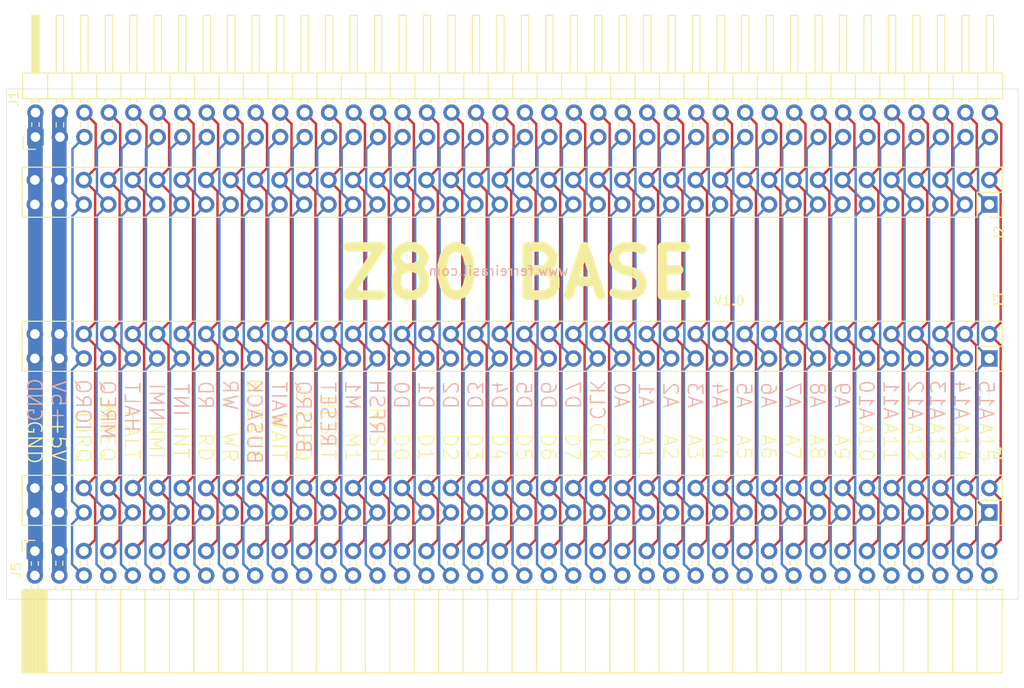
<source format=kicad_pcb>
(kicad_pcb (version 20171130) (host pcbnew 5.1.2)
  (layers (0 F.Cu signal) (31 B.Cu signal) (34 B.Paste user) (35 F.Paste user) (36 B.SilkS user) (37 F.SilkS user) (38 B.Mask user) (39 F.Mask user) (44 Edge.Cuts user))
  (net 0 "")
  (net 1 GND)
  (net 2 +5V)
  (net 3 /A0)
  (net 4 /A1)
  (net 5 /A2)
  (net 6 /A3)
  (net 7 /A4)
  (net 8 /A5)
  (net 9 /A6)
  (net 10 /A7)
  (net 11 /A8)
  (net 12 /A9)
  (net 13 /A10)
  (net 14 /A11)
  (net 15 /A12)
  (net 16 /A13)
  (net 17 /A14)
  (net 18 /A15)
  (net 19 /D0)
  (net 20 /D1)
  (net 21 /D2)
  (net 22 /D3)
  (net 23 /D4)
  (net 24 /D5)
  (net 25 /D6)
  (net 26 /D7)
  (net 27 /RD)
  (net 28 /WR)
  (net 29 /MREQ)
  (net 30 /IORQ)
  (net 31 /NMI)
  (net 32 /INT)
  (net 33 /BUSRQ)
  (net 34 /BUSACK)
  (net 35 /M1)
  (net 36 /RFSH)
  (net 37 /WAIT)
  (net 38 /HALT)
  (net 39 /RESET)
  (net 40 /CLK)
  (net 41 /RSV0)
  (net 42 /RSV1)
  (net 43 /RSV2)
  (net 44 /RSV3)
  (net 45 /RSV4)
  (net 46 /RSV5)
  (net 47 /RSV6)
  (net 48 /RSV7)
  (net 49 /RSV8)
  (net 50 /RSV9)
  (net 51 /RSV10)
  (net 52 /RSV11)
  (net 53 /RSV12)
  (net 54 /RSV13)
  (net 55 /RSV14)
  (net 56 /RSV15)
  (net 57 /RSV16)
  (net 58 /RSV17)
  (net 59 /RSV18)
  (net 60 /RSV19)
  (net 61 /RSV20)
  (net 62 /RSV21)
  (net 63 /RSV22)
  (net 64 /RSV23)
  (net 65 /RSV24)
  (net 66 /RSV25)
  (net 67 /RSV26)
  (net 68 /RSV27)
  (net 69 /RSV28)
  (net 70 /RSV29)
  (net 71 /RSV30)
  (net 72 /RSV31)
  (net 73 /RSV32)
  (net 74 /RSV33)
  (net 75 /RSV34)
  (net 76 /RSV35)
  (net 77 /RSV36)
  (net 78 /RSV37)
  (module Connector_PinSocket_2.54mm:PinSocket_2x40_P2.54mm_Horizontal (layer F.Cu) (at 97.94 118 90)
    (fp_text reference J5 (at -2 -1.94 90) (layer F.SilkS))
    (fp_text value Conn_02x40_Odd_Even)
    (pad 80 thru_hole oval (at -2.54 99.06 90) (size 1.7 1.7) (drill 1) (layers *.Cu *.Mask) (net 18 /A15))
    (pad 79 thru_hole oval (at 0 99.06 90) (size 1.7 1.7) (drill 1) (layers *.Cu *.Mask) (net 41 /RSV0))
    (pad 78 thru_hole oval (at -2.54 96.52 90) (size 1.7 1.7) (drill 1) (layers *.Cu *.Mask) (net 17 /A14))
    (pad 77 thru_hole oval (at 0 96.52 90) (size 1.7 1.7) (drill 1) (layers *.Cu *.Mask) (net 42 /RSV1))
    (pad 76 thru_hole oval (at -2.54 93.98 90) (size 1.7 1.7) (drill 1) (layers *.Cu *.Mask) (net 16 /A13))
    (pad 75 thru_hole oval (at 0 93.98 90) (size 1.7 1.7) (drill 1) (layers *.Cu *.Mask) (net 43 /RSV2))
    (pad 74 thru_hole oval (at -2.54 91.44 90) (size 1.7 1.7) (drill 1) (layers *.Cu *.Mask) (net 15 /A12))
    (pad 73 thru_hole oval (at 0 91.44 90) (size 1.7 1.7) (drill 1) (layers *.Cu *.Mask) (net 44 /RSV3))
    (pad 72 thru_hole oval (at -2.54 88.9 90) (size 1.7 1.7) (drill 1) (layers *.Cu *.Mask) (net 14 /A11))
    (pad 71 thru_hole oval (at 0 88.9 90) (size 1.7 1.7) (drill 1) (layers *.Cu *.Mask) (net 45 /RSV4))
    (pad 70 thru_hole oval (at -2.54 86.36 90) (size 1.7 1.7) (drill 1) (layers *.Cu *.Mask) (net 13 /A10))
    (pad 69 thru_hole oval (at 0 86.36 90) (size 1.7 1.7) (drill 1) (layers *.Cu *.Mask) (net 46 /RSV5))
    (pad 68 thru_hole oval (at -2.54 83.82 90) (size 1.7 1.7) (drill 1) (layers *.Cu *.Mask) (net 12 /A9))
    (pad 67 thru_hole oval (at 0 83.82 90) (size 1.7 1.7) (drill 1) (layers *.Cu *.Mask) (net 47 /RSV6))
    (pad 66 thru_hole oval (at -2.54 81.28 90) (size 1.7 1.7) (drill 1) (layers *.Cu *.Mask) (net 11 /A8))
    (pad 65 thru_hole oval (at 0 81.28 90) (size 1.7 1.7) (drill 1) (layers *.Cu *.Mask) (net 48 /RSV7))
    (pad 64 thru_hole oval (at -2.54 78.74 90) (size 1.7 1.7) (drill 1) (layers *.Cu *.Mask) (net 10 /A7))
    (pad 63 thru_hole oval (at 0 78.74 90) (size 1.7 1.7) (drill 1) (layers *.Cu *.Mask) (net 49 /RSV8))
    (pad 62 thru_hole oval (at -2.54 76.2 90) (size 1.7 1.7) (drill 1) (layers *.Cu *.Mask) (net 9 /A6))
    (pad 61 thru_hole oval (at 0 76.2 90) (size 1.7 1.7) (drill 1) (layers *.Cu *.Mask) (net 50 /RSV9))
    (pad 60 thru_hole oval (at -2.54 73.66 90) (size 1.7 1.7) (drill 1) (layers *.Cu *.Mask) (net 8 /A5))
    (pad 59 thru_hole oval (at 0 73.66 90) (size 1.7 1.7) (drill 1) (layers *.Cu *.Mask) (net 51 /RSV10))
    (pad 58 thru_hole oval (at -2.54 71.12 90) (size 1.7 1.7) (drill 1) (layers *.Cu *.Mask) (net 7 /A4))
    (pad 57 thru_hole oval (at 0 71.12 90) (size 1.7 1.7) (drill 1) (layers *.Cu *.Mask) (net 52 /RSV11))
    (pad 56 thru_hole oval (at -2.54 68.58 90) (size 1.7 1.7) (drill 1) (layers *.Cu *.Mask) (net 6 /A3))
    (pad 55 thru_hole oval (at 0 68.58 90) (size 1.7 1.7) (drill 1) (layers *.Cu *.Mask) (net 53 /RSV12))
    (pad 54 thru_hole oval (at -2.54 66.04 90) (size 1.7 1.7) (drill 1) (layers *.Cu *.Mask) (net 5 /A2))
    (pad 53 thru_hole oval (at 0 66.04 90) (size 1.7 1.7) (drill 1) (layers *.Cu *.Mask) (net 54 /RSV13))
    (pad 52 thru_hole oval (at -2.54 63.5 90) (size 1.7 1.7) (drill 1) (layers *.Cu *.Mask) (net 4 /A1))
    (pad 51 thru_hole oval (at 0 63.5 90) (size 1.7 1.7) (drill 1) (layers *.Cu *.Mask) (net 55 /RSV14))
    (pad 50 thru_hole oval (at -2.54 60.96 90) (size 1.7 1.7) (drill 1) (layers *.Cu *.Mask) (net 3 /A0))
    (pad 49 thru_hole oval (at 0 60.96 90) (size 1.7 1.7) (drill 1) (layers *.Cu *.Mask) (net 56 /RSV15))
    (pad 48 thru_hole oval (at -2.54 58.42 90) (size 1.7 1.7) (drill 1) (layers *.Cu *.Mask) (net 40 /CLK))
    (pad 47 thru_hole oval (at 0 58.42 90) (size 1.7 1.7) (drill 1) (layers *.Cu *.Mask) (net 57 /RSV16))
    (pad 46 thru_hole oval (at -2.54 55.88 90) (size 1.7 1.7) (drill 1) (layers *.Cu *.Mask) (net 26 /D7))
    (pad 45 thru_hole oval (at 0 55.88 90) (size 1.7 1.7) (drill 1) (layers *.Cu *.Mask) (net 58 /RSV17))
    (pad 44 thru_hole oval (at -2.54 53.34 90) (size 1.7 1.7) (drill 1) (layers *.Cu *.Mask) (net 25 /D6))
    (pad 43 thru_hole oval (at 0 53.34 90) (size 1.7 1.7) (drill 1) (layers *.Cu *.Mask) (net 59 /RSV18))
    (pad 42 thru_hole oval (at -2.54 50.8 90) (size 1.7 1.7) (drill 1) (layers *.Cu *.Mask) (net 24 /D5))
    (pad 41 thru_hole oval (at 0 50.8 90) (size 1.7 1.7) (drill 1) (layers *.Cu *.Mask) (net 60 /RSV19))
    (pad 40 thru_hole oval (at -2.54 48.26 90) (size 1.7 1.7) (drill 1) (layers *.Cu *.Mask) (net 23 /D4))
    (pad 39 thru_hole oval (at 0 48.26 90) (size 1.7 1.7) (drill 1) (layers *.Cu *.Mask) (net 61 /RSV20))
    (pad 38 thru_hole oval (at -2.54 45.72 90) (size 1.7 1.7) (drill 1) (layers *.Cu *.Mask) (net 22 /D3))
    (pad 37 thru_hole oval (at 0 45.72 90) (size 1.7 1.7) (drill 1) (layers *.Cu *.Mask) (net 62 /RSV21))
    (pad 36 thru_hole oval (at -2.54 43.18 90) (size 1.7 1.7) (drill 1) (layers *.Cu *.Mask) (net 21 /D2))
    (pad 35 thru_hole oval (at 0 43.18 90) (size 1.7 1.7) (drill 1) (layers *.Cu *.Mask) (net 63 /RSV22))
    (pad 34 thru_hole oval (at -2.54 40.64 90) (size 1.7 1.7) (drill 1) (layers *.Cu *.Mask) (net 20 /D1))
    (pad 33 thru_hole oval (at 0 40.64 90) (size 1.7 1.7) (drill 1) (layers *.Cu *.Mask) (net 64 /RSV23))
    (pad 32 thru_hole oval (at -2.54 38.1 90) (size 1.7 1.7) (drill 1) (layers *.Cu *.Mask) (net 19 /D0))
    (pad 31 thru_hole oval (at 0 38.1 90) (size 1.7 1.7) (drill 1) (layers *.Cu *.Mask) (net 65 /RSV24))
    (pad 30 thru_hole oval (at -2.54 35.56 90) (size 1.7 1.7) (drill 1) (layers *.Cu *.Mask) (net 36 /RFSH))
    (pad 29 thru_hole oval (at 0 35.56 90) (size 1.7 1.7) (drill 1) (layers *.Cu *.Mask) (net 66 /RSV25))
    (pad 28 thru_hole oval (at -2.54 33.02 90) (size 1.7 1.7) (drill 1) (layers *.Cu *.Mask) (net 35 /M1))
    (pad 27 thru_hole oval (at 0 33.02 90) (size 1.7 1.7) (drill 1) (layers *.Cu *.Mask) (net 67 /RSV26))
    (pad 26 thru_hole oval (at -2.54 30.48 90) (size 1.7 1.7) (drill 1) (layers *.Cu *.Mask) (net 39 /RESET))
    (pad 25 thru_hole oval (at 0 30.48 90) (size 1.7 1.7) (drill 1) (layers *.Cu *.Mask) (net 68 /RSV27))
    (pad 24 thru_hole oval (at -2.54 27.94 90) (size 1.7 1.7) (drill 1) (layers *.Cu *.Mask) (net 33 /BUSRQ))
    (pad 23 thru_hole oval (at 0 27.94 90) (size 1.7 1.7) (drill 1) (layers *.Cu *.Mask) (net 69 /RSV28))
    (pad 22 thru_hole oval (at -2.54 25.4 90) (size 1.7 1.7) (drill 1) (layers *.Cu *.Mask) (net 37 /WAIT))
    (pad 21 thru_hole oval (at 0 25.4 90) (size 1.7 1.7) (drill 1) (layers *.Cu *.Mask) (net 70 /RSV29))
    (pad 20 thru_hole oval (at -2.54 22.86 90) (size 1.7 1.7) (drill 1) (layers *.Cu *.Mask) (net 34 /BUSACK))
    (pad 19 thru_hole oval (at 0 22.86 90) (size 1.7 1.7) (drill 1) (layers *.Cu *.Mask) (net 71 /RSV30))
    (pad 18 thru_hole oval (at -2.54 20.32 90) (size 1.7 1.7) (drill 1) (layers *.Cu *.Mask) (net 28 /WR))
    (pad 17 thru_hole oval (at 0 20.32 90) (size 1.7 1.7) (drill 1) (layers *.Cu *.Mask) (net 72 /RSV31))
    (pad 16 thru_hole oval (at -2.54 17.78 90) (size 1.7 1.7) (drill 1) (layers *.Cu *.Mask) (net 27 /RD))
    (pad 15 thru_hole oval (at 0 17.78 90) (size 1.7 1.7) (drill 1) (layers *.Cu *.Mask) (net 73 /RSV32))
    (pad 14 thru_hole oval (at -2.54 15.24 90) (size 1.7 1.7) (drill 1) (layers *.Cu *.Mask) (net 32 /INT))
    (pad 13 thru_hole oval (at 0 15.24 90) (size 1.7 1.7) (drill 1) (layers *.Cu *.Mask) (net 74 /RSV33))
    (pad 12 thru_hole oval (at -2.54 12.7 90) (size 1.7 1.7) (drill 1) (layers *.Cu *.Mask) (net 31 /NMI))
    (pad 11 thru_hole oval (at 0 12.7 90) (size 1.7 1.7) (drill 1) (layers *.Cu *.Mask) (net 75 /RSV34))
    (pad 10 thru_hole oval (at -2.54 10.16 90) (size 1.7 1.7) (drill 1) (layers *.Cu *.Mask) (net 38 /HALT))
    (pad 9 thru_hole oval (at 0 10.16 90) (size 1.7 1.7) (drill 1) (layers *.Cu *.Mask) (net 76 /RSV35))
    (pad 8 thru_hole oval (at -2.54 7.62 90) (size 1.7 1.7) (drill 1) (layers *.Cu *.Mask) (net 29 /MREQ))
    (pad 7 thru_hole oval (at 0 7.62 90) (size 1.7 1.7) (drill 1) (layers *.Cu *.Mask) (net 77 /RSV36))
    (pad 6 thru_hole oval (at -2.54 5.08 90) (size 1.7 1.7) (drill 1) (layers *.Cu *.Mask) (net 30 /IORQ))
    (pad 5 thru_hole oval (at 0 5.08 90) (size 1.7 1.7) (drill 1) (layers *.Cu *.Mask) (net 78 /RSV37))
    (pad 4 thru_hole oval (at -2.54 2.54 90) (size 1.7 1.7) (drill 1) (layers *.Cu *.Mask) (net 2 +5V))
    (pad 3 thru_hole oval (at 0 2.54 90) (size 1.7 1.7) (drill 1) (layers *.Cu *.Mask) (net 2 +5V))
    (pad 2 thru_hole oval (at -2.54 0 90) (size 1.7 1.7) (drill 1) (layers *.Cu *.Mask) (net 1 GND))
    (pad 1 thru_hole rect (at 0 0 90) (size 1.7 1.7) (drill 1) (layers *.Cu *.Mask) (net 1 GND))
  )
  (module Connector_PinHeader_2.54mm:PinHeader_2x40_P2.54mm_Horizontal (layer F.Cu) (at 98 75 90)
    (fp_text reference J1 (at 4 -2.27 90) (layer F.SilkS))
    (fp_text value Conn_02x40_Odd_Even)
    (pad 80 thru_hole oval (at 2.54 99.06 90) (size 1.7 1.7) (drill 1) (layers *.Cu *.Mask) (net 41 /RSV0))
    (pad 79 thru_hole oval (at 0 99.06 90) (size 1.7 1.7) (drill 1) (layers *.Cu *.Mask) (net 18 /A15))
    (pad 78 thru_hole oval (at 2.54 96.52 90) (size 1.7 1.7) (drill 1) (layers *.Cu *.Mask) (net 42 /RSV1))
    (pad 77 thru_hole oval (at 0 96.52 90) (size 1.7 1.7) (drill 1) (layers *.Cu *.Mask) (net 17 /A14))
    (pad 76 thru_hole oval (at 2.54 93.98 90) (size 1.7 1.7) (drill 1) (layers *.Cu *.Mask) (net 43 /RSV2))
    (pad 75 thru_hole oval (at 0 93.98 90) (size 1.7 1.7) (drill 1) (layers *.Cu *.Mask) (net 16 /A13))
    (pad 74 thru_hole oval (at 2.54 91.44 90) (size 1.7 1.7) (drill 1) (layers *.Cu *.Mask) (net 44 /RSV3))
    (pad 73 thru_hole oval (at 0 91.44 90) (size 1.7 1.7) (drill 1) (layers *.Cu *.Mask) (net 15 /A12))
    (pad 72 thru_hole oval (at 2.54 88.9 90) (size 1.7 1.7) (drill 1) (layers *.Cu *.Mask) (net 45 /RSV4))
    (pad 71 thru_hole oval (at 0 88.9 90) (size 1.7 1.7) (drill 1) (layers *.Cu *.Mask) (net 14 /A11))
    (pad 70 thru_hole oval (at 2.54 86.36 90) (size 1.7 1.7) (drill 1) (layers *.Cu *.Mask) (net 46 /RSV5))
    (pad 69 thru_hole oval (at 0 86.36 90) (size 1.7 1.7) (drill 1) (layers *.Cu *.Mask) (net 13 /A10))
    (pad 68 thru_hole oval (at 2.54 83.82 90) (size 1.7 1.7) (drill 1) (layers *.Cu *.Mask) (net 47 /RSV6))
    (pad 67 thru_hole oval (at 0 83.82 90) (size 1.7 1.7) (drill 1) (layers *.Cu *.Mask) (net 12 /A9))
    (pad 66 thru_hole oval (at 2.54 81.28 90) (size 1.7 1.7) (drill 1) (layers *.Cu *.Mask) (net 48 /RSV7))
    (pad 65 thru_hole oval (at 0 81.28 90) (size 1.7 1.7) (drill 1) (layers *.Cu *.Mask) (net 11 /A8))
    (pad 64 thru_hole oval (at 2.54 78.74 90) (size 1.7 1.7) (drill 1) (layers *.Cu *.Mask) (net 49 /RSV8))
    (pad 63 thru_hole oval (at 0 78.74 90) (size 1.7 1.7) (drill 1) (layers *.Cu *.Mask) (net 10 /A7))
    (pad 62 thru_hole oval (at 2.54 76.2 90) (size 1.7 1.7) (drill 1) (layers *.Cu *.Mask) (net 50 /RSV9))
    (pad 61 thru_hole oval (at 0 76.2 90) (size 1.7 1.7) (drill 1) (layers *.Cu *.Mask) (net 9 /A6))
    (pad 60 thru_hole oval (at 2.54 73.66 90) (size 1.7 1.7) (drill 1) (layers *.Cu *.Mask) (net 51 /RSV10))
    (pad 59 thru_hole oval (at 0 73.66 90) (size 1.7 1.7) (drill 1) (layers *.Cu *.Mask) (net 8 /A5))
    (pad 58 thru_hole oval (at 2.54 71.12 90) (size 1.7 1.7) (drill 1) (layers *.Cu *.Mask) (net 52 /RSV11))
    (pad 57 thru_hole oval (at 0 71.12 90) (size 1.7 1.7) (drill 1) (layers *.Cu *.Mask) (net 7 /A4))
    (pad 56 thru_hole oval (at 2.54 68.58 90) (size 1.7 1.7) (drill 1) (layers *.Cu *.Mask) (net 53 /RSV12))
    (pad 55 thru_hole oval (at 0 68.58 90) (size 1.7 1.7) (drill 1) (layers *.Cu *.Mask) (net 6 /A3))
    (pad 54 thru_hole oval (at 2.54 66.04 90) (size 1.7 1.7) (drill 1) (layers *.Cu *.Mask) (net 54 /RSV13))
    (pad 53 thru_hole oval (at 0 66.04 90) (size 1.7 1.7) (drill 1) (layers *.Cu *.Mask) (net 5 /A2))
    (pad 52 thru_hole oval (at 2.54 63.5 90) (size 1.7 1.7) (drill 1) (layers *.Cu *.Mask) (net 55 /RSV14))
    (pad 51 thru_hole oval (at 0 63.5 90) (size 1.7 1.7) (drill 1) (layers *.Cu *.Mask) (net 4 /A1))
    (pad 50 thru_hole oval (at 2.54 60.96 90) (size 1.7 1.7) (drill 1) (layers *.Cu *.Mask) (net 56 /RSV15))
    (pad 49 thru_hole oval (at 0 60.96 90) (size 1.7 1.7) (drill 1) (layers *.Cu *.Mask) (net 3 /A0))
    (pad 48 thru_hole oval (at 2.54 58.42 90) (size 1.7 1.7) (drill 1) (layers *.Cu *.Mask) (net 57 /RSV16))
    (pad 47 thru_hole oval (at 0 58.42 90) (size 1.7 1.7) (drill 1) (layers *.Cu *.Mask) (net 40 /CLK))
    (pad 46 thru_hole oval (at 2.54 55.88 90) (size 1.7 1.7) (drill 1) (layers *.Cu *.Mask) (net 58 /RSV17))
    (pad 45 thru_hole oval (at 0 55.88 90) (size 1.7 1.7) (drill 1) (layers *.Cu *.Mask) (net 26 /D7))
    (pad 44 thru_hole oval (at 2.54 53.34 90) (size 1.7 1.7) (drill 1) (layers *.Cu *.Mask) (net 59 /RSV18))
    (pad 43 thru_hole oval (at 0 53.34 90) (size 1.7 1.7) (drill 1) (layers *.Cu *.Mask) (net 25 /D6))
    (pad 42 thru_hole oval (at 2.54 50.8 90) (size 1.7 1.7) (drill 1) (layers *.Cu *.Mask) (net 60 /RSV19))
    (pad 41 thru_hole oval (at 0 50.8 90) (size 1.7 1.7) (drill 1) (layers *.Cu *.Mask) (net 24 /D5))
    (pad 40 thru_hole oval (at 2.54 48.26 90) (size 1.7 1.7) (drill 1) (layers *.Cu *.Mask) (net 61 /RSV20))
    (pad 39 thru_hole oval (at 0 48.26 90) (size 1.7 1.7) (drill 1) (layers *.Cu *.Mask) (net 23 /D4))
    (pad 38 thru_hole oval (at 2.54 45.72 90) (size 1.7 1.7) (drill 1) (layers *.Cu *.Mask) (net 62 /RSV21))
    (pad 37 thru_hole oval (at 0 45.72 90) (size 1.7 1.7) (drill 1) (layers *.Cu *.Mask) (net 22 /D3))
    (pad 36 thru_hole oval (at 2.54 43.18 90) (size 1.7 1.7) (drill 1) (layers *.Cu *.Mask) (net 63 /RSV22))
    (pad 35 thru_hole oval (at 0 43.18 90) (size 1.7 1.7) (drill 1) (layers *.Cu *.Mask) (net 21 /D2))
    (pad 34 thru_hole oval (at 2.54 40.64 90) (size 1.7 1.7) (drill 1) (layers *.Cu *.Mask) (net 64 /RSV23))
    (pad 33 thru_hole oval (at 0 40.64 90) (size 1.7 1.7) (drill 1) (layers *.Cu *.Mask) (net 20 /D1))
    (pad 32 thru_hole oval (at 2.54 38.1 90) (size 1.7 1.7) (drill 1) (layers *.Cu *.Mask) (net 65 /RSV24))
    (pad 31 thru_hole oval (at 0 38.1 90) (size 1.7 1.7) (drill 1) (layers *.Cu *.Mask) (net 19 /D0))
    (pad 30 thru_hole oval (at 2.54 35.56 90) (size 1.7 1.7) (drill 1) (layers *.Cu *.Mask) (net 66 /RSV25))
    (pad 29 thru_hole oval (at 0 35.56 90) (size 1.7 1.7) (drill 1) (layers *.Cu *.Mask) (net 36 /RFSH))
    (pad 28 thru_hole oval (at 2.54 33.02 90) (size 1.7 1.7) (drill 1) (layers *.Cu *.Mask) (net 67 /RSV26))
    (pad 27 thru_hole oval (at 0 33.02 90) (size 1.7 1.7) (drill 1) (layers *.Cu *.Mask) (net 35 /M1))
    (pad 26 thru_hole oval (at 2.54 30.48 90) (size 1.7 1.7) (drill 1) (layers *.Cu *.Mask) (net 68 /RSV27))
    (pad 25 thru_hole oval (at 0 30.48 90) (size 1.7 1.7) (drill 1) (layers *.Cu *.Mask) (net 39 /RESET))
    (pad 24 thru_hole oval (at 2.54 27.94 90) (size 1.7 1.7) (drill 1) (layers *.Cu *.Mask) (net 69 /RSV28))
    (pad 23 thru_hole oval (at 0 27.94 90) (size 1.7 1.7) (drill 1) (layers *.Cu *.Mask) (net 33 /BUSRQ))
    (pad 22 thru_hole oval (at 2.54 25.4 90) (size 1.7 1.7) (drill 1) (layers *.Cu *.Mask) (net 70 /RSV29))
    (pad 21 thru_hole oval (at 0 25.4 90) (size 1.7 1.7) (drill 1) (layers *.Cu *.Mask) (net 37 /WAIT))
    (pad 20 thru_hole oval (at 2.54 22.86 90) (size 1.7 1.7) (drill 1) (layers *.Cu *.Mask) (net 71 /RSV30))
    (pad 19 thru_hole oval (at 0 22.86 90) (size 1.7 1.7) (drill 1) (layers *.Cu *.Mask) (net 34 /BUSACK))
    (pad 18 thru_hole oval (at 2.54 20.32 90) (size 1.7 1.7) (drill 1) (layers *.Cu *.Mask) (net 72 /RSV31))
    (pad 17 thru_hole oval (at 0 20.32 90) (size 1.7 1.7) (drill 1) (layers *.Cu *.Mask) (net 28 /WR))
    (pad 16 thru_hole oval (at 2.54 17.78 90) (size 1.7 1.7) (drill 1) (layers *.Cu *.Mask) (net 73 /RSV32))
    (pad 15 thru_hole oval (at 0 17.78 90) (size 1.7 1.7) (drill 1) (layers *.Cu *.Mask) (net 27 /RD))
    (pad 14 thru_hole oval (at 2.54 15.24 90) (size 1.7 1.7) (drill 1) (layers *.Cu *.Mask) (net 74 /RSV33))
    (pad 13 thru_hole oval (at 0 15.24 90) (size 1.7 1.7) (drill 1) (layers *.Cu *.Mask) (net 32 /INT))
    (pad 12 thru_hole oval (at 2.54 12.7 90) (size 1.7 1.7) (drill 1) (layers *.Cu *.Mask) (net 75 /RSV34))
    (pad 11 thru_hole oval (at 0 12.7 90) (size 1.7 1.7) (drill 1) (layers *.Cu *.Mask) (net 31 /NMI))
    (pad 10 thru_hole oval (at 2.54 10.16 90) (size 1.7 1.7) (drill 1) (layers *.Cu *.Mask) (net 76 /RSV35))
    (pad 9 thru_hole oval (at 0 10.16 90) (size 1.7 1.7) (drill 1) (layers *.Cu *.Mask) (net 38 /HALT))
    (pad 8 thru_hole oval (at 2.54 7.62 90) (size 1.7 1.7) (drill 1) (layers *.Cu *.Mask) (net 77 /RSV36))
    (pad 7 thru_hole oval (at 0 7.62 90) (size 1.7 1.7) (drill 1) (layers *.Cu *.Mask) (net 29 /MREQ))
    (pad 6 thru_hole oval (at 2.54 5.08 90) (size 1.7 1.7) (drill 1) (layers *.Cu *.Mask) (net 78 /RSV37))
    (pad 5 thru_hole oval (at 0 5.08 90) (size 1.7 1.7) (drill 1) (layers *.Cu *.Mask) (net 30 /IORQ))
    (pad 4 thru_hole oval (at 2.54 2.54 90) (size 1.7 1.7) (drill 1) (layers *.Cu *.Mask) (net 2 +5V))
    (pad 3 thru_hole oval (at 0 2.54 90) (size 1.7 1.7) (drill 1) (layers *.Cu *.Mask) (net 2 +5V))
    (pad 2 thru_hole oval (at 2.54 0 90) (size 1.7 1.7) (drill 1) (layers *.Cu *.Mask) (net 1 GND))
    (pad 1 thru_hole rect (at 0 0 90) (size 1.7 1.7) (drill 1) (layers *.Cu *.Mask) (net 1 GND))
  )
  (module Connector_PinSocket_2.54mm:PinSocket_2x40_P2.54mm_Vertical (layer F.Cu) (at 197 114 270)
    (fp_text reference J4 (at -6 -1 90) (layer F.SilkS))
    (fp_text value Conn_02x40_Odd_Even)
    (pad 80 thru_hole oval (at -2.54 99.06 270) (size 1.7 1.7) (drill 1) (layers *.Cu *.Mask) (net 1 GND))
    (pad 79 thru_hole oval (at 0 99.06 270) (size 1.7 1.7) (drill 1) (layers *.Cu *.Mask) (net 1 GND))
    (pad 78 thru_hole oval (at -2.54 96.52 270) (size 1.7 1.7) (drill 1) (layers *.Cu *.Mask) (net 2 +5V))
    (pad 77 thru_hole oval (at 0 96.52 270) (size 1.7 1.7) (drill 1) (layers *.Cu *.Mask) (net 2 +5V))
    (pad 76 thru_hole oval (at -2.54 93.98 270) (size 1.7 1.7) (drill 1) (layers *.Cu *.Mask) (net 78 /RSV37))
    (pad 75 thru_hole oval (at 0 93.98 270) (size 1.7 1.7) (drill 1) (layers *.Cu *.Mask) (net 30 /IORQ))
    (pad 74 thru_hole oval (at -2.54 91.44 270) (size 1.7 1.7) (drill 1) (layers *.Cu *.Mask) (net 77 /RSV36))
    (pad 73 thru_hole oval (at 0 91.44 270) (size 1.7 1.7) (drill 1) (layers *.Cu *.Mask) (net 29 /MREQ))
    (pad 72 thru_hole oval (at -2.54 88.9 270) (size 1.7 1.7) (drill 1) (layers *.Cu *.Mask) (net 76 /RSV35))
    (pad 71 thru_hole oval (at 0 88.9 270) (size 1.7 1.7) (drill 1) (layers *.Cu *.Mask) (net 38 /HALT))
    (pad 70 thru_hole oval (at -2.54 86.36 270) (size 1.7 1.7) (drill 1) (layers *.Cu *.Mask) (net 75 /RSV34))
    (pad 69 thru_hole oval (at 0 86.36 270) (size 1.7 1.7) (drill 1) (layers *.Cu *.Mask) (net 31 /NMI))
    (pad 68 thru_hole oval (at -2.54 83.82 270) (size 1.7 1.7) (drill 1) (layers *.Cu *.Mask) (net 74 /RSV33))
    (pad 67 thru_hole oval (at 0 83.82 270) (size 1.7 1.7) (drill 1) (layers *.Cu *.Mask) (net 32 /INT))
    (pad 66 thru_hole oval (at -2.54 81.28 270) (size 1.7 1.7) (drill 1) (layers *.Cu *.Mask) (net 73 /RSV32))
    (pad 65 thru_hole oval (at 0 81.28 270) (size 1.7 1.7) (drill 1) (layers *.Cu *.Mask) (net 27 /RD))
    (pad 64 thru_hole oval (at -2.54 78.74 270) (size 1.7 1.7) (drill 1) (layers *.Cu *.Mask) (net 72 /RSV31))
    (pad 63 thru_hole oval (at 0 78.74 270) (size 1.7 1.7) (drill 1) (layers *.Cu *.Mask) (net 28 /WR))
    (pad 62 thru_hole oval (at -2.54 76.2 270) (size 1.7 1.7) (drill 1) (layers *.Cu *.Mask) (net 71 /RSV30))
    (pad 61 thru_hole oval (at 0 76.2 270) (size 1.7 1.7) (drill 1) (layers *.Cu *.Mask) (net 34 /BUSACK))
    (pad 60 thru_hole oval (at -2.54 73.66 270) (size 1.7 1.7) (drill 1) (layers *.Cu *.Mask) (net 70 /RSV29))
    (pad 59 thru_hole oval (at 0 73.66 270) (size 1.7 1.7) (drill 1) (layers *.Cu *.Mask) (net 37 /WAIT))
    (pad 58 thru_hole oval (at -2.54 71.12 270) (size 1.7 1.7) (drill 1) (layers *.Cu *.Mask) (net 69 /RSV28))
    (pad 57 thru_hole oval (at 0 71.12 270) (size 1.7 1.7) (drill 1) (layers *.Cu *.Mask) (net 33 /BUSRQ))
    (pad 56 thru_hole oval (at -2.54 68.58 270) (size 1.7 1.7) (drill 1) (layers *.Cu *.Mask) (net 68 /RSV27))
    (pad 55 thru_hole oval (at 0 68.58 270) (size 1.7 1.7) (drill 1) (layers *.Cu *.Mask) (net 39 /RESET))
    (pad 54 thru_hole oval (at -2.54 66.04 270) (size 1.7 1.7) (drill 1) (layers *.Cu *.Mask) (net 67 /RSV26))
    (pad 53 thru_hole oval (at 0 66.04 270) (size 1.7 1.7) (drill 1) (layers *.Cu *.Mask) (net 35 /M1))
    (pad 52 thru_hole oval (at -2.54 63.5 270) (size 1.7 1.7) (drill 1) (layers *.Cu *.Mask) (net 66 /RSV25))
    (pad 51 thru_hole oval (at 0 63.5 270) (size 1.7 1.7) (drill 1) (layers *.Cu *.Mask) (net 36 /RFSH))
    (pad 50 thru_hole oval (at -2.54 60.96 270) (size 1.7 1.7) (drill 1) (layers *.Cu *.Mask) (net 65 /RSV24))
    (pad 49 thru_hole oval (at 0 60.96 270) (size 1.7 1.7) (drill 1) (layers *.Cu *.Mask) (net 19 /D0))
    (pad 48 thru_hole oval (at -2.54 58.42 270) (size 1.7 1.7) (drill 1) (layers *.Cu *.Mask) (net 64 /RSV23))
    (pad 47 thru_hole oval (at 0 58.42 270) (size 1.7 1.7) (drill 1) (layers *.Cu *.Mask) (net 20 /D1))
    (pad 46 thru_hole oval (at -2.54 55.88 270) (size 1.7 1.7) (drill 1) (layers *.Cu *.Mask) (net 63 /RSV22))
    (pad 45 thru_hole oval (at 0 55.88 270) (size 1.7 1.7) (drill 1) (layers *.Cu *.Mask) (net 21 /D2))
    (pad 44 thru_hole oval (at -2.54 53.34 270) (size 1.7 1.7) (drill 1) (layers *.Cu *.Mask) (net 62 /RSV21))
    (pad 43 thru_hole oval (at 0 53.34 270) (size 1.7 1.7) (drill 1) (layers *.Cu *.Mask) (net 22 /D3))
    (pad 42 thru_hole oval (at -2.54 50.8 270) (size 1.7 1.7) (drill 1) (layers *.Cu *.Mask) (net 61 /RSV20))
    (pad 41 thru_hole oval (at 0 50.8 270) (size 1.7 1.7) (drill 1) (layers *.Cu *.Mask) (net 23 /D4))
    (pad 40 thru_hole oval (at -2.54 48.26 270) (size 1.7 1.7) (drill 1) (layers *.Cu *.Mask) (net 60 /RSV19))
    (pad 39 thru_hole oval (at 0 48.26 270) (size 1.7 1.7) (drill 1) (layers *.Cu *.Mask) (net 24 /D5))
    (pad 38 thru_hole oval (at -2.54 45.72 270) (size 1.7 1.7) (drill 1) (layers *.Cu *.Mask) (net 59 /RSV18))
    (pad 37 thru_hole oval (at 0 45.72 270) (size 1.7 1.7) (drill 1) (layers *.Cu *.Mask) (net 25 /D6))
    (pad 36 thru_hole oval (at -2.54 43.18 270) (size 1.7 1.7) (drill 1) (layers *.Cu *.Mask) (net 58 /RSV17))
    (pad 35 thru_hole oval (at 0 43.18 270) (size 1.7 1.7) (drill 1) (layers *.Cu *.Mask) (net 26 /D7))
    (pad 34 thru_hole oval (at -2.54 40.64 270) (size 1.7 1.7) (drill 1) (layers *.Cu *.Mask) (net 57 /RSV16))
    (pad 33 thru_hole oval (at 0 40.64 270) (size 1.7 1.7) (drill 1) (layers *.Cu *.Mask) (net 40 /CLK))
    (pad 32 thru_hole oval (at -2.54 38.1 270) (size 1.7 1.7) (drill 1) (layers *.Cu *.Mask) (net 56 /RSV15))
    (pad 31 thru_hole oval (at 0 38.1 270) (size 1.7 1.7) (drill 1) (layers *.Cu *.Mask) (net 3 /A0))
    (pad 30 thru_hole oval (at -2.54 35.56 270) (size 1.7 1.7) (drill 1) (layers *.Cu *.Mask) (net 55 /RSV14))
    (pad 29 thru_hole oval (at 0 35.56 270) (size 1.7 1.7) (drill 1) (layers *.Cu *.Mask) (net 4 /A1))
    (pad 28 thru_hole oval (at -2.54 33.02 270) (size 1.7 1.7) (drill 1) (layers *.Cu *.Mask) (net 54 /RSV13))
    (pad 27 thru_hole oval (at 0 33.02 270) (size 1.7 1.7) (drill 1) (layers *.Cu *.Mask) (net 5 /A2))
    (pad 26 thru_hole oval (at -2.54 30.48 270) (size 1.7 1.7) (drill 1) (layers *.Cu *.Mask) (net 53 /RSV12))
    (pad 25 thru_hole oval (at 0 30.48 270) (size 1.7 1.7) (drill 1) (layers *.Cu *.Mask) (net 6 /A3))
    (pad 24 thru_hole oval (at -2.54 27.94 270) (size 1.7 1.7) (drill 1) (layers *.Cu *.Mask) (net 52 /RSV11))
    (pad 23 thru_hole oval (at 0 27.94 270) (size 1.7 1.7) (drill 1) (layers *.Cu *.Mask) (net 7 /A4))
    (pad 22 thru_hole oval (at -2.54 25.4 270) (size 1.7 1.7) (drill 1) (layers *.Cu *.Mask) (net 51 /RSV10))
    (pad 21 thru_hole oval (at 0 25.4 270) (size 1.7 1.7) (drill 1) (layers *.Cu *.Mask) (net 8 /A5))
    (pad 20 thru_hole oval (at -2.54 22.86 270) (size 1.7 1.7) (drill 1) (layers *.Cu *.Mask) (net 50 /RSV9))
    (pad 19 thru_hole oval (at 0 22.86 270) (size 1.7 1.7) (drill 1) (layers *.Cu *.Mask) (net 9 /A6))
    (pad 18 thru_hole oval (at -2.54 20.32 270) (size 1.7 1.7) (drill 1) (layers *.Cu *.Mask) (net 49 /RSV8))
    (pad 17 thru_hole oval (at 0 20.32 270) (size 1.7 1.7) (drill 1) (layers *.Cu *.Mask) (net 10 /A7))
    (pad 16 thru_hole oval (at -2.54 17.78 270) (size 1.7 1.7) (drill 1) (layers *.Cu *.Mask) (net 48 /RSV7))
    (pad 15 thru_hole oval (at 0 17.78 270) (size 1.7 1.7) (drill 1) (layers *.Cu *.Mask) (net 11 /A8))
    (pad 14 thru_hole oval (at -2.54 15.24 270) (size 1.7 1.7) (drill 1) (layers *.Cu *.Mask) (net 47 /RSV6))
    (pad 13 thru_hole oval (at 0 15.24 270) (size 1.7 1.7) (drill 1) (layers *.Cu *.Mask) (net 12 /A9))
    (pad 12 thru_hole oval (at -2.54 12.7 270) (size 1.7 1.7) (drill 1) (layers *.Cu *.Mask) (net 46 /RSV5))
    (pad 11 thru_hole oval (at 0 12.7 270) (size 1.7 1.7) (drill 1) (layers *.Cu *.Mask) (net 13 /A10))
    (pad 10 thru_hole oval (at -2.54 10.16 270) (size 1.7 1.7) (drill 1) (layers *.Cu *.Mask) (net 45 /RSV4))
    (pad 9 thru_hole oval (at 0 10.16 270) (size 1.7 1.7) (drill 1) (layers *.Cu *.Mask) (net 14 /A11))
    (pad 8 thru_hole oval (at -2.54 7.62 270) (size 1.7 1.7) (drill 1) (layers *.Cu *.Mask) (net 44 /RSV3))
    (pad 7 thru_hole oval (at 0 7.62 270) (size 1.7 1.7) (drill 1) (layers *.Cu *.Mask) (net 15 /A12))
    (pad 6 thru_hole oval (at -2.54 5.08 270) (size 1.7 1.7) (drill 1) (layers *.Cu *.Mask) (net 43 /RSV2))
    (pad 5 thru_hole oval (at 0 5.08 270) (size 1.7 1.7) (drill 1) (layers *.Cu *.Mask) (net 16 /A13))
    (pad 4 thru_hole oval (at -2.54 2.54 270) (size 1.7 1.7) (drill 1) (layers *.Cu *.Mask) (net 42 /RSV1))
    (pad 3 thru_hole oval (at 0 2.54 270) (size 1.7 1.7) (drill 1) (layers *.Cu *.Mask) (net 17 /A14))
    (pad 2 thru_hole oval (at -2.54 0 270) (size 1.7 1.7) (drill 1) (layers *.Cu *.Mask) (net 41 /RSV0))
    (pad 1 thru_hole rect (at 0 0 270) (size 1.7 1.7) (drill 1) (layers *.Cu *.Mask) (net 18 /A15))
  )
  (module Connector_PinSocket_2.54mm:PinSocket_2x40_P2.54mm_Vertical (layer F.Cu) (at 197 98 270)
    (fp_text reference J3 (at -6 -1 90) (layer F.SilkS))
    (fp_text value Conn_02x40_Odd_Even)
    (pad 80 thru_hole oval (at -2.54 99.06 270) (size 1.7 1.7) (drill 1) (layers *.Cu *.Mask) (net 1 GND))
    (pad 79 thru_hole oval (at 0 99.06 270) (size 1.7 1.7) (drill 1) (layers *.Cu *.Mask) (net 1 GND))
    (pad 78 thru_hole oval (at -2.54 96.52 270) (size 1.7 1.7) (drill 1) (layers *.Cu *.Mask) (net 2 +5V))
    (pad 77 thru_hole oval (at 0 96.52 270) (size 1.7 1.7) (drill 1) (layers *.Cu *.Mask) (net 2 +5V))
    (pad 76 thru_hole oval (at -2.54 93.98 270) (size 1.7 1.7) (drill 1) (layers *.Cu *.Mask) (net 78 /RSV37))
    (pad 75 thru_hole oval (at 0 93.98 270) (size 1.7 1.7) (drill 1) (layers *.Cu *.Mask) (net 30 /IORQ))
    (pad 74 thru_hole oval (at -2.54 91.44 270) (size 1.7 1.7) (drill 1) (layers *.Cu *.Mask) (net 77 /RSV36))
    (pad 73 thru_hole oval (at 0 91.44 270) (size 1.7 1.7) (drill 1) (layers *.Cu *.Mask) (net 29 /MREQ))
    (pad 72 thru_hole oval (at -2.54 88.9 270) (size 1.7 1.7) (drill 1) (layers *.Cu *.Mask) (net 76 /RSV35))
    (pad 71 thru_hole oval (at 0 88.9 270) (size 1.7 1.7) (drill 1) (layers *.Cu *.Mask) (net 38 /HALT))
    (pad 70 thru_hole oval (at -2.54 86.36 270) (size 1.7 1.7) (drill 1) (layers *.Cu *.Mask) (net 75 /RSV34))
    (pad 69 thru_hole oval (at 0 86.36 270) (size 1.7 1.7) (drill 1) (layers *.Cu *.Mask) (net 31 /NMI))
    (pad 68 thru_hole oval (at -2.54 83.82 270) (size 1.7 1.7) (drill 1) (layers *.Cu *.Mask) (net 74 /RSV33))
    (pad 67 thru_hole oval (at 0 83.82 270) (size 1.7 1.7) (drill 1) (layers *.Cu *.Mask) (net 32 /INT))
    (pad 66 thru_hole oval (at -2.54 81.28 270) (size 1.7 1.7) (drill 1) (layers *.Cu *.Mask) (net 73 /RSV32))
    (pad 65 thru_hole oval (at 0 81.28 270) (size 1.7 1.7) (drill 1) (layers *.Cu *.Mask) (net 27 /RD))
    (pad 64 thru_hole oval (at -2.54 78.74 270) (size 1.7 1.7) (drill 1) (layers *.Cu *.Mask) (net 72 /RSV31))
    (pad 63 thru_hole oval (at 0 78.74 270) (size 1.7 1.7) (drill 1) (layers *.Cu *.Mask) (net 28 /WR))
    (pad 62 thru_hole oval (at -2.54 76.2 270) (size 1.7 1.7) (drill 1) (layers *.Cu *.Mask) (net 71 /RSV30))
    (pad 61 thru_hole oval (at 0 76.2 270) (size 1.7 1.7) (drill 1) (layers *.Cu *.Mask) (net 34 /BUSACK))
    (pad 60 thru_hole oval (at -2.54 73.66 270) (size 1.7 1.7) (drill 1) (layers *.Cu *.Mask) (net 70 /RSV29))
    (pad 59 thru_hole oval (at 0 73.66 270) (size 1.7 1.7) (drill 1) (layers *.Cu *.Mask) (net 37 /WAIT))
    (pad 58 thru_hole oval (at -2.54 71.12 270) (size 1.7 1.7) (drill 1) (layers *.Cu *.Mask) (net 69 /RSV28))
    (pad 57 thru_hole oval (at 0 71.12 270) (size 1.7 1.7) (drill 1) (layers *.Cu *.Mask) (net 33 /BUSRQ))
    (pad 56 thru_hole oval (at -2.54 68.58 270) (size 1.7 1.7) (drill 1) (layers *.Cu *.Mask) (net 68 /RSV27))
    (pad 55 thru_hole oval (at 0 68.58 270) (size 1.7 1.7) (drill 1) (layers *.Cu *.Mask) (net 39 /RESET))
    (pad 54 thru_hole oval (at -2.54 66.04 270) (size 1.7 1.7) (drill 1) (layers *.Cu *.Mask) (net 67 /RSV26))
    (pad 53 thru_hole oval (at 0 66.04 270) (size 1.7 1.7) (drill 1) (layers *.Cu *.Mask) (net 35 /M1))
    (pad 52 thru_hole oval (at -2.54 63.5 270) (size 1.7 1.7) (drill 1) (layers *.Cu *.Mask) (net 66 /RSV25))
    (pad 51 thru_hole oval (at 0 63.5 270) (size 1.7 1.7) (drill 1) (layers *.Cu *.Mask) (net 36 /RFSH))
    (pad 50 thru_hole oval (at -2.54 60.96 270) (size 1.7 1.7) (drill 1) (layers *.Cu *.Mask) (net 65 /RSV24))
    (pad 49 thru_hole oval (at 0 60.96 270) (size 1.7 1.7) (drill 1) (layers *.Cu *.Mask) (net 19 /D0))
    (pad 48 thru_hole oval (at -2.54 58.42 270) (size 1.7 1.7) (drill 1) (layers *.Cu *.Mask) (net 64 /RSV23))
    (pad 47 thru_hole oval (at 0 58.42 270) (size 1.7 1.7) (drill 1) (layers *.Cu *.Mask) (net 20 /D1))
    (pad 46 thru_hole oval (at -2.54 55.88 270) (size 1.7 1.7) (drill 1) (layers *.Cu *.Mask) (net 63 /RSV22))
    (pad 45 thru_hole oval (at 0 55.88 270) (size 1.7 1.7) (drill 1) (layers *.Cu *.Mask) (net 21 /D2))
    (pad 44 thru_hole oval (at -2.54 53.34 270) (size 1.7 1.7) (drill 1) (layers *.Cu *.Mask) (net 62 /RSV21))
    (pad 43 thru_hole oval (at 0 53.34 270) (size 1.7 1.7) (drill 1) (layers *.Cu *.Mask) (net 22 /D3))
    (pad 42 thru_hole oval (at -2.54 50.8 270) (size 1.7 1.7) (drill 1) (layers *.Cu *.Mask) (net 61 /RSV20))
    (pad 41 thru_hole oval (at 0 50.8 270) (size 1.7 1.7) (drill 1) (layers *.Cu *.Mask) (net 23 /D4))
    (pad 40 thru_hole oval (at -2.54 48.26 270) (size 1.7 1.7) (drill 1) (layers *.Cu *.Mask) (net 60 /RSV19))
    (pad 39 thru_hole oval (at 0 48.26 270) (size 1.7 1.7) (drill 1) (layers *.Cu *.Mask) (net 24 /D5))
    (pad 38 thru_hole oval (at -2.54 45.72 270) (size 1.7 1.7) (drill 1) (layers *.Cu *.Mask) (net 59 /RSV18))
    (pad 37 thru_hole oval (at 0 45.72 270) (size 1.7 1.7) (drill 1) (layers *.Cu *.Mask) (net 25 /D6))
    (pad 36 thru_hole oval (at -2.54 43.18 270) (size 1.7 1.7) (drill 1) (layers *.Cu *.Mask) (net 58 /RSV17))
    (pad 35 thru_hole oval (at 0 43.18 270) (size 1.7 1.7) (drill 1) (layers *.Cu *.Mask) (net 26 /D7))
    (pad 34 thru_hole oval (at -2.54 40.64 270) (size 1.7 1.7) (drill 1) (layers *.Cu *.Mask) (net 57 /RSV16))
    (pad 33 thru_hole oval (at 0 40.64 270) (size 1.7 1.7) (drill 1) (layers *.Cu *.Mask) (net 40 /CLK))
    (pad 32 thru_hole oval (at -2.54 38.1 270) (size 1.7 1.7) (drill 1) (layers *.Cu *.Mask) (net 56 /RSV15))
    (pad 31 thru_hole oval (at 0 38.1 270) (size 1.7 1.7) (drill 1) (layers *.Cu *.Mask) (net 3 /A0))
    (pad 30 thru_hole oval (at -2.54 35.56 270) (size 1.7 1.7) (drill 1) (layers *.Cu *.Mask) (net 55 /RSV14))
    (pad 29 thru_hole oval (at 0 35.56 270) (size 1.7 1.7) (drill 1) (layers *.Cu *.Mask) (net 4 /A1))
    (pad 28 thru_hole oval (at -2.54 33.02 270) (size 1.7 1.7) (drill 1) (layers *.Cu *.Mask) (net 54 /RSV13))
    (pad 27 thru_hole oval (at 0 33.02 270) (size 1.7 1.7) (drill 1) (layers *.Cu *.Mask) (net 5 /A2))
    (pad 26 thru_hole oval (at -2.54 30.48 270) (size 1.7 1.7) (drill 1) (layers *.Cu *.Mask) (net 53 /RSV12))
    (pad 25 thru_hole oval (at 0 30.48 270) (size 1.7 1.7) (drill 1) (layers *.Cu *.Mask) (net 6 /A3))
    (pad 24 thru_hole oval (at -2.54 27.94 270) (size 1.7 1.7) (drill 1) (layers *.Cu *.Mask) (net 52 /RSV11))
    (pad 23 thru_hole oval (at 0 27.94 270) (size 1.7 1.7) (drill 1) (layers *.Cu *.Mask) (net 7 /A4))
    (pad 22 thru_hole oval (at -2.54 25.4 270) (size 1.7 1.7) (drill 1) (layers *.Cu *.Mask) (net 51 /RSV10))
    (pad 21 thru_hole oval (at 0 25.4 270) (size 1.7 1.7) (drill 1) (layers *.Cu *.Mask) (net 8 /A5))
    (pad 20 thru_hole oval (at -2.54 22.86 270) (size 1.7 1.7) (drill 1) (layers *.Cu *.Mask) (net 50 /RSV9))
    (pad 19 thru_hole oval (at 0 22.86 270) (size 1.7 1.7) (drill 1) (layers *.Cu *.Mask) (net 9 /A6))
    (pad 18 thru_hole oval (at -2.54 20.32 270) (size 1.7 1.7) (drill 1) (layers *.Cu *.Mask) (net 49 /RSV8))
    (pad 17 thru_hole oval (at 0 20.32 270) (size 1.7 1.7) (drill 1) (layers *.Cu *.Mask) (net 10 /A7))
    (pad 16 thru_hole oval (at -2.54 17.78 270) (size 1.7 1.7) (drill 1) (layers *.Cu *.Mask) (net 48 /RSV7))
    (pad 15 thru_hole oval (at 0 17.78 270) (size 1.7 1.7) (drill 1) (layers *.Cu *.Mask) (net 11 /A8))
    (pad 14 thru_hole oval (at -2.54 15.24 270) (size 1.7 1.7) (drill 1) (layers *.Cu *.Mask) (net 47 /RSV6))
    (pad 13 thru_hole oval (at 0 15.24 270) (size 1.7 1.7) (drill 1) (layers *.Cu *.Mask) (net 12 /A9))
    (pad 12 thru_hole oval (at -2.54 12.7 270) (size 1.7 1.7) (drill 1) (layers *.Cu *.Mask) (net 46 /RSV5))
    (pad 11 thru_hole oval (at 0 12.7 270) (size 1.7 1.7) (drill 1) (layers *.Cu *.Mask) (net 13 /A10))
    (pad 10 thru_hole oval (at -2.54 10.16 270) (size 1.7 1.7) (drill 1) (layers *.Cu *.Mask) (net 45 /RSV4))
    (pad 9 thru_hole oval (at 0 10.16 270) (size 1.7 1.7) (drill 1) (layers *.Cu *.Mask) (net 14 /A11))
    (pad 8 thru_hole oval (at -2.54 7.62 270) (size 1.7 1.7) (drill 1) (layers *.Cu *.Mask) (net 44 /RSV3))
    (pad 7 thru_hole oval (at 0 7.62 270) (size 1.7 1.7) (drill 1) (layers *.Cu *.Mask) (net 15 /A12))
    (pad 6 thru_hole oval (at -2.54 5.08 270) (size 1.7 1.7) (drill 1) (layers *.Cu *.Mask) (net 43 /RSV2))
    (pad 5 thru_hole oval (at 0 5.08 270) (size 1.7 1.7) (drill 1) (layers *.Cu *.Mask) (net 16 /A13))
    (pad 4 thru_hole oval (at -2.54 2.54 270) (size 1.7 1.7) (drill 1) (layers *.Cu *.Mask) (net 42 /RSV1))
    (pad 3 thru_hole oval (at 0 2.54 270) (size 1.7 1.7) (drill 1) (layers *.Cu *.Mask) (net 17 /A14))
    (pad 2 thru_hole oval (at -2.54 0 270) (size 1.7 1.7) (drill 1) (layers *.Cu *.Mask) (net 41 /RSV0))
    (pad 1 thru_hole rect (at 0 0 270) (size 1.7 1.7) (drill 1) (layers *.Cu *.Mask) (net 18 /A15))
  )
  (module Connector_PinSocket_2.54mm:PinSocket_2x40_P2.54mm_Vertical (layer F.Cu) (at 197 82 270)
    (fp_text reference J2 (at 3 -1 90) (layer F.SilkS))
    (fp_text value Conn_02x40_Odd_Even)
    (pad 80 thru_hole oval (at -2.54 99.06 270) (size 1.7 1.7) (drill 1) (layers *.Cu *.Mask) (net 1 GND))
    (pad 79 thru_hole oval (at 0 99.06 270) (size 1.7 1.7) (drill 1) (layers *.Cu *.Mask) (net 1 GND))
    (pad 78 thru_hole oval (at -2.54 96.52 270) (size 1.7 1.7) (drill 1) (layers *.Cu *.Mask) (net 2 +5V))
    (pad 77 thru_hole oval (at 0 96.52 270) (size 1.7 1.7) (drill 1) (layers *.Cu *.Mask) (net 2 +5V))
    (pad 76 thru_hole oval (at -2.54 93.98 270) (size 1.7 1.7) (drill 1) (layers *.Cu *.Mask) (net 78 /RSV37))
    (pad 75 thru_hole oval (at 0 93.98 270) (size 1.7 1.7) (drill 1) (layers *.Cu *.Mask) (net 30 /IORQ))
    (pad 74 thru_hole oval (at -2.54 91.44 270) (size 1.7 1.7) (drill 1) (layers *.Cu *.Mask) (net 77 /RSV36))
    (pad 73 thru_hole oval (at 0 91.44 270) (size 1.7 1.7) (drill 1) (layers *.Cu *.Mask) (net 29 /MREQ))
    (pad 72 thru_hole oval (at -2.54 88.9 270) (size 1.7 1.7) (drill 1) (layers *.Cu *.Mask) (net 76 /RSV35))
    (pad 71 thru_hole oval (at 0 88.9 270) (size 1.7 1.7) (drill 1) (layers *.Cu *.Mask) (net 38 /HALT))
    (pad 70 thru_hole oval (at -2.54 86.36 270) (size 1.7 1.7) (drill 1) (layers *.Cu *.Mask) (net 75 /RSV34))
    (pad 69 thru_hole oval (at 0 86.36 270) (size 1.7 1.7) (drill 1) (layers *.Cu *.Mask) (net 31 /NMI))
    (pad 68 thru_hole oval (at -2.54 83.82 270) (size 1.7 1.7) (drill 1) (layers *.Cu *.Mask) (net 74 /RSV33))
    (pad 67 thru_hole oval (at 0 83.82 270) (size 1.7 1.7) (drill 1) (layers *.Cu *.Mask) (net 32 /INT))
    (pad 66 thru_hole oval (at -2.54 81.28 270) (size 1.7 1.7) (drill 1) (layers *.Cu *.Mask) (net 73 /RSV32))
    (pad 65 thru_hole oval (at 0 81.28 270) (size 1.7 1.7) (drill 1) (layers *.Cu *.Mask) (net 27 /RD))
    (pad 64 thru_hole oval (at -2.54 78.74 270) (size 1.7 1.7) (drill 1) (layers *.Cu *.Mask) (net 72 /RSV31))
    (pad 63 thru_hole oval (at 0 78.74 270) (size 1.7 1.7) (drill 1) (layers *.Cu *.Mask) (net 28 /WR))
    (pad 62 thru_hole oval (at -2.54 76.2 270) (size 1.7 1.7) (drill 1) (layers *.Cu *.Mask) (net 71 /RSV30))
    (pad 61 thru_hole oval (at 0 76.2 270) (size 1.7 1.7) (drill 1) (layers *.Cu *.Mask) (net 34 /BUSACK))
    (pad 60 thru_hole oval (at -2.54 73.66 270) (size 1.7 1.7) (drill 1) (layers *.Cu *.Mask) (net 70 /RSV29))
    (pad 59 thru_hole oval (at 0 73.66 270) (size 1.7 1.7) (drill 1) (layers *.Cu *.Mask) (net 37 /WAIT))
    (pad 58 thru_hole oval (at -2.54 71.12 270) (size 1.7 1.7) (drill 1) (layers *.Cu *.Mask) (net 69 /RSV28))
    (pad 57 thru_hole oval (at 0 71.12 270) (size 1.7 1.7) (drill 1) (layers *.Cu *.Mask) (net 33 /BUSRQ))
    (pad 56 thru_hole oval (at -2.54 68.58 270) (size 1.7 1.7) (drill 1) (layers *.Cu *.Mask) (net 68 /RSV27))
    (pad 55 thru_hole oval (at 0 68.58 270) (size 1.7 1.7) (drill 1) (layers *.Cu *.Mask) (net 39 /RESET))
    (pad 54 thru_hole oval (at -2.54 66.04 270) (size 1.7 1.7) (drill 1) (layers *.Cu *.Mask) (net 67 /RSV26))
    (pad 53 thru_hole oval (at 0 66.04 270) (size 1.7 1.7) (drill 1) (layers *.Cu *.Mask) (net 35 /M1))
    (pad 52 thru_hole oval (at -2.54 63.5 270) (size 1.7 1.7) (drill 1) (layers *.Cu *.Mask) (net 66 /RSV25))
    (pad 51 thru_hole oval (at 0 63.5 270) (size 1.7 1.7) (drill 1) (layers *.Cu *.Mask) (net 36 /RFSH))
    (pad 50 thru_hole oval (at -2.54 60.96 270) (size 1.7 1.7) (drill 1) (layers *.Cu *.Mask) (net 65 /RSV24))
    (pad 49 thru_hole oval (at 0 60.96 270) (size 1.7 1.7) (drill 1) (layers *.Cu *.Mask) (net 19 /D0))
    (pad 48 thru_hole oval (at -2.54 58.42 270) (size 1.7 1.7) (drill 1) (layers *.Cu *.Mask) (net 64 /RSV23))
    (pad 47 thru_hole oval (at 0 58.42 270) (size 1.7 1.7) (drill 1) (layers *.Cu *.Mask) (net 20 /D1))
    (pad 46 thru_hole oval (at -2.54 55.88 270) (size 1.7 1.7) (drill 1) (layers *.Cu *.Mask) (net 63 /RSV22))
    (pad 45 thru_hole oval (at 0 55.88 270) (size 1.7 1.7) (drill 1) (layers *.Cu *.Mask) (net 21 /D2))
    (pad 44 thru_hole oval (at -2.54 53.34 270) (size 1.7 1.7) (drill 1) (layers *.Cu *.Mask) (net 62 /RSV21))
    (pad 43 thru_hole oval (at 0 53.34 270) (size 1.7 1.7) (drill 1) (layers *.Cu *.Mask) (net 22 /D3))
    (pad 42 thru_hole oval (at -2.54 50.8 270) (size 1.7 1.7) (drill 1) (layers *.Cu *.Mask) (net 61 /RSV20))
    (pad 41 thru_hole oval (at 0 50.8 270) (size 1.7 1.7) (drill 1) (layers *.Cu *.Mask) (net 23 /D4))
    (pad 40 thru_hole oval (at -2.54 48.26 270) (size 1.7 1.7) (drill 1) (layers *.Cu *.Mask) (net 60 /RSV19))
    (pad 39 thru_hole oval (at 0 48.26 270) (size 1.7 1.7) (drill 1) (layers *.Cu *.Mask) (net 24 /D5))
    (pad 38 thru_hole oval (at -2.54 45.72 270) (size 1.7 1.7) (drill 1) (layers *.Cu *.Mask) (net 59 /RSV18))
    (pad 37 thru_hole oval (at 0 45.72 270) (size 1.7 1.7) (drill 1) (layers *.Cu *.Mask) (net 25 /D6))
    (pad 36 thru_hole oval (at -2.54 43.18 270) (size 1.7 1.7) (drill 1) (layers *.Cu *.Mask) (net 58 /RSV17))
    (pad 35 thru_hole oval (at 0 43.18 270) (size 1.7 1.7) (drill 1) (layers *.Cu *.Mask) (net 26 /D7))
    (pad 34 thru_hole oval (at -2.54 40.64 270) (size 1.7 1.7) (drill 1) (layers *.Cu *.Mask) (net 57 /RSV16))
    (pad 33 thru_hole oval (at 0 40.64 270) (size 1.7 1.7) (drill 1) (layers *.Cu *.Mask) (net 40 /CLK))
    (pad 32 thru_hole oval (at -2.54 38.1 270) (size 1.7 1.7) (drill 1) (layers *.Cu *.Mask) (net 56 /RSV15))
    (pad 31 thru_hole oval (at 0 38.1 270) (size 1.7 1.7) (drill 1) (layers *.Cu *.Mask) (net 3 /A0))
    (pad 30 thru_hole oval (at -2.54 35.56 270) (size 1.7 1.7) (drill 1) (layers *.Cu *.Mask) (net 55 /RSV14))
    (pad 29 thru_hole oval (at 0 35.56 270) (size 1.7 1.7) (drill 1) (layers *.Cu *.Mask) (net 4 /A1))
    (pad 28 thru_hole oval (at -2.54 33.02 270) (size 1.7 1.7) (drill 1) (layers *.Cu *.Mask) (net 54 /RSV13))
    (pad 27 thru_hole oval (at 0 33.02 270) (size 1.7 1.7) (drill 1) (layers *.Cu *.Mask) (net 5 /A2))
    (pad 26 thru_hole oval (at -2.54 30.48 270) (size 1.7 1.7) (drill 1) (layers *.Cu *.Mask) (net 53 /RSV12))
    (pad 25 thru_hole oval (at 0 30.48 270) (size 1.7 1.7) (drill 1) (layers *.Cu *.Mask) (net 6 /A3))
    (pad 24 thru_hole oval (at -2.54 27.94 270) (size 1.7 1.7) (drill 1) (layers *.Cu *.Mask) (net 52 /RSV11))
    (pad 23 thru_hole oval (at 0 27.94 270) (size 1.7 1.7) (drill 1) (layers *.Cu *.Mask) (net 7 /A4))
    (pad 22 thru_hole oval (at -2.54 25.4 270) (size 1.7 1.7) (drill 1) (layers *.Cu *.Mask) (net 51 /RSV10))
    (pad 21 thru_hole oval (at 0 25.4 270) (size 1.7 1.7) (drill 1) (layers *.Cu *.Mask) (net 8 /A5))
    (pad 20 thru_hole oval (at -2.54 22.86 270) (size 1.7 1.7) (drill 1) (layers *.Cu *.Mask) (net 50 /RSV9))
    (pad 19 thru_hole oval (at 0 22.86 270) (size 1.7 1.7) (drill 1) (layers *.Cu *.Mask) (net 9 /A6))
    (pad 18 thru_hole oval (at -2.54 20.32 270) (size 1.7 1.7) (drill 1) (layers *.Cu *.Mask) (net 49 /RSV8))
    (pad 17 thru_hole oval (at 0 20.32 270) (size 1.7 1.7) (drill 1) (layers *.Cu *.Mask) (net 10 /A7))
    (pad 16 thru_hole oval (at -2.54 17.78 270) (size 1.7 1.7) (drill 1) (layers *.Cu *.Mask) (net 48 /RSV7))
    (pad 15 thru_hole oval (at 0 17.78 270) (size 1.7 1.7) (drill 1) (layers *.Cu *.Mask) (net 11 /A8))
    (pad 14 thru_hole oval (at -2.54 15.24 270) (size 1.7 1.7) (drill 1) (layers *.Cu *.Mask) (net 47 /RSV6))
    (pad 13 thru_hole oval (at 0 15.24 270) (size 1.7 1.7) (drill 1) (layers *.Cu *.Mask) (net 12 /A9))
    (pad 12 thru_hole oval (at -2.54 12.7 270) (size 1.7 1.7) (drill 1) (layers *.Cu *.Mask) (net 46 /RSV5))
    (pad 11 thru_hole oval (at 0 12.7 270) (size 1.7 1.7) (drill 1) (layers *.Cu *.Mask) (net 13 /A10))
    (pad 10 thru_hole oval (at -2.54 10.16 270) (size 1.7 1.7) (drill 1) (layers *.Cu *.Mask) (net 45 /RSV4))
    (pad 9 thru_hole oval (at 0 10.16 270) (size 1.7 1.7) (drill 1) (layers *.Cu *.Mask) (net 14 /A11))
    (pad 8 thru_hole oval (at -2.54 7.62 270) (size 1.7 1.7) (drill 1) (layers *.Cu *.Mask) (net 44 /RSV3))
    (pad 7 thru_hole oval (at 0 7.62 270) (size 1.7 1.7) (drill 1) (layers *.Cu *.Mask) (net 15 /A12))
    (pad 6 thru_hole oval (at -2.54 5.08 270) (size 1.7 1.7) (drill 1) (layers *.Cu *.Mask) (net 43 /RSV2))
    (pad 5 thru_hole oval (at 0 5.08 270) (size 1.7 1.7) (drill 1) (layers *.Cu *.Mask) (net 16 /A13))
    (pad 4 thru_hole oval (at -2.54 2.54 270) (size 1.7 1.7) (drill 1) (layers *.Cu *.Mask) (net 42 /RSV1))
    (pad 3 thru_hole oval (at 0 2.54 270) (size 1.7 1.7) (drill 1) (layers *.Cu *.Mask) (net 17 /A14))
    (pad 2 thru_hole oval (at -2.54 0 270) (size 1.7 1.7) (drill 1) (layers *.Cu *.Mask) (net 41 /RSV0))
    (pad 1 thru_hole rect (at 0 0 270) (size 1.7 1.7) (drill 1) (layers *.Cu *.Mask) (net 18 /A15))
  )
  (gr_text www.ferreirasil.com (at 146.05 88.9) (layer B.SilkS) (effects (font (size 1 1)) (justify mirror)))
  (gr_text "Z80 BASE" (at 148.082 89.154) (layer F.SilkS) (effects (font (size 5 5) (thickness 1))))
  (gr_text MREQ (at 105.49 103.32 270) (layer B.SilkS) (effects (font (size 1.5 1.5)) (justify mirror)))
  (gr_text BUSACK (at 120.73 104.59 270) (layer B.SilkS) (effects (font (size 1.5 1.5)) (justify mirror)))
  (gr_text CLK (at 156.29 102.304 270) (layer B.SilkS) (effects (font (size 1.5 1.5)) (justify mirror)))
  (gr_text NMI (at 110.57 102.558 270) (layer B.SilkS) (effects (font (size 1.5 1.5)) (justify mirror)))
  (gr_text INT (at 113.11 102.304 270) (layer B.SilkS) (effects (font (size 1.5 1.5)) (justify mirror)))
  (gr_text IORQ (at 102.95 102.812 270) (layer B.SilkS) (effects (font (size 1.5 1.5)) (justify mirror)))
  (gr_text BUSRQ (at 125.81 104.082 270) (layer B.SilkS) (effects (font (size 1.5 1.5)) (justify mirror)))
  (gr_text A2 (at 163.91 101.796 270) (layer B.SilkS) (effects (font (size 1.5 1.5)) (justify mirror)))
  (gr_text WR (at 118.19 101.796 270) (layer B.SilkS) (effects (font (size 1.5 1.5)) (justify mirror)))
  (gr_text D7 (at 153.75 101.796 270) (layer B.SilkS) (effects (font (size 1.5 1.5)) (justify mirror)))
  (gr_text WAIT (at 123.27 102.812 270) (layer B.SilkS) (effects (font (size 1.5 1.5)) (justify mirror)))
  (gr_text RD (at 115.65 101.796 270) (layer B.SilkS) (effects (font (size 1.5 1.5)) (justify mirror)))
  (gr_text D3 (at 143.59 101.796 270) (layer B.SilkS) (effects (font (size 1.5 1.5)) (justify mirror)))
  (gr_text RFSH (at 133.43 103.066 270) (layer B.SilkS) (effects (font (size 1.5 1.5)) (justify mirror)))
  (gr_text RESET (at 128.35 103.828 270) (layer B.SilkS) (effects (font (size 1.5 1.5)) (justify mirror)))
  (gr_text D1 (at 138.51 101.796 270) (layer B.SilkS) (effects (font (size 1.5 1.5)) (justify mirror)))
  (gr_text M1 (at 130.89 101.796 270) (layer B.SilkS) (effects (font (size 1.5 1.5)) (justify mirror)))
  (gr_text GND (at 97.87 102.304 270) (layer B.SilkS) (effects (font (size 1.5 1.5)) (justify mirror)))
  (gr_text D0 (at 135.97 101.796 270) (layer B.SilkS) (effects (font (size 1.5 1.5)) (justify mirror)))
  (gr_text +5V (at 100.41 102.558 270) (layer B.SilkS) (effects (font (size 1.5 1.5)) (justify mirror)))
  (gr_text D5 (at 148.67 101.796 270) (layer B.SilkS) (effects (font (size 1.5 1.5)) (justify mirror)))
  (gr_text D2 (at 141.05 101.796 270) (layer B.SilkS) (effects (font (size 1.5 1.5)) (justify mirror)))
  (gr_text A5 (at 171.53 101.796 270) (layer B.SilkS) (effects (font (size 1.5 1.5)) (justify mirror)))
  (gr_text A8 (at 179.15 101.796 270) (layer B.SilkS) (effects (font (size 1.5 1.5)) (justify mirror)))
  (gr_text A6 (at 174.07 101.796 270) (layer B.SilkS) (effects (font (size 1.5 1.5)) (justify mirror)))
  (gr_text HALT (at 108.03 103.066 270) (layer B.SilkS) (effects (font (size 1.5 1.5)) (justify mirror)))
  (gr_text D4 (at 146.13 101.796 270) (layer B.SilkS) (effects (font (size 1.5 1.5)) (justify mirror)))
  (gr_text A9 (at 181.69 101.796 270) (layer B.SilkS) (effects (font (size 1.5 1.5)) (justify mirror)))
  (gr_text A1 (at 161.37 101.796 270) (layer B.SilkS) (effects (font (size 1.5 1.5)) (justify mirror)))
  (gr_text A7 (at 176.61 101.796 270) (layer B.SilkS) (effects (font (size 1.5 1.5)) (justify mirror)))
  (gr_text A4 (at 168.99 101.796 270) (layer B.SilkS) (effects (font (size 1.5 1.5)) (justify mirror)))
  (gr_text A10 (at 184.23 102.304 270) (layer B.SilkS) (effects (font (size 1.5 1.5)) (justify mirror)))
  (gr_text A11 (at 186.77 102.304 270) (layer B.SilkS) (effects (font (size 1.5 1.5)) (justify mirror)))
  (gr_text A12 (at 189.31 102.304 270) (layer B.SilkS) (effects (font (size 1.5 1.5)) (justify mirror)))
  (gr_text A3 (at 166.45 101.796 270) (layer B.SilkS) (effects (font (size 1.5 1.5)) (justify mirror)))
  (gr_text D6 (at 151.21 101.796 270) (layer B.SilkS) (effects (font (size 1.5 1.5)) (justify mirror)))
  (gr_text A0 (at 158.83 101.796 270) (layer B.SilkS) (effects (font (size 1.5 1.5)) (justify mirror)))
  (gr_text A15 (at 196.676 102.304 270) (layer B.SilkS) (effects (font (size 1.5 1.5)) (justify mirror)))
  (gr_text A14 (at 194.136 102.304 270) (layer B.SilkS) (effects (font (size 1.5 1.5)) (justify mirror)))
  (gr_text A13 (at 191.596 102.304 270) (layer B.SilkS) (effects (font (size 1.5 1.5)) (justify mirror)))
  (gr_text V1.0 (at 170 92) (layer F.SilkS) (effects (font (size 1 1))))
  (gr_text BUSACK (at 120.73 104.41 270) (layer F.SilkS) (effects (font (size 1.5 1.5))))
  (gr_text MREQ (at 105.49 105.68 270) (layer F.SilkS) (effects (font (size 1.5 1.5))))
  (gr_text BUSRQ (at 125.81 104.918 270) (layer F.SilkS) (effects (font (size 1.5 1.5))))
  (gr_text IORQ (at 102.95 106.188 270) (layer F.SilkS) (effects (font (size 1.5 1.5))))
  (gr_text INT (at 113.11 106.696 270) (layer F.SilkS) (effects (font (size 1.5 1.5))))
  (gr_text NMI (at 110.57 106.442 270) (layer F.SilkS) (effects (font (size 1.5 1.5))))
  (gr_text CLK (at 156.29 106.696 270) (layer F.SilkS) (effects (font (size 1.5 1.5))))
  (gr_text RD (at 115.65 107.204 270) (layer F.SilkS) (effects (font (size 1.5 1.5))))
  (gr_text WAIT (at 123.27 106.188 270) (layer F.SilkS) (effects (font (size 1.5 1.5))))
  (gr_text D7 (at 153.75 107.204 270) (layer F.SilkS) (effects (font (size 1.5 1.5))))
  (gr_text WR (at 118.19 107.204 270) (layer F.SilkS) (effects (font (size 1.5 1.5))))
  (gr_text A2 (at 163.91 107.204 270) (layer F.SilkS) (effects (font (size 1.5 1.5))))
  (gr_text M1 (at 130.89 107.204 270) (layer F.SilkS) (effects (font (size 1.5 1.5))))
  (gr_text D1 (at 138.51 107.204 270) (layer F.SilkS) (effects (font (size 1.5 1.5))))
  (gr_text RESET (at 128.35 105.172 270) (layer F.SilkS) (effects (font (size 1.5 1.5))))
  (gr_text RFSH (at 133.43 105.934 270) (layer F.SilkS) (effects (font (size 1.5 1.5))))
  (gr_text D3 (at 143.59 107.204 270) (layer F.SilkS) (effects (font (size 1.5 1.5))))
  (gr_text D2 (at 141.05 107.204 270) (layer F.SilkS) (effects (font (size 1.5 1.5))))
  (gr_text D5 (at 148.67 107.204 270) (layer F.SilkS) (effects (font (size 1.5 1.5))))
  (gr_text +5V (at 100.41 106.442 270) (layer F.SilkS) (effects (font (size 1.5 1.5))))
  (gr_text D0 (at 135.97 107.204 270) (layer F.SilkS) (effects (font (size 1.5 1.5))))
  (gr_text GND (at 97.87 106.696 270) (layer F.SilkS) (effects (font (size 1.5 1.5))))
  (gr_text D4 (at 146.13 107.204 270) (layer F.SilkS) (effects (font (size 1.5 1.5))))
  (gr_text HALT (at 108.03 105.934 270) (layer F.SilkS) (effects (font (size 1.5 1.5))))
  (gr_text A6 (at 174.07 107.204 270) (layer F.SilkS) (effects (font (size 1.5 1.5))))
  (gr_text A8 (at 179.15 107.204 270) (layer F.SilkS) (effects (font (size 1.5 1.5))))
  (gr_text A5 (at 171.53 107.204 270) (layer F.SilkS) (effects (font (size 1.5 1.5))))
  (gr_text A10 (at 184.23 106.696 270) (layer F.SilkS) (effects (font (size 1.5 1.5))))
  (gr_text A4 (at 168.99 107.204 270) (layer F.SilkS) (effects (font (size 1.5 1.5))))
  (gr_text A7 (at 176.61 107.204 270) (layer F.SilkS) (effects (font (size 1.5 1.5))))
  (gr_text A1 (at 161.37 107.204 270) (layer F.SilkS) (effects (font (size 1.5 1.5))))
  (gr_text A9 (at 181.69 107.204 270) (layer F.SilkS) (effects (font (size 1.5 1.5))))
  (gr_text A0 (at 158.83 107.204 270) (layer F.SilkS) (effects (font (size 1.5 1.5))))
  (gr_text D6 (at 151.21 107.204 270) (layer F.SilkS) (effects (font (size 1.5 1.5))))
  (gr_text A3 (at 166.45 107.204 270) (layer F.SilkS) (effects (font (size 1.5 1.5))))
  (gr_text A12 (at 189.31 106.696 270) (layer F.SilkS) (effects (font (size 1.5 1.5))))
  (gr_text A11 (at 186.77 106.696 270) (layer F.SilkS) (effects (font (size 1.5 1.5))))
  (gr_text A13 (at 191.596 106.696 270) (layer F.SilkS) (effects (font (size 1.5 1.5))))
  (gr_text A14 (at 194.136 106.696 270) (layer F.SilkS) (effects (font (size 1.5 1.5))))
  (gr_text A15 (at 196.676 106.696 270) (layer F.SilkS) (effects (font (size 1.5 1.5))))
  (gr_line (start 95 123) (end 200 123) (layer Edge.Cuts) (width 0.05))
  (gr_line (start 95 70) (end 95 123) (layer Edge.Cuts) (width 0.05))
  (gr_line (start 200 70) (end 200 123) (layer Edge.Cuts) (width 0.05))
  (gr_line (start 95 70) (end 200 70) (layer Edge.Cuts) (width 0.05))
  (segment (start 98 120.48) (end 97.94 120.54) (width 1.5) (layer F.Cu) (net 1))
  (segment (start 98 120.48) (end 97.94 120.54) (width 1.5) (layer B.Cu) (net 1))
  (segment (start 98 72.46) (end 98 120.48) (width 1.5) (layer B.Cu) (net 1))
  (segment (start 98 72.46) (end 98 120.48) (width 1.5) (layer F.Cu) (net 1))
  (segment (start 100.48 72.52) (end 100.54 72.46) (width 1.5) (layer F.Cu) (net 2))
  (segment (start 100.48 72.52) (end 100.54 72.46) (width 1.5) (layer B.Cu) (net 2))
  (segment (start 100.48 120.54) (end 100.48 72.52) (width 1.5) (layer B.Cu) (net 2))
  (segment (start 100.48 120.54) (end 100.48 72.52) (width 1.5) (layer F.Cu) (net 2))
  (segment (start 157.678999 99.175001) (end 158.004001 98.849999) (width 0.25) (layer B.Cu) (net 3))
  (segment (start 158.854 114) (end 157.678999 112.824999) (width 0.25) (layer B.Cu) (net 3))
  (segment (start 158.004001 119.690001) (end 158.854 120.54) (width 0.25) (layer B.Cu) (net 3))
  (segment (start 158.854 114) (end 157.678999 115.175001) (width 0.25) (layer B.Cu) (net 3))
  (segment (start 157.678999 119.364999) (end 158.004001 119.690001) (width 0.25) (layer B.Cu) (net 3))
  (segment (start 157.678999 115.175001) (end 157.678999 119.364999) (width 0.25) (layer B.Cu) (net 3))
  (segment (start 158.004001 98.849999) (end 158.854 98) (width 0.25) (layer B.Cu) (net 3))
  (segment (start 157.678999 112.824999) (end 157.678999 99.175001) (width 0.25) (layer B.Cu) (net 3))
  (segment (start 158.96 75) (end 157.724999 76.235001) (width 0.25) (layer B.Cu) (net 3))
  (segment (start 158.9 82) (end 157.724999 83.175001) (width 0.25) (layer B.Cu) (net 3))
  (segment (start 157.724999 83.175001) (end 157.724999 96.824999) (width 0.25) (layer B.Cu) (net 3))
  (segment (start 158.050001 81.150001) (end 158.9 82) (width 0.25) (layer B.Cu) (net 3))
  (segment (start 157.724999 96.824999) (end 158.050001 97.150001) (width 0.25) (layer B.Cu) (net 3))
  (segment (start 158.050001 97.150001) (end 158.9 98) (width 0.25) (layer B.Cu) (net 3))
  (segment (start 157.724999 80.824999) (end 158.050001 81.150001) (width 0.25) (layer B.Cu) (net 3))
  (segment (start 157.724999 76.235001) (end 157.724999 80.824999) (width 0.25) (layer B.Cu) (net 3))
  (segment (start 161.394 120.54) (end 160.218999 119.364999) (width 0.25) (layer B.Cu) (net 4))
  (segment (start 160.218999 112.824999) (end 160.544001 113.150001) (width 0.25) (layer B.Cu) (net 4))
  (segment (start 160.544001 114.849999) (end 161.394 114) (width 0.25) (layer B.Cu) (net 4))
  (segment (start 160.218999 99.175001) (end 160.218999 112.824999) (width 0.25) (layer B.Cu) (net 4))
  (segment (start 160.218999 115.175001) (end 160.544001 114.849999) (width 0.25) (layer B.Cu) (net 4))
  (segment (start 160.544001 113.150001) (end 161.394 114) (width 0.25) (layer B.Cu) (net 4))
  (segment (start 160.218999 119.364999) (end 160.218999 115.175001) (width 0.25) (layer B.Cu) (net 4))
  (segment (start 161.394 98) (end 160.218999 99.175001) (width 0.25) (layer B.Cu) (net 4))
  (segment (start 161.5 75) (end 160.264999 76.235001) (width 0.25) (layer B.Cu) (net 4))
  (segment (start 160.590001 81.150001) (end 161.44 82) (width 0.25) (layer B.Cu) (net 4))
  (segment (start 160.264999 80.824999) (end 160.590001 81.150001) (width 0.25) (layer B.Cu) (net 4))
  (segment (start 160.590001 97.150001) (end 161.44 98) (width 0.25) (layer B.Cu) (net 4))
  (segment (start 160.264999 76.235001) (end 160.264999 80.824999) (width 0.25) (layer B.Cu) (net 4))
  (segment (start 161.44 82) (end 160.264999 83.175001) (width 0.25) (layer B.Cu) (net 4))
  (segment (start 160.264999 83.175001) (end 160.264999 96.824999) (width 0.25) (layer B.Cu) (net 4))
  (segment (start 160.264999 96.824999) (end 160.590001 97.150001) (width 0.25) (layer B.Cu) (net 4))
  (segment (start 163.084001 98.849999) (end 163.934 98) (width 0.25) (layer B.Cu) (net 5))
  (segment (start 162.758999 99.175001) (end 163.084001 98.849999) (width 0.25) (layer B.Cu) (net 5))
  (segment (start 162.758999 119.364999) (end 163.084001 119.690001) (width 0.25) (layer B.Cu) (net 5))
  (segment (start 162.758999 115.175001) (end 162.758999 119.364999) (width 0.25) (layer B.Cu) (net 5))
  (segment (start 163.934 114) (end 162.758999 112.824999) (width 0.25) (layer B.Cu) (net 5))
  (segment (start 163.084001 119.690001) (end 163.934 120.54) (width 0.25) (layer B.Cu) (net 5))
  (segment (start 163.934 114) (end 162.758999 115.175001) (width 0.25) (layer B.Cu) (net 5))
  (segment (start 162.758999 112.824999) (end 162.758999 99.175001) (width 0.25) (layer B.Cu) (net 5))
  (segment (start 162.804999 83.175001) (end 162.804999 96.824999) (width 0.25) (layer B.Cu) (net 5))
  (segment (start 162.804999 76.235001) (end 162.804999 80.824999) (width 0.25) (layer B.Cu) (net 5))
  (segment (start 163.130001 97.150001) (end 163.98 98) (width 0.25) (layer B.Cu) (net 5))
  (segment (start 163.98 82) (end 162.804999 83.175001) (width 0.25) (layer B.Cu) (net 5))
  (segment (start 162.804999 80.824999) (end 163.130001 81.150001) (width 0.25) (layer B.Cu) (net 5))
  (segment (start 163.130001 81.150001) (end 163.98 82) (width 0.25) (layer B.Cu) (net 5))
  (segment (start 162.804999 96.824999) (end 163.130001 97.150001) (width 0.25) (layer B.Cu) (net 5))
  (segment (start 164.04 75) (end 162.804999 76.235001) (width 0.25) (layer B.Cu) (net 5))
  (segment (start 166.474 120.54) (end 165.298999 119.364999) (width 0.25) (layer B.Cu) (net 6))
  (segment (start 165.624001 114.849999) (end 166.474 114) (width 0.25) (layer B.Cu) (net 6))
  (segment (start 165.298999 99.175001) (end 165.298999 112.824999) (width 0.25) (layer B.Cu) (net 6))
  (segment (start 166.474 98) (end 165.298999 99.175001) (width 0.25) (layer B.Cu) (net 6))
  (segment (start 165.298999 119.364999) (end 165.298999 115.175001) (width 0.25) (layer B.Cu) (net 6))
  (segment (start 165.298999 115.175001) (end 165.624001 114.849999) (width 0.25) (layer B.Cu) (net 6))
  (segment (start 165.298999 112.824999) (end 165.624001 113.150001) (width 0.25) (layer B.Cu) (net 6))
  (segment (start 165.624001 113.150001) (end 166.474 114) (width 0.25) (layer B.Cu) (net 6))
  (segment (start 165.670001 97.150001) (end 166.52 98) (width 0.25) (layer B.Cu) (net 6))
  (segment (start 165.344999 80.824999) (end 165.670001 81.150001) (width 0.25) (layer B.Cu) (net 6))
  (segment (start 165.344999 76.235001) (end 165.344999 80.824999) (width 0.25) (layer B.Cu) (net 6))
  (segment (start 165.344999 83.175001) (end 165.344999 96.824999) (width 0.25) (layer B.Cu) (net 6))
  (segment (start 165.344999 96.824999) (end 165.670001 97.150001) (width 0.25) (layer B.Cu) (net 6))
  (segment (start 166.52 82) (end 165.344999 83.175001) (width 0.25) (layer B.Cu) (net 6))
  (segment (start 165.670001 81.150001) (end 166.52 82) (width 0.25) (layer B.Cu) (net 6))
  (segment (start 166.58 75) (end 165.344999 76.235001) (width 0.25) (layer B.Cu) (net 6))
  (segment (start 167.838999 115.175001) (end 167.838999 119.364999) (width 0.25) (layer B.Cu) (net 7))
  (segment (start 169.014 114) (end 167.838999 112.824999) (width 0.25) (layer B.Cu) (net 7))
  (segment (start 168.164001 98.849999) (end 169.014 98) (width 0.25) (layer B.Cu) (net 7))
  (segment (start 168.164001 119.690001) (end 169.014 120.54) (width 0.25) (layer B.Cu) (net 7))
  (segment (start 167.838999 99.175001) (end 168.164001 98.849999) (width 0.25) (layer B.Cu) (net 7))
  (segment (start 169.014 114) (end 167.838999 115.175001) (width 0.25) (layer B.Cu) (net 7))
  (segment (start 167.838999 112.824999) (end 167.838999 99.175001) (width 0.25) (layer B.Cu) (net 7))
  (segment (start 167.838999 119.364999) (end 168.164001 119.690001) (width 0.25) (layer B.Cu) (net 7))
  (segment (start 167.884999 76.235001) (end 167.884999 80.824999) (width 0.25) (layer B.Cu) (net 7))
  (segment (start 167.884999 83.175001) (end 167.884999 96.824999) (width 0.25) (layer B.Cu) (net 7))
  (segment (start 169.06 82) (end 167.884999 83.175001) (width 0.25) (layer B.Cu) (net 7))
  (segment (start 167.884999 96.824999) (end 168.210001 97.150001) (width 0.25) (layer B.Cu) (net 7))
  (segment (start 168.210001 81.150001) (end 169.06 82) (width 0.25) (layer B.Cu) (net 7))
  (segment (start 168.210001 97.150001) (end 169.06 98) (width 0.25) (layer B.Cu) (net 7))
  (segment (start 169.12 75) (end 167.884999 76.235001) (width 0.25) (layer B.Cu) (net 7))
  (segment (start 167.884999 80.824999) (end 168.210001 81.150001) (width 0.25) (layer B.Cu) (net 7))
  (segment (start 170.704001 114.849999) (end 171.554 114) (width 0.25) (layer B.Cu) (net 8))
  (segment (start 170.378999 99.175001) (end 170.378999 112.824999) (width 0.25) (layer B.Cu) (net 8))
  (segment (start 170.378999 119.364999) (end 170.378999 115.175001) (width 0.25) (layer B.Cu) (net 8))
  (segment (start 170.378999 112.824999) (end 170.704001 113.150001) (width 0.25) (layer B.Cu) (net 8))
  (segment (start 171.554 98) (end 170.378999 99.175001) (width 0.25) (layer B.Cu) (net 8))
  (segment (start 171.554 120.54) (end 170.378999 119.364999) (width 0.25) (layer B.Cu) (net 8))
  (segment (start 170.378999 115.175001) (end 170.704001 114.849999) (width 0.25) (layer B.Cu) (net 8))
  (segment (start 170.704001 113.150001) (end 171.554 114) (width 0.25) (layer B.Cu) (net 8))
  (segment (start 171.6 82) (end 170.424999 83.175001) (width 0.25) (layer B.Cu) (net 8))
  (segment (start 170.424999 96.824999) (end 170.750001 97.150001) (width 0.25) (layer B.Cu) (net 8))
  (segment (start 170.424999 83.175001) (end 170.424999 96.824999) (width 0.25) (layer B.Cu) (net 8))
  (segment (start 170.750001 97.150001) (end 171.6 98) (width 0.25) (layer B.Cu) (net 8))
  (segment (start 170.424999 76.235001) (end 170.424999 80.824999) (width 0.25) (layer B.Cu) (net 8))
  (segment (start 170.750001 81.150001) (end 171.6 82) (width 0.25) (layer B.Cu) (net 8))
  (segment (start 170.424999 80.824999) (end 170.750001 81.150001) (width 0.25) (layer B.Cu) (net 8))
  (segment (start 171.66 75) (end 170.424999 76.235001) (width 0.25) (layer B.Cu) (net 8))
  (segment (start 172.918999 99.175001) (end 173.244001 98.849999) (width 0.25) (layer B.Cu) (net 9))
  (segment (start 173.244001 119.690001) (end 174.094 120.54) (width 0.25) (layer B.Cu) (net 9))
  (segment (start 172.918999 119.364999) (end 173.244001 119.690001) (width 0.25) (layer B.Cu) (net 9))
  (segment (start 173.244001 98.849999) (end 174.094 98) (width 0.25) (layer B.Cu) (net 9))
  (segment (start 174.094 114) (end 172.918999 115.175001) (width 0.25) (layer B.Cu) (net 9))
  (segment (start 174.094 114) (end 172.918999 112.824999) (width 0.25) (layer B.Cu) (net 9))
  (segment (start 172.918999 115.175001) (end 172.918999 119.364999) (width 0.25) (layer B.Cu) (net 9))
  (segment (start 172.918999 112.824999) (end 172.918999 99.175001) (width 0.25) (layer B.Cu) (net 9))
  (segment (start 172.964999 80.824999) (end 173.290001 81.150001) (width 0.25) (layer B.Cu) (net 9))
  (segment (start 173.290001 81.150001) (end 174.14 82) (width 0.25) (layer B.Cu) (net 9))
  (segment (start 173.290001 97.150001) (end 174.14 98) (width 0.25) (layer B.Cu) (net 9))
  (segment (start 172.964999 83.175001) (end 172.964999 96.824999) (width 0.25) (layer B.Cu) (net 9))
  (segment (start 174.14 82) (end 172.964999 83.175001) (width 0.25) (layer B.Cu) (net 9))
  (segment (start 174.2 75) (end 172.964999 76.235001) (width 0.25) (layer B.Cu) (net 9))
  (segment (start 172.964999 76.235001) (end 172.964999 80.824999) (width 0.25) (layer B.Cu) (net 9))
  (segment (start 172.964999 96.824999) (end 173.290001 97.150001) (width 0.25) (layer B.Cu) (net 9))
  (segment (start 176.634 98) (end 175.458999 99.175001) (width 0.25) (layer B.Cu) (net 10))
  (segment (start 175.458999 119.364999) (end 175.458999 115.175001) (width 0.25) (layer B.Cu) (net 10))
  (segment (start 175.784001 114.849999) (end 176.634 114) (width 0.25) (layer B.Cu) (net 10))
  (segment (start 175.458999 112.824999) (end 175.784001 113.150001) (width 0.25) (layer B.Cu) (net 10))
  (segment (start 175.458999 115.175001) (end 175.784001 114.849999) (width 0.25) (layer B.Cu) (net 10))
  (segment (start 175.784001 113.150001) (end 176.634 114) (width 0.25) (layer B.Cu) (net 10))
  (segment (start 175.458999 99.175001) (end 175.458999 112.824999) (width 0.25) (layer B.Cu) (net 10))
  (segment (start 176.634 120.54) (end 175.458999 119.364999) (width 0.25) (layer B.Cu) (net 10))
  (segment (start 175.504999 76.235001) (end 175.504999 80.824999) (width 0.25) (layer B.Cu) (net 10))
  (segment (start 175.830001 81.150001) (end 176.68 82) (width 0.25) (layer B.Cu) (net 10))
  (segment (start 175.504999 80.824999) (end 175.830001 81.150001) (width 0.25) (layer B.Cu) (net 10))
  (segment (start 176.74 75) (end 175.504999 76.235001) (width 0.25) (layer B.Cu) (net 10))
  (segment (start 175.504999 83.175001) (end 175.504999 96.824999) (width 0.25) (layer B.Cu) (net 10))
  (segment (start 175.830001 97.150001) (end 176.68 98) (width 0.25) (layer B.Cu) (net 10))
  (segment (start 176.68 82) (end 175.504999 83.175001) (width 0.25) (layer B.Cu) (net 10))
  (segment (start 175.504999 96.824999) (end 175.830001 97.150001) (width 0.25) (layer B.Cu) (net 10))
  (segment (start 177.998999 99.175001) (end 178.324001 98.849999) (width 0.25) (layer B.Cu) (net 11))
  (segment (start 179.174 114) (end 177.998999 112.824999) (width 0.25) (layer B.Cu) (net 11))
  (segment (start 178.324001 119.690001) (end 179.174 120.54) (width 0.25) (layer B.Cu) (net 11))
  (segment (start 179.174 114) (end 177.998999 115.175001) (width 0.25) (layer B.Cu) (net 11))
  (segment (start 177.998999 119.364999) (end 178.324001 119.690001) (width 0.25) (layer B.Cu) (net 11))
  (segment (start 177.998999 115.175001) (end 177.998999 119.364999) (width 0.25) (layer B.Cu) (net 11))
  (segment (start 178.324001 98.849999) (end 179.174 98) (width 0.25) (layer B.Cu) (net 11))
  (segment (start 177.998999 112.824999) (end 177.998999 99.175001) (width 0.25) (layer B.Cu) (net 11))
  (segment (start 178.370001 97.150001) (end 179.22 98) (width 0.25) (layer B.Cu) (net 11))
  (segment (start 178.370001 81.150001) (end 179.22 82) (width 0.25) (layer B.Cu) (net 11))
  (segment (start 179.28 75) (end 178.044999 76.235001) (width 0.25) (layer B.Cu) (net 11))
  (segment (start 178.044999 80.824999) (end 178.370001 81.150001) (width 0.25) (layer B.Cu) (net 11))
  (segment (start 178.044999 96.824999) (end 178.370001 97.150001) (width 0.25) (layer B.Cu) (net 11))
  (segment (start 179.22 82) (end 178.044999 83.175001) (width 0.25) (layer B.Cu) (net 11))
  (segment (start 178.044999 83.175001) (end 178.044999 96.824999) (width 0.25) (layer B.Cu) (net 11))
  (segment (start 178.044999 76.235001) (end 178.044999 80.824999) (width 0.25) (layer B.Cu) (net 11))
  (segment (start 181.714 120.54) (end 180.538999 119.364999) (width 0.25) (layer B.Cu) (net 12))
  (segment (start 180.538999 112.824999) (end 180.864001 113.150001) (width 0.25) (layer B.Cu) (net 12))
  (segment (start 180.864001 114.849999) (end 181.714 114) (width 0.25) (layer B.Cu) (net 12))
  (segment (start 180.538999 99.175001) (end 180.538999 112.824999) (width 0.25) (layer B.Cu) (net 12))
  (segment (start 180.538999 115.175001) (end 180.864001 114.849999) (width 0.25) (layer B.Cu) (net 12))
  (segment (start 180.864001 113.150001) (end 181.714 114) (width 0.25) (layer B.Cu) (net 12))
  (segment (start 180.538999 119.364999) (end 180.538999 115.175001) (width 0.25) (layer B.Cu) (net 12))
  (segment (start 181.714 98) (end 180.538999 99.175001) (width 0.25) (layer B.Cu) (net 12))
  (segment (start 180.910001 81.150001) (end 181.76 82) (width 0.25) (layer B.Cu) (net 12))
  (segment (start 181.82 75) (end 180.584999 76.235001) (width 0.25) (layer B.Cu) (net 12))
  (segment (start 180.584999 76.235001) (end 180.584999 80.824999) (width 0.25) (layer B.Cu) (net 12))
  (segment (start 181.76 82) (end 180.584999 83.175001) (width 0.25) (layer B.Cu) (net 12))
  (segment (start 180.584999 96.824999) (end 180.910001 97.150001) (width 0.25) (layer B.Cu) (net 12))
  (segment (start 180.910001 97.150001) (end 181.76 98) (width 0.25) (layer B.Cu) (net 12))
  (segment (start 180.584999 80.824999) (end 180.910001 81.150001) (width 0.25) (layer B.Cu) (net 12))
  (segment (start 180.584999 83.175001) (end 180.584999 96.824999) (width 0.25) (layer B.Cu) (net 12))
  (segment (start 183.404001 98.849999) (end 184.254 98) (width 0.25) (layer B.Cu) (net 13))
  (segment (start 183.078999 99.175001) (end 183.404001 98.849999) (width 0.25) (layer B.Cu) (net 13))
  (segment (start 183.078999 119.364999) (end 183.404001 119.690001) (width 0.25) (layer B.Cu) (net 13))
  (segment (start 183.078999 115.175001) (end 183.078999 119.364999) (width 0.25) (layer B.Cu) (net 13))
  (segment (start 184.254 114) (end 183.078999 112.824999) (width 0.25) (layer B.Cu) (net 13))
  (segment (start 183.404001 119.690001) (end 184.254 120.54) (width 0.25) (layer B.Cu) (net 13))
  (segment (start 184.254 114) (end 183.078999 115.175001) (width 0.25) (layer B.Cu) (net 13))
  (segment (start 183.078999 112.824999) (end 183.078999 99.175001) (width 0.25) (layer B.Cu) (net 13))
  (segment (start 184.36 75) (end 183.124999 76.235001) (width 0.25) (layer B.Cu) (net 13))
  (segment (start 184.3 82) (end 183.124999 83.175001) (width 0.25) (layer B.Cu) (net 13))
  (segment (start 183.124999 83.175001) (end 183.124999 96.824999) (width 0.25) (layer B.Cu) (net 13))
  (segment (start 183.450001 81.150001) (end 184.3 82) (width 0.25) (layer B.Cu) (net 13))
  (segment (start 183.124999 80.824999) (end 183.450001 81.150001) (width 0.25) (layer B.Cu) (net 13))
  (segment (start 183.124999 76.235001) (end 183.124999 80.824999) (width 0.25) (layer B.Cu) (net 13))
  (segment (start 183.450001 97.150001) (end 184.3 98) (width 0.25) (layer B.Cu) (net 13))
  (segment (start 183.124999 96.824999) (end 183.450001 97.150001) (width 0.25) (layer B.Cu) (net 13))
  (segment (start 186.794 120.54) (end 185.618999 119.364999) (width 0.25) (layer B.Cu) (net 14))
  (segment (start 185.944001 114.849999) (end 186.794 114) (width 0.25) (layer B.Cu) (net 14))
  (segment (start 185.618999 99.175001) (end 185.618999 112.824999) (width 0.25) (layer B.Cu) (net 14))
  (segment (start 186.794 98) (end 185.618999 99.175001) (width 0.25) (layer B.Cu) (net 14))
  (segment (start 185.618999 119.364999) (end 185.618999 115.175001) (width 0.25) (layer B.Cu) (net 14))
  (segment (start 185.618999 115.175001) (end 185.944001 114.849999) (width 0.25) (layer B.Cu) (net 14))
  (segment (start 185.618999 112.824999) (end 185.944001 113.150001) (width 0.25) (layer B.Cu) (net 14))
  (segment (start 185.944001 113.150001) (end 186.794 114) (width 0.25) (layer B.Cu) (net 14))
  (segment (start 185.990001 81.150001) (end 186.84 82) (width 0.25) (layer B.Cu) (net 14))
  (segment (start 185.990001 97.150001) (end 186.84 98) (width 0.25) (layer B.Cu) (net 14))
  (segment (start 185.664999 76.235001) (end 185.664999 80.824999) (width 0.25) (layer B.Cu) (net 14))
  (segment (start 186.84 82) (end 185.664999 83.175001) (width 0.25) (layer B.Cu) (net 14))
  (segment (start 186.9 75) (end 185.664999 76.235001) (width 0.25) (layer B.Cu) (net 14))
  (segment (start 185.664999 83.175001) (end 185.664999 96.824999) (width 0.25) (layer B.Cu) (net 14))
  (segment (start 185.664999 80.824999) (end 185.990001 81.150001) (width 0.25) (layer B.Cu) (net 14))
  (segment (start 185.664999 96.824999) (end 185.990001 97.150001) (width 0.25) (layer B.Cu) (net 14))
  (segment (start 188.158999 115.175001) (end 188.158999 119.364999) (width 0.25) (layer B.Cu) (net 15))
  (segment (start 189.334 114) (end 188.158999 112.824999) (width 0.25) (layer B.Cu) (net 15))
  (segment (start 188.484001 98.849999) (end 189.334 98) (width 0.25) (layer B.Cu) (net 15))
  (segment (start 188.484001 119.690001) (end 189.334 120.54) (width 0.25) (layer B.Cu) (net 15))
  (segment (start 188.158999 99.175001) (end 188.484001 98.849999) (width 0.25) (layer B.Cu) (net 15))
  (segment (start 189.334 114) (end 188.158999 115.175001) (width 0.25) (layer B.Cu) (net 15))
  (segment (start 188.158999 112.824999) (end 188.158999 99.175001) (width 0.25) (layer B.Cu) (net 15))
  (segment (start 188.158999 119.364999) (end 188.484001 119.690001) (width 0.25) (layer B.Cu) (net 15))
  (segment (start 188.204999 76.235001) (end 188.204999 80.824999) (width 0.25) (layer B.Cu) (net 15))
  (segment (start 188.530001 97.150001) (end 189.38 98) (width 0.25) (layer B.Cu) (net 15))
  (segment (start 188.204999 96.824999) (end 188.530001 97.150001) (width 0.25) (layer B.Cu) (net 15))
  (segment (start 189.44 75) (end 188.204999 76.235001) (width 0.25) (layer B.Cu) (net 15))
  (segment (start 188.530001 81.150001) (end 189.38 82) (width 0.25) (layer B.Cu) (net 15))
  (segment (start 188.204999 80.824999) (end 188.530001 81.150001) (width 0.25) (layer B.Cu) (net 15))
  (segment (start 189.38 82) (end 188.204999 83.175001) (width 0.25) (layer B.Cu) (net 15))
  (segment (start 188.204999 83.175001) (end 188.204999 96.824999) (width 0.25) (layer B.Cu) (net 15))
  (segment (start 191.024001 114.849999) (end 191.874 114) (width 0.25) (layer B.Cu) (net 16))
  (segment (start 190.698999 99.175001) (end 190.698999 112.824999) (width 0.25) (layer B.Cu) (net 16))
  (segment (start 190.698999 119.364999) (end 190.698999 115.175001) (width 0.25) (layer B.Cu) (net 16))
  (segment (start 190.698999 112.824999) (end 191.024001 113.150001) (width 0.25) (layer B.Cu) (net 16))
  (segment (start 191.874 98) (end 190.698999 99.175001) (width 0.25) (layer B.Cu) (net 16))
  (segment (start 191.874 120.54) (end 190.698999 119.364999) (width 0.25) (layer B.Cu) (net 16))
  (segment (start 190.698999 115.175001) (end 191.024001 114.849999) (width 0.25) (layer B.Cu) (net 16))
  (segment (start 191.024001 113.150001) (end 191.874 114) (width 0.25) (layer B.Cu) (net 16))
  (segment (start 190.744999 83.175001) (end 190.744999 96.824999) (width 0.25) (layer B.Cu) (net 16))
  (segment (start 191.98 75) (end 190.744999 76.235001) (width 0.25) (layer B.Cu) (net 16))
  (segment (start 191.92 82) (end 190.744999 83.175001) (width 0.25) (layer B.Cu) (net 16))
  (segment (start 191.070001 97.150001) (end 191.92 98) (width 0.25) (layer B.Cu) (net 16))
  (segment (start 190.744999 80.824999) (end 191.070001 81.150001) (width 0.25) (layer B.Cu) (net 16))
  (segment (start 190.744999 96.824999) (end 191.070001 97.150001) (width 0.25) (layer B.Cu) (net 16))
  (segment (start 190.744999 76.235001) (end 190.744999 80.824999) (width 0.25) (layer B.Cu) (net 16))
  (segment (start 191.070001 81.150001) (end 191.92 82) (width 0.25) (layer B.Cu) (net 16))
  (segment (start 193.238999 99.175001) (end 193.564001 98.849999) (width 0.25) (layer B.Cu) (net 17))
  (segment (start 193.564001 119.690001) (end 194.414 120.54) (width 0.25) (layer B.Cu) (net 17))
  (segment (start 193.238999 119.364999) (end 193.564001 119.690001) (width 0.25) (layer B.Cu) (net 17))
  (segment (start 193.564001 98.849999) (end 194.414 98) (width 0.25) (layer B.Cu) (net 17))
  (segment (start 194.414 114) (end 193.238999 115.175001) (width 0.25) (layer B.Cu) (net 17))
  (segment (start 194.414 114) (end 193.238999 112.824999) (width 0.25) (layer B.Cu) (net 17))
  (segment (start 193.238999 115.175001) (end 193.238999 119.364999) (width 0.25) (layer B.Cu) (net 17))
  (segment (start 193.238999 112.824999) (end 193.238999 99.175001) (width 0.25) (layer B.Cu) (net 17))
  (segment (start 193.284999 80.824999) (end 193.610001 81.150001) (width 0.25) (layer B.Cu) (net 17))
  (segment (start 194.52 75) (end 193.284999 76.235001) (width 0.25) (layer B.Cu) (net 17))
  (segment (start 193.284999 76.235001) (end 193.284999 80.824999) (width 0.25) (layer B.Cu) (net 17))
  (segment (start 194.46 82) (end 193.284999 83.175001) (width 0.25) (layer B.Cu) (net 17))
  (segment (start 193.284999 96.824999) (end 193.610001 97.150001) (width 0.25) (layer B.Cu) (net 17))
  (segment (start 193.284999 83.175001) (end 193.284999 96.824999) (width 0.25) (layer B.Cu) (net 17))
  (segment (start 193.610001 81.150001) (end 194.46 82) (width 0.25) (layer B.Cu) (net 17))
  (segment (start 193.610001 97.150001) (end 194.46 98) (width 0.25) (layer B.Cu) (net 17))
  (segment (start 196.954 98) (end 195.778999 99.175001) (width 0.25) (layer B.Cu) (net 18))
  (segment (start 195.778999 119.364999) (end 195.778999 115.175001) (width 0.25) (layer B.Cu) (net 18))
  (segment (start 196.104001 114.849999) (end 196.954 114) (width 0.25) (layer B.Cu) (net 18))
  (segment (start 195.778999 112.824999) (end 196.104001 113.150001) (width 0.25) (layer B.Cu) (net 18))
  (segment (start 195.778999 115.175001) (end 196.104001 114.849999) (width 0.25) (layer B.Cu) (net 18))
  (segment (start 196.104001 113.150001) (end 196.954 114) (width 0.25) (layer B.Cu) (net 18))
  (segment (start 195.778999 99.175001) (end 195.778999 112.824999) (width 0.25) (layer B.Cu) (net 18))
  (segment (start 196.954 120.54) (end 195.778999 119.364999) (width 0.25) (layer B.Cu) (net 18))
  (segment (start 196.150001 81.150001) (end 197 82) (width 0.25) (layer B.Cu) (net 18))
  (segment (start 196.150001 97.150001) (end 197 98) (width 0.25) (layer B.Cu) (net 18))
  (segment (start 197 82) (end 195.824999 83.175001) (width 0.25) (layer B.Cu) (net 18))
  (segment (start 195.824999 76.235001) (end 195.824999 80.824999) (width 0.25) (layer B.Cu) (net 18))
  (segment (start 195.824999 80.824999) (end 196.150001 81.150001) (width 0.25) (layer B.Cu) (net 18))
  (segment (start 195.824999 83.175001) (end 195.824999 96.824999) (width 0.25) (layer B.Cu) (net 18))
  (segment (start 197.06 75) (end 195.824999 76.235001) (width 0.25) (layer B.Cu) (net 18))
  (segment (start 195.824999 96.824999) (end 196.150001 97.150001) (width 0.25) (layer B.Cu) (net 18))
  (segment (start 135.994 98) (end 134.818999 99.175001) (width 0.25) (layer B.Cu) (net 19))
  (segment (start 134.818999 119.364999) (end 134.818999 115.175001) (width 0.25) (layer B.Cu) (net 19))
  (segment (start 135.144001 114.849999) (end 135.994 114) (width 0.25) (layer B.Cu) (net 19))
  (segment (start 134.818999 112.824999) (end 135.144001 113.150001) (width 0.25) (layer B.Cu) (net 19))
  (segment (start 134.818999 115.175001) (end 135.144001 114.849999) (width 0.25) (layer B.Cu) (net 19))
  (segment (start 135.144001 113.150001) (end 135.994 114) (width 0.25) (layer B.Cu) (net 19))
  (segment (start 134.818999 99.175001) (end 134.818999 112.824999) (width 0.25) (layer B.Cu) (net 19))
  (segment (start 135.994 120.54) (end 134.818999 119.364999) (width 0.25) (layer B.Cu) (net 19))
  (segment (start 134.864999 83.175001) (end 134.864999 96.824999) (width 0.25) (layer B.Cu) (net 19))
  (segment (start 136.1 75) (end 134.864999 76.235001) (width 0.25) (layer B.Cu) (net 19))
  (segment (start 135.190001 97.150001) (end 136.04 98) (width 0.25) (layer B.Cu) (net 19))
  (segment (start 136.04 82) (end 134.864999 83.175001) (width 0.25) (layer B.Cu) (net 19))
  (segment (start 134.864999 96.824999) (end 135.190001 97.150001) (width 0.25) (layer B.Cu) (net 19))
  (segment (start 134.864999 76.235001) (end 134.864999 80.824999) (width 0.25) (layer B.Cu) (net 19))
  (segment (start 134.864999 80.824999) (end 135.190001 81.150001) (width 0.25) (layer B.Cu) (net 19))
  (segment (start 135.190001 81.150001) (end 136.04 82) (width 0.25) (layer B.Cu) (net 19))
  (segment (start 137.358999 99.175001) (end 137.684001 98.849999) (width 0.25) (layer B.Cu) (net 20))
  (segment (start 138.534 114) (end 137.358999 112.824999) (width 0.25) (layer B.Cu) (net 20))
  (segment (start 137.684001 119.690001) (end 138.534 120.54) (width 0.25) (layer B.Cu) (net 20))
  (segment (start 138.534 114) (end 137.358999 115.175001) (width 0.25) (layer B.Cu) (net 20))
  (segment (start 137.358999 119.364999) (end 137.684001 119.690001) (width 0.25) (layer B.Cu) (net 20))
  (segment (start 137.358999 115.175001) (end 137.358999 119.364999) (width 0.25) (layer B.Cu) (net 20))
  (segment (start 137.684001 98.849999) (end 138.534 98) (width 0.25) (layer B.Cu) (net 20))
  (segment (start 137.358999 112.824999) (end 137.358999 99.175001) (width 0.25) (layer B.Cu) (net 20))
  (segment (start 137.404999 83.175001) (end 137.404999 96.824999) (width 0.25) (layer B.Cu) (net 20))
  (segment (start 137.730001 97.150001) (end 138.58 98) (width 0.25) (layer B.Cu) (net 20))
  (segment (start 137.404999 80.824999) (end 137.730001 81.150001) (width 0.25) (layer B.Cu) (net 20))
  (segment (start 137.404999 96.824999) (end 137.730001 97.150001) (width 0.25) (layer B.Cu) (net 20))
  (segment (start 137.730001 81.150001) (end 138.58 82) (width 0.25) (layer B.Cu) (net 20))
  (segment (start 138.64 75) (end 137.404999 76.235001) (width 0.25) (layer B.Cu) (net 20))
  (segment (start 137.404999 76.235001) (end 137.404999 80.824999) (width 0.25) (layer B.Cu) (net 20))
  (segment (start 138.58 82) (end 137.404999 83.175001) (width 0.25) (layer B.Cu) (net 20))
  (segment (start 141.074 120.54) (end 139.898999 119.364999) (width 0.25) (layer B.Cu) (net 21))
  (segment (start 139.898999 112.824999) (end 140.224001 113.150001) (width 0.25) (layer B.Cu) (net 21))
  (segment (start 140.224001 114.849999) (end 141.074 114) (width 0.25) (layer B.Cu) (net 21))
  (segment (start 139.898999 99.175001) (end 139.898999 112.824999) (width 0.25) (layer B.Cu) (net 21))
  (segment (start 139.898999 115.175001) (end 140.224001 114.849999) (width 0.25) (layer B.Cu) (net 21))
  (segment (start 140.224001 113.150001) (end 141.074 114) (width 0.25) (layer B.Cu) (net 21))
  (segment (start 139.898999 119.364999) (end 139.898999 115.175001) (width 0.25) (layer B.Cu) (net 21))
  (segment (start 141.074 98) (end 139.898999 99.175001) (width 0.25) (layer B.Cu) (net 21))
  (segment (start 139.944999 83.175001) (end 139.944999 96.824999) (width 0.25) (layer B.Cu) (net 21))
  (segment (start 139.944999 80.824999) (end 140.270001 81.150001) (width 0.25) (layer B.Cu) (net 21))
  (segment (start 140.270001 81.150001) (end 141.12 82) (width 0.25) (layer B.Cu) (net 21))
  (segment (start 140.270001 97.150001) (end 141.12 98) (width 0.25) (layer B.Cu) (net 21))
  (segment (start 139.944999 96.824999) (end 140.270001 97.150001) (width 0.25) (layer B.Cu) (net 21))
  (segment (start 139.944999 76.235001) (end 139.944999 80.824999) (width 0.25) (layer B.Cu) (net 21))
  (segment (start 141.12 82) (end 139.944999 83.175001) (width 0.25) (layer B.Cu) (net 21))
  (segment (start 141.18 75) (end 139.944999 76.235001) (width 0.25) (layer B.Cu) (net 21))
  (segment (start 142.764001 98.849999) (end 143.614 98) (width 0.25) (layer B.Cu) (net 22))
  (segment (start 142.438999 99.175001) (end 142.764001 98.849999) (width 0.25) (layer B.Cu) (net 22))
  (segment (start 142.438999 119.364999) (end 142.764001 119.690001) (width 0.25) (layer B.Cu) (net 22))
  (segment (start 142.438999 115.175001) (end 142.438999 119.364999) (width 0.25) (layer B.Cu) (net 22))
  (segment (start 143.614 114) (end 142.438999 112.824999) (width 0.25) (layer B.Cu) (net 22))
  (segment (start 142.764001 119.690001) (end 143.614 120.54) (width 0.25) (layer B.Cu) (net 22))
  (segment (start 143.614 114) (end 142.438999 115.175001) (width 0.25) (layer B.Cu) (net 22))
  (segment (start 142.438999 112.824999) (end 142.438999 99.175001) (width 0.25) (layer B.Cu) (net 22))
  (segment (start 142.484999 76.235001) (end 142.484999 80.824999) (width 0.25) (layer B.Cu) (net 22))
  (segment (start 142.810001 97.150001) (end 143.66 98) (width 0.25) (layer B.Cu) (net 22))
  (segment (start 143.66 82) (end 142.484999 83.175001) (width 0.25) (layer B.Cu) (net 22))
  (segment (start 142.484999 80.824999) (end 142.810001 81.150001) (width 0.25) (layer B.Cu) (net 22))
  (segment (start 143.72 75) (end 142.484999 76.235001) (width 0.25) (layer B.Cu) (net 22))
  (segment (start 142.484999 83.175001) (end 142.484999 96.824999) (width 0.25) (layer B.Cu) (net 22))
  (segment (start 142.484999 96.824999) (end 142.810001 97.150001) (width 0.25) (layer B.Cu) (net 22))
  (segment (start 142.810001 81.150001) (end 143.66 82) (width 0.25) (layer B.Cu) (net 22))
  (segment (start 146.154 120.54) (end 144.978999 119.364999) (width 0.25) (layer B.Cu) (net 23))
  (segment (start 145.304001 114.849999) (end 146.154 114) (width 0.25) (layer B.Cu) (net 23))
  (segment (start 144.978999 99.175001) (end 144.978999 112.824999) (width 0.25) (layer B.Cu) (net 23))
  (segment (start 146.154 98) (end 144.978999 99.175001) (width 0.25) (layer B.Cu) (net 23))
  (segment (start 144.978999 119.364999) (end 144.978999 115.175001) (width 0.25) (layer B.Cu) (net 23))
  (segment (start 144.978999 115.175001) (end 145.304001 114.849999) (width 0.25) (layer B.Cu) (net 23))
  (segment (start 144.978999 112.824999) (end 145.304001 113.150001) (width 0.25) (layer B.Cu) (net 23))
  (segment (start 145.304001 113.150001) (end 146.154 114) (width 0.25) (layer B.Cu) (net 23))
  (segment (start 145.024999 76.235001) (end 145.024999 80.824999) (width 0.25) (layer B.Cu) (net 23))
  (segment (start 145.024999 96.824999) (end 145.350001 97.150001) (width 0.25) (layer B.Cu) (net 23))
  (segment (start 146.2 82) (end 145.024999 83.175001) (width 0.25) (layer B.Cu) (net 23))
  (segment (start 145.350001 97.150001) (end 146.2 98) (width 0.25) (layer B.Cu) (net 23))
  (segment (start 145.024999 83.175001) (end 145.024999 96.824999) (width 0.25) (layer B.Cu) (net 23))
  (segment (start 146.26 75) (end 145.024999 76.235001) (width 0.25) (layer B.Cu) (net 23))
  (segment (start 145.350001 81.150001) (end 146.2 82) (width 0.25) (layer B.Cu) (net 23))
  (segment (start 145.024999 80.824999) (end 145.350001 81.150001) (width 0.25) (layer B.Cu) (net 23))
  (segment (start 147.518999 115.175001) (end 147.518999 119.364999) (width 0.25) (layer B.Cu) (net 24))
  (segment (start 148.694 114) (end 147.518999 112.824999) (width 0.25) (layer B.Cu) (net 24))
  (segment (start 147.844001 98.849999) (end 148.694 98) (width 0.25) (layer B.Cu) (net 24))
  (segment (start 147.844001 119.690001) (end 148.694 120.54) (width 0.25) (layer B.Cu) (net 24))
  (segment (start 147.518999 99.175001) (end 147.844001 98.849999) (width 0.25) (layer B.Cu) (net 24))
  (segment (start 148.694 114) (end 147.518999 115.175001) (width 0.25) (layer B.Cu) (net 24))
  (segment (start 147.518999 112.824999) (end 147.518999 99.175001) (width 0.25) (layer B.Cu) (net 24))
  (segment (start 147.518999 119.364999) (end 147.844001 119.690001) (width 0.25) (layer B.Cu) (net 24))
  (segment (start 147.564999 96.824999) (end 147.890001 97.150001) (width 0.25) (layer B.Cu) (net 24))
  (segment (start 147.564999 80.824999) (end 147.890001 81.150001) (width 0.25) (layer B.Cu) (net 24))
  (segment (start 148.8 75) (end 147.564999 76.235001) (width 0.25) (layer B.Cu) (net 24))
  (segment (start 147.890001 81.150001) (end 148.74 82) (width 0.25) (layer B.Cu) (net 24))
  (segment (start 147.564999 76.235001) (end 147.564999 80.824999) (width 0.25) (layer B.Cu) (net 24))
  (segment (start 147.564999 83.175001) (end 147.564999 96.824999) (width 0.25) (layer B.Cu) (net 24))
  (segment (start 148.74 82) (end 147.564999 83.175001) (width 0.25) (layer B.Cu) (net 24))
  (segment (start 147.890001 97.150001) (end 148.74 98) (width 0.25) (layer B.Cu) (net 24))
  (segment (start 150.384001 114.849999) (end 151.234 114) (width 0.25) (layer B.Cu) (net 25))
  (segment (start 150.058999 99.175001) (end 150.058999 112.824999) (width 0.25) (layer B.Cu) (net 25))
  (segment (start 150.058999 119.364999) (end 150.058999 115.175001) (width 0.25) (layer B.Cu) (net 25))
  (segment (start 150.058999 112.824999) (end 150.384001 113.150001) (width 0.25) (layer B.Cu) (net 25))
  (segment (start 151.234 98) (end 150.058999 99.175001) (width 0.25) (layer B.Cu) (net 25))
  (segment (start 151.234 120.54) (end 150.058999 119.364999) (width 0.25) (layer B.Cu) (net 25))
  (segment (start 150.058999 115.175001) (end 150.384001 114.849999) (width 0.25) (layer B.Cu) (net 25))
  (segment (start 150.384001 113.150001) (end 151.234 114) (width 0.25) (layer B.Cu) (net 25))
  (segment (start 150.104999 96.824999) (end 150.430001 97.150001) (width 0.25) (layer B.Cu) (net 25))
  (segment (start 150.104999 76.235001) (end 150.104999 80.824999) (width 0.25) (layer B.Cu) (net 25))
  (segment (start 150.430001 81.150001) (end 151.28 82) (width 0.25) (layer B.Cu) (net 25))
  (segment (start 150.104999 80.824999) (end 150.430001 81.150001) (width 0.25) (layer B.Cu) (net 25))
  (segment (start 151.28 82) (end 150.104999 83.175001) (width 0.25) (layer B.Cu) (net 25))
  (segment (start 151.34 75) (end 150.104999 76.235001) (width 0.25) (layer B.Cu) (net 25))
  (segment (start 150.104999 83.175001) (end 150.104999 96.824999) (width 0.25) (layer B.Cu) (net 25))
  (segment (start 150.430001 97.150001) (end 151.28 98) (width 0.25) (layer B.Cu) (net 25))
  (segment (start 152.598999 99.175001) (end 152.924001 98.849999) (width 0.25) (layer B.Cu) (net 26))
  (segment (start 152.924001 119.690001) (end 153.774 120.54) (width 0.25) (layer B.Cu) (net 26))
  (segment (start 152.598999 119.364999) (end 152.924001 119.690001) (width 0.25) (layer B.Cu) (net 26))
  (segment (start 152.924001 98.849999) (end 153.774 98) (width 0.25) (layer B.Cu) (net 26))
  (segment (start 153.774 114) (end 152.598999 115.175001) (width 0.25) (layer B.Cu) (net 26))
  (segment (start 153.774 114) (end 152.598999 112.824999) (width 0.25) (layer B.Cu) (net 26))
  (segment (start 152.598999 115.175001) (end 152.598999 119.364999) (width 0.25) (layer B.Cu) (net 26))
  (segment (start 152.598999 112.824999) (end 152.598999 99.175001) (width 0.25) (layer B.Cu) (net 26))
  (segment (start 152.970001 97.150001) (end 153.82 98) (width 0.25) (layer B.Cu) (net 26))
  (segment (start 153.82 82) (end 152.644999 83.175001) (width 0.25) (layer B.Cu) (net 26))
  (segment (start 153.88 75) (end 152.644999 76.235001) (width 0.25) (layer B.Cu) (net 26))
  (segment (start 152.644999 83.175001) (end 152.644999 96.824999) (width 0.25) (layer B.Cu) (net 26))
  (segment (start 152.644999 80.824999) (end 152.970001 81.150001) (width 0.25) (layer B.Cu) (net 26))
  (segment (start 152.644999 76.235001) (end 152.644999 80.824999) (width 0.25) (layer B.Cu) (net 26))
  (segment (start 152.644999 96.824999) (end 152.970001 97.150001) (width 0.25) (layer B.Cu) (net 26))
  (segment (start 152.970001 81.150001) (end 153.82 82) (width 0.25) (layer B.Cu) (net 26))
  (segment (start 114.498999 112.824999) (end 114.824001 113.150001) (width 0.25) (layer B.Cu) (net 27))
  (segment (start 114.498999 119.364999) (end 114.498999 115.175001) (width 0.25) (layer B.Cu) (net 27))
  (segment (start 114.824001 114.849999) (end 115.674 114) (width 0.25) (layer B.Cu) (net 27))
  (segment (start 115.674 120.54) (end 114.498999 119.364999) (width 0.25) (layer B.Cu) (net 27))
  (segment (start 114.498999 115.175001) (end 114.824001 114.849999) (width 0.25) (layer B.Cu) (net 27))
  (segment (start 114.498999 99.175001) (end 114.498999 112.824999) (width 0.25) (layer B.Cu) (net 27))
  (segment (start 114.824001 113.150001) (end 115.674 114) (width 0.25) (layer B.Cu) (net 27))
  (segment (start 115.674 98) (end 114.498999 99.175001) (width 0.25) (layer B.Cu) (net 27))
  (segment (start 114.544999 83.175001) (end 114.544999 96.824999) (width 0.25) (layer B.Cu) (net 27))
  (segment (start 114.870001 81.150001) (end 115.72 82) (width 0.25) (layer B.Cu) (net 27))
  (segment (start 114.544999 96.824999) (end 114.870001 97.150001) (width 0.25) (layer B.Cu) (net 27))
  (segment (start 114.870001 97.150001) (end 115.72 98) (width 0.25) (layer B.Cu) (net 27))
  (segment (start 114.544999 80.824999) (end 114.870001 81.150001) (width 0.25) (layer B.Cu) (net 27))
  (segment (start 115.78 75) (end 114.544999 76.235001) (width 0.25) (layer B.Cu) (net 27))
  (segment (start 114.544999 76.235001) (end 114.544999 80.824999) (width 0.25) (layer B.Cu) (net 27))
  (segment (start 115.72 82) (end 114.544999 83.175001) (width 0.25) (layer B.Cu) (net 27))
  (segment (start 117.364001 98.849999) (end 118.214 98) (width 0.25) (layer B.Cu) (net 28))
  (segment (start 117.038999 115.175001) (end 117.038999 119.364999) (width 0.25) (layer B.Cu) (net 28))
  (segment (start 117.038999 119.364999) (end 117.364001 119.690001) (width 0.25) (layer B.Cu) (net 28))
  (segment (start 117.038999 112.824999) (end 117.038999 99.175001) (width 0.25) (layer B.Cu) (net 28))
  (segment (start 117.364001 119.690001) (end 118.214 120.54) (width 0.25) (layer B.Cu) (net 28))
  (segment (start 118.214 114) (end 117.038999 115.175001) (width 0.25) (layer B.Cu) (net 28))
  (segment (start 118.214 114) (end 117.038999 112.824999) (width 0.25) (layer B.Cu) (net 28))
  (segment (start 117.038999 99.175001) (end 117.364001 98.849999) (width 0.25) (layer B.Cu) (net 28))
  (segment (start 117.084999 76.235001) (end 117.084999 80.824999) (width 0.25) (layer B.Cu) (net 28))
  (segment (start 117.084999 80.824999) (end 117.410001 81.150001) (width 0.25) (layer B.Cu) (net 28))
  (segment (start 117.410001 81.150001) (end 118.26 82) (width 0.25) (layer B.Cu) (net 28))
  (segment (start 117.084999 83.175001) (end 117.084999 96.824999) (width 0.25) (layer B.Cu) (net 28))
  (segment (start 117.084999 96.824999) (end 117.410001 97.150001) (width 0.25) (layer B.Cu) (net 28))
  (segment (start 117.410001 97.150001) (end 118.26 98) (width 0.25) (layer B.Cu) (net 28))
  (segment (start 118.32 75) (end 117.084999 76.235001) (width 0.25) (layer B.Cu) (net 28))
  (segment (start 118.26 82) (end 117.084999 83.175001) (width 0.25) (layer B.Cu) (net 28))
  (segment (start 105.514 120.54) (end 104.338999 119.364999) (width 0.25) (layer B.Cu) (net 29))
  (segment (start 105.514 98) (end 104.338999 99.175001) (width 0.25) (layer B.Cu) (net 29))
  (segment (start 104.338999 112.824999) (end 104.664001 113.150001) (width 0.25) (layer B.Cu) (net 29))
  (segment (start 104.664001 113.150001) (end 105.514 114) (width 0.25) (layer B.Cu) (net 29))
  (segment (start 104.664001 114.849999) (end 105.514 114) (width 0.25) (layer B.Cu) (net 29))
  (segment (start 104.338999 99.175001) (end 104.338999 112.824999) (width 0.25) (layer B.Cu) (net 29))
  (segment (start 104.338999 119.364999) (end 104.338999 115.175001) (width 0.25) (layer B.Cu) (net 29))
  (segment (start 104.338999 115.175001) (end 104.664001 114.849999) (width 0.25) (layer B.Cu) (net 29))
  (segment (start 104.384999 80.824999) (end 104.710001 81.150001) (width 0.25) (layer B.Cu) (net 29))
  (segment (start 104.710001 81.150001) (end 105.56 82) (width 0.25) (layer B.Cu) (net 29))
  (segment (start 105.62 75) (end 104.384999 76.235001) (width 0.25) (layer B.Cu) (net 29))
  (segment (start 104.384999 76.235001) (end 104.384999 80.824999) (width 0.25) (layer B.Cu) (net 29))
  (segment (start 104.384999 96.824999) (end 104.710001 97.150001) (width 0.25) (layer B.Cu) (net 29))
  (segment (start 105.56 82) (end 104.384999 83.175001) (width 0.25) (layer B.Cu) (net 29))
  (segment (start 104.710001 97.150001) (end 105.56 98) (width 0.25) (layer B.Cu) (net 29))
  (segment (start 104.384999 83.175001) (end 104.384999 96.824999) (width 0.25) (layer B.Cu) (net 29))
  (segment (start 101.798999 112.824999) (end 101.798999 99.175001) (width 0.25) (layer B.Cu) (net 30))
  (segment (start 101.798999 99.175001) (end 102.124001 98.849999) (width 0.25) (layer B.Cu) (net 30))
  (segment (start 101.798999 119.364999) (end 102.124001 119.690001) (width 0.25) (layer B.Cu) (net 30))
  (segment (start 102.974 114) (end 101.798999 112.824999) (width 0.25) (layer B.Cu) (net 30))
  (segment (start 102.124001 98.849999) (end 102.974 98) (width 0.25) (layer B.Cu) (net 30))
  (segment (start 101.798999 115.175001) (end 101.798999 119.364999) (width 0.25) (layer B.Cu) (net 30))
  (segment (start 102.124001 119.690001) (end 102.974 120.54) (width 0.25) (layer B.Cu) (net 30))
  (segment (start 102.974 114) (end 101.798999 115.175001) (width 0.25) (layer B.Cu) (net 30))
  (segment (start 101.844999 80.824999) (end 102.170001 81.150001) (width 0.25) (layer B.Cu) (net 30))
  (segment (start 103.08 75) (end 101.844999 76.235001) (width 0.25) (layer B.Cu) (net 30))
  (segment (start 102.170001 81.150001) (end 103.02 82) (width 0.25) (layer B.Cu) (net 30))
  (segment (start 101.844999 76.235001) (end 101.844999 80.824999) (width 0.25) (layer B.Cu) (net 30))
  (segment (start 102.170001 97.150001) (end 103.02 98) (width 0.25) (layer B.Cu) (net 30))
  (segment (start 101.844999 96.824999) (end 102.170001 97.150001) (width 0.25) (layer B.Cu) (net 30))
  (segment (start 103.02 82) (end 101.844999 83.175001) (width 0.25) (layer B.Cu) (net 30))
  (segment (start 101.844999 83.175001) (end 101.844999 96.824999) (width 0.25) (layer B.Cu) (net 30))
  (segment (start 109.418999 112.824999) (end 109.744001 113.150001) (width 0.25) (layer B.Cu) (net 31))
  (segment (start 109.418999 119.364999) (end 109.418999 115.175001) (width 0.25) (layer B.Cu) (net 31))
  (segment (start 109.744001 114.849999) (end 110.594 114) (width 0.25) (layer B.Cu) (net 31))
  (segment (start 110.594 120.54) (end 109.418999 119.364999) (width 0.25) (layer B.Cu) (net 31))
  (segment (start 109.418999 115.175001) (end 109.744001 114.849999) (width 0.25) (layer B.Cu) (net 31))
  (segment (start 109.418999 99.175001) (end 109.418999 112.824999) (width 0.25) (layer B.Cu) (net 31))
  (segment (start 109.744001 113.150001) (end 110.594 114) (width 0.25) (layer B.Cu) (net 31))
  (segment (start 110.594 98) (end 109.418999 99.175001) (width 0.25) (layer B.Cu) (net 31))
  (segment (start 109.464999 76.235001) (end 109.464999 80.824999) (width 0.25) (layer B.Cu) (net 31))
  (segment (start 109.464999 96.824999) (end 109.790001 97.150001) (width 0.25) (layer B.Cu) (net 31))
  (segment (start 109.464999 83.175001) (end 109.464999 96.824999) (width 0.25) (layer B.Cu) (net 31))
  (segment (start 109.790001 97.150001) (end 110.64 98) (width 0.25) (layer B.Cu) (net 31))
  (segment (start 110.64 82) (end 109.464999 83.175001) (width 0.25) (layer B.Cu) (net 31))
  (segment (start 109.790001 81.150001) (end 110.64 82) (width 0.25) (layer B.Cu) (net 31))
  (segment (start 109.464999 80.824999) (end 109.790001 81.150001) (width 0.25) (layer B.Cu) (net 31))
  (segment (start 110.7 75) (end 109.464999 76.235001) (width 0.25) (layer B.Cu) (net 31))
  (segment (start 111.958999 115.175001) (end 111.958999 119.364999) (width 0.25) (layer B.Cu) (net 32))
  (segment (start 111.958999 119.364999) (end 112.284001 119.690001) (width 0.25) (layer B.Cu) (net 32))
  (segment (start 112.284001 119.690001) (end 113.134 120.54) (width 0.25) (layer B.Cu) (net 32))
  (segment (start 113.134 114) (end 111.958999 115.175001) (width 0.25) (layer B.Cu) (net 32))
  (segment (start 112.284001 98.849999) (end 113.134 98) (width 0.25) (layer B.Cu) (net 32))
  (segment (start 111.958999 112.824999) (end 111.958999 99.175001) (width 0.25) (layer B.Cu) (net 32))
  (segment (start 113.134 114) (end 111.958999 112.824999) (width 0.25) (layer B.Cu) (net 32))
  (segment (start 111.958999 99.175001) (end 112.284001 98.849999) (width 0.25) (layer B.Cu) (net 32))
  (segment (start 112.330001 81.150001) (end 113.18 82) (width 0.25) (layer B.Cu) (net 32))
  (segment (start 112.004999 83.175001) (end 112.004999 96.824999) (width 0.25) (layer B.Cu) (net 32))
  (segment (start 113.24 75) (end 112.004999 76.235001) (width 0.25) (layer B.Cu) (net 32))
  (segment (start 112.330001 97.150001) (end 113.18 98) (width 0.25) (layer B.Cu) (net 32))
  (segment (start 112.004999 96.824999) (end 112.330001 97.150001) (width 0.25) (layer B.Cu) (net 32))
  (segment (start 113.18 82) (end 112.004999 83.175001) (width 0.25) (layer B.Cu) (net 32))
  (segment (start 112.004999 76.235001) (end 112.004999 80.824999) (width 0.25) (layer B.Cu) (net 32))
  (segment (start 112.004999 80.824999) (end 112.330001 81.150001) (width 0.25) (layer B.Cu) (net 32))
  (segment (start 125.834 120.54) (end 124.658999 119.364999) (width 0.25) (layer B.Cu) (net 33))
  (segment (start 124.984001 114.849999) (end 125.834 114) (width 0.25) (layer B.Cu) (net 33))
  (segment (start 124.658999 99.175001) (end 124.658999 112.824999) (width 0.25) (layer B.Cu) (net 33))
  (segment (start 125.834 98) (end 124.658999 99.175001) (width 0.25) (layer B.Cu) (net 33))
  (segment (start 124.658999 119.364999) (end 124.658999 115.175001) (width 0.25) (layer B.Cu) (net 33))
  (segment (start 124.658999 115.175001) (end 124.984001 114.849999) (width 0.25) (layer B.Cu) (net 33))
  (segment (start 124.658999 112.824999) (end 124.984001 113.150001) (width 0.25) (layer B.Cu) (net 33))
  (segment (start 124.984001 113.150001) (end 125.834 114) (width 0.25) (layer B.Cu) (net 33))
  (segment (start 124.704999 80.824999) (end 125.030001 81.150001) (width 0.25) (layer B.Cu) (net 33))
  (segment (start 125.94 75) (end 124.704999 76.235001) (width 0.25) (layer B.Cu) (net 33))
  (segment (start 124.704999 83.175001) (end 124.704999 96.824999) (width 0.25) (layer B.Cu) (net 33))
  (segment (start 124.704999 96.824999) (end 125.030001 97.150001) (width 0.25) (layer B.Cu) (net 33))
  (segment (start 125.030001 81.150001) (end 125.88 82) (width 0.25) (layer B.Cu) (net 33))
  (segment (start 125.88 82) (end 124.704999 83.175001) (width 0.25) (layer B.Cu) (net 33))
  (segment (start 125.030001 97.150001) (end 125.88 98) (width 0.25) (layer B.Cu) (net 33))
  (segment (start 124.704999 76.235001) (end 124.704999 80.824999) (width 0.25) (layer B.Cu) (net 33))
  (segment (start 120.754 98) (end 119.578999 99.175001) (width 0.25) (layer B.Cu) (net 34))
  (segment (start 119.578999 112.824999) (end 119.904001 113.150001) (width 0.25) (layer B.Cu) (net 34))
  (segment (start 120.754 120.54) (end 119.578999 119.364999) (width 0.25) (layer B.Cu) (net 34))
  (segment (start 119.578999 119.364999) (end 119.578999 115.175001) (width 0.25) (layer B.Cu) (net 34))
  (segment (start 119.578999 115.175001) (end 119.904001 114.849999) (width 0.25) (layer B.Cu) (net 34))
  (segment (start 119.904001 114.849999) (end 120.754 114) (width 0.25) (layer B.Cu) (net 34))
  (segment (start 119.578999 99.175001) (end 119.578999 112.824999) (width 0.25) (layer B.Cu) (net 34))
  (segment (start 119.904001 113.150001) (end 120.754 114) (width 0.25) (layer B.Cu) (net 34))
  (segment (start 120.8 82) (end 119.624999 83.175001) (width 0.25) (layer B.Cu) (net 34))
  (segment (start 119.624999 83.175001) (end 119.624999 96.824999) (width 0.25) (layer B.Cu) (net 34))
  (segment (start 119.950001 81.150001) (end 120.8 82) (width 0.25) (layer B.Cu) (net 34))
  (segment (start 120.86 75) (end 119.624999 76.235001) (width 0.25) (layer B.Cu) (net 34))
  (segment (start 119.950001 97.150001) (end 120.8 98) (width 0.25) (layer B.Cu) (net 34))
  (segment (start 119.624999 96.824999) (end 119.950001 97.150001) (width 0.25) (layer B.Cu) (net 34))
  (segment (start 119.624999 76.235001) (end 119.624999 80.824999) (width 0.25) (layer B.Cu) (net 34))
  (segment (start 119.624999 80.824999) (end 119.950001 81.150001) (width 0.25) (layer B.Cu) (net 34))
  (segment (start 130.064001 114.849999) (end 130.914 114) (width 0.25) (layer B.Cu) (net 35))
  (segment (start 129.738999 99.175001) (end 129.738999 112.824999) (width 0.25) (layer B.Cu) (net 35))
  (segment (start 129.738999 119.364999) (end 129.738999 115.175001) (width 0.25) (layer B.Cu) (net 35))
  (segment (start 129.738999 112.824999) (end 130.064001 113.150001) (width 0.25) (layer B.Cu) (net 35))
  (segment (start 130.914 98) (end 129.738999 99.175001) (width 0.25) (layer B.Cu) (net 35))
  (segment (start 130.914 120.54) (end 129.738999 119.364999) (width 0.25) (layer B.Cu) (net 35))
  (segment (start 129.738999 115.175001) (end 130.064001 114.849999) (width 0.25) (layer B.Cu) (net 35))
  (segment (start 130.064001 113.150001) (end 130.914 114) (width 0.25) (layer B.Cu) (net 35))
  (segment (start 131.02 75) (end 129.784999 76.235001) (width 0.25) (layer B.Cu) (net 35))
  (segment (start 129.784999 83.175001) (end 129.784999 96.824999) (width 0.25) (layer B.Cu) (net 35))
  (segment (start 129.784999 96.824999) (end 130.110001 97.150001) (width 0.25) (layer B.Cu) (net 35))
  (segment (start 130.110001 97.150001) (end 130.96 98) (width 0.25) (layer B.Cu) (net 35))
  (segment (start 129.784999 80.824999) (end 130.110001 81.150001) (width 0.25) (layer B.Cu) (net 35))
  (segment (start 130.96 82) (end 129.784999 83.175001) (width 0.25) (layer B.Cu) (net 35))
  (segment (start 129.784999 76.235001) (end 129.784999 80.824999) (width 0.25) (layer B.Cu) (net 35))
  (segment (start 130.110001 81.150001) (end 130.96 82) (width 0.25) (layer B.Cu) (net 35))
  (segment (start 132.278999 99.175001) (end 132.604001 98.849999) (width 0.25) (layer B.Cu) (net 36))
  (segment (start 132.604001 119.690001) (end 133.454 120.54) (width 0.25) (layer B.Cu) (net 36))
  (segment (start 132.278999 119.364999) (end 132.604001 119.690001) (width 0.25) (layer B.Cu) (net 36))
  (segment (start 132.604001 98.849999) (end 133.454 98) (width 0.25) (layer B.Cu) (net 36))
  (segment (start 133.454 114) (end 132.278999 115.175001) (width 0.25) (layer B.Cu) (net 36))
  (segment (start 133.454 114) (end 132.278999 112.824999) (width 0.25) (layer B.Cu) (net 36))
  (segment (start 132.278999 115.175001) (end 132.278999 119.364999) (width 0.25) (layer B.Cu) (net 36))
  (segment (start 132.278999 112.824999) (end 132.278999 99.175001) (width 0.25) (layer B.Cu) (net 36))
  (segment (start 132.324999 96.824999) (end 132.650001 97.150001) (width 0.25) (layer B.Cu) (net 36))
  (segment (start 132.324999 83.175001) (end 132.324999 96.824999) (width 0.25) (layer B.Cu) (net 36))
  (segment (start 132.324999 80.824999) (end 132.650001 81.150001) (width 0.25) (layer B.Cu) (net 36))
  (segment (start 132.650001 81.150001) (end 133.5 82) (width 0.25) (layer B.Cu) (net 36))
  (segment (start 133.56 75) (end 132.324999 76.235001) (width 0.25) (layer B.Cu) (net 36))
  (segment (start 132.650001 97.150001) (end 133.5 98) (width 0.25) (layer B.Cu) (net 36))
  (segment (start 132.324999 76.235001) (end 132.324999 80.824999) (width 0.25) (layer B.Cu) (net 36))
  (segment (start 133.5 82) (end 132.324999 83.175001) (width 0.25) (layer B.Cu) (net 36))
  (segment (start 122.444001 98.849999) (end 123.294 98) (width 0.25) (layer B.Cu) (net 37))
  (segment (start 122.118999 99.175001) (end 122.444001 98.849999) (width 0.25) (layer B.Cu) (net 37))
  (segment (start 122.118999 119.364999) (end 122.444001 119.690001) (width 0.25) (layer B.Cu) (net 37))
  (segment (start 122.118999 115.175001) (end 122.118999 119.364999) (width 0.25) (layer B.Cu) (net 37))
  (segment (start 123.294 114) (end 122.118999 112.824999) (width 0.25) (layer B.Cu) (net 37))
  (segment (start 122.444001 119.690001) (end 123.294 120.54) (width 0.25) (layer B.Cu) (net 37))
  (segment (start 123.294 114) (end 122.118999 115.175001) (width 0.25) (layer B.Cu) (net 37))
  (segment (start 122.118999 112.824999) (end 122.118999 99.175001) (width 0.25) (layer B.Cu) (net 37))
  (segment (start 122.164999 83.175001) (end 122.164999 96.824999) (width 0.25) (layer B.Cu) (net 37))
  (segment (start 122.164999 96.824999) (end 122.490001 97.150001) (width 0.25) (layer B.Cu) (net 37))
  (segment (start 122.164999 76.235001) (end 122.164999 80.824999) (width 0.25) (layer B.Cu) (net 37))
  (segment (start 122.490001 97.150001) (end 123.34 98) (width 0.25) (layer B.Cu) (net 37))
  (segment (start 122.164999 80.824999) (end 122.490001 81.150001) (width 0.25) (layer B.Cu) (net 37))
  (segment (start 123.34 82) (end 122.164999 83.175001) (width 0.25) (layer B.Cu) (net 37))
  (segment (start 122.490001 81.150001) (end 123.34 82) (width 0.25) (layer B.Cu) (net 37))
  (segment (start 123.4 75) (end 122.164999 76.235001) (width 0.25) (layer B.Cu) (net 37))
  (segment (start 106.878999 115.175001) (end 106.878999 119.364999) (width 0.25) (layer B.Cu) (net 38))
  (segment (start 106.878999 119.364999) (end 107.204001 119.690001) (width 0.25) (layer B.Cu) (net 38))
  (segment (start 107.204001 119.690001) (end 108.054 120.54) (width 0.25) (layer B.Cu) (net 38))
  (segment (start 108.054 114) (end 106.878999 115.175001) (width 0.25) (layer B.Cu) (net 38))
  (segment (start 107.204001 98.849999) (end 108.054 98) (width 0.25) (layer B.Cu) (net 38))
  (segment (start 106.878999 112.824999) (end 106.878999 99.175001) (width 0.25) (layer B.Cu) (net 38))
  (segment (start 108.054 114) (end 106.878999 112.824999) (width 0.25) (layer B.Cu) (net 38))
  (segment (start 106.878999 99.175001) (end 107.204001 98.849999) (width 0.25) (layer B.Cu) (net 38))
  (segment (start 108.16 75) (end 106.924999 76.235001) (width 0.25) (layer B.Cu) (net 38))
  (segment (start 106.924999 76.235001) (end 106.924999 80.824999) (width 0.25) (layer B.Cu) (net 38))
  (segment (start 108.1 82) (end 106.924999 83.175001) (width 0.25) (layer B.Cu) (net 38))
  (segment (start 106.924999 80.824999) (end 107.250001 81.150001) (width 0.25) (layer B.Cu) (net 38))
  (segment (start 107.250001 81.150001) (end 108.1 82) (width 0.25) (layer B.Cu) (net 38))
  (segment (start 106.924999 83.175001) (end 106.924999 96.824999) (width 0.25) (layer B.Cu) (net 38))
  (segment (start 106.924999 96.824999) (end 107.250001 97.150001) (width 0.25) (layer B.Cu) (net 38))
  (segment (start 107.250001 97.150001) (end 108.1 98) (width 0.25) (layer B.Cu) (net 38))
  (segment (start 128.42 82) (end 127.244999 83.175001) (width 0.25) (layer B.Cu) (net 39))
  (segment (start 127.570001 81.150001) (end 128.42 82) (width 0.25) (layer B.Cu) (net 39))
  (segment (start 127.244999 96.824999) (end 127.570001 97.150001) (width 0.25) (layer B.Cu) (net 39))
  (segment (start 127.244999 83.175001) (end 127.244999 96.824999) (width 0.25) (layer B.Cu) (net 39))
  (segment (start 127.570001 97.150001) (end 128.42 98) (width 0.25) (layer B.Cu) (net 39))
  (segment (start 127.244999 76.235001) (end 127.244999 80.824999) (width 0.25) (layer B.Cu) (net 39))
  (segment (start 127.244999 80.824999) (end 127.570001 81.150001) (width 0.25) (layer B.Cu) (net 39))
  (segment (start 128.48 75) (end 127.244999 76.235001) (width 0.25) (layer B.Cu) (net 39))
  (segment (start 127.198999 115.175001) (end 127.198999 119.364999) (width 0.25) (layer B.Cu) (net 39))
  (segment (start 128.374 114) (end 127.198999 112.824999) (width 0.25) (layer B.Cu) (net 39))
  (segment (start 127.524001 98.849999) (end 128.374 98) (width 0.25) (layer B.Cu) (net 39))
  (segment (start 127.524001 119.690001) (end 128.374 120.54) (width 0.25) (layer B.Cu) (net 39))
  (segment (start 127.198999 99.175001) (end 127.524001 98.849999) (width 0.25) (layer B.Cu) (net 39))
  (segment (start 128.374 114) (end 127.198999 115.175001) (width 0.25) (layer B.Cu) (net 39))
  (segment (start 127.198999 112.824999) (end 127.198999 99.175001) (width 0.25) (layer B.Cu) (net 39))
  (segment (start 127.198999 119.364999) (end 127.524001 119.690001) (width 0.25) (layer B.Cu) (net 39))
  (segment (start 156.314 98) (end 155.138999 99.175001) (width 0.25) (layer B.Cu) (net 40))
  (segment (start 155.138999 119.364999) (end 155.138999 115.175001) (width 0.25) (layer B.Cu) (net 40))
  (segment (start 155.464001 114.849999) (end 156.314 114) (width 0.25) (layer B.Cu) (net 40))
  (segment (start 155.138999 112.824999) (end 155.464001 113.150001) (width 0.25) (layer B.Cu) (net 40))
  (segment (start 155.138999 115.175001) (end 155.464001 114.849999) (width 0.25) (layer B.Cu) (net 40))
  (segment (start 155.464001 113.150001) (end 156.314 114) (width 0.25) (layer B.Cu) (net 40))
  (segment (start 155.138999 99.175001) (end 155.138999 112.824999) (width 0.25) (layer B.Cu) (net 40))
  (segment (start 156.314 120.54) (end 155.138999 119.364999) (width 0.25) (layer B.Cu) (net 40))
  (segment (start 155.184999 76.235001) (end 155.184999 80.824999) (width 0.25) (layer B.Cu) (net 40))
  (segment (start 155.184999 96.824999) (end 155.510001 97.150001) (width 0.25) (layer B.Cu) (net 40))
  (segment (start 155.510001 97.150001) (end 156.36 98) (width 0.25) (layer B.Cu) (net 40))
  (segment (start 156.42 75) (end 155.184999 76.235001) (width 0.25) (layer B.Cu) (net 40))
  (segment (start 155.510001 81.150001) (end 156.36 82) (width 0.25) (layer B.Cu) (net 40))
  (segment (start 155.184999 80.824999) (end 155.510001 81.150001) (width 0.25) (layer B.Cu) (net 40))
  (segment (start 156.36 82) (end 155.184999 83.175001) (width 0.25) (layer B.Cu) (net 40))
  (segment (start 155.184999 83.175001) (end 155.184999 96.824999) (width 0.25) (layer B.Cu) (net 40))
  (segment (start 197.909999 73.309999) (end 197.06 72.46) (width 0.25) (layer F.Cu) (net 41))
  (segment (start 198.235001 73.635001) (end 197.909999 73.309999) (width 0.25) (layer F.Cu) (net 41))
  (segment (start 197 79.46) (end 198.235001 78.224999) (width 0.25) (layer F.Cu) (net 41))
  (segment (start 198.235001 78.224999) (end 198.235001 73.635001) (width 0.25) (layer F.Cu) (net 41))
  (segment (start 197.849999 94.610001) (end 197 95.46) (width 0.25) (layer F.Cu) (net 41))
  (segment (start 198.175001 94.284999) (end 197.849999 94.610001) (width 0.25) (layer F.Cu) (net 41))
  (segment (start 197 79.46) (end 198.175001 80.635001) (width 0.25) (layer F.Cu) (net 41))
  (segment (start 198.175001 80.635001) (end 198.175001 94.284999) (width 0.25) (layer F.Cu) (net 41))
  (segment (start 198.175001 112.635001) (end 198.175001 116.824999) (width 0.25) (layer F.Cu) (net 41))
  (segment (start 197.849999 110.610001) (end 197 111.46) (width 0.25) (layer F.Cu) (net 41))
  (segment (start 197 95.46) (end 198.175001 96.635001) (width 0.25) (layer F.Cu) (net 41))
  (segment (start 197 111.46) (end 198.175001 112.635001) (width 0.25) (layer F.Cu) (net 41))
  (segment (start 198.175001 96.635001) (end 198.175001 110.284999) (width 0.25) (layer F.Cu) (net 41))
  (segment (start 198.175001 116.824999) (end 197.849999 117.150001) (width 0.25) (layer F.Cu) (net 41))
  (segment (start 198.175001 110.284999) (end 197.849999 110.610001) (width 0.25) (layer F.Cu) (net 41))
  (segment (start 197.849999 117.150001) (end 197 118) (width 0.25) (layer F.Cu) (net 41))
  (segment (start 195.309999 78.610001) (end 194.46 79.46) (width 0.25) (layer F.Cu) (net 42))
  (segment (start 195.695001 78.224999) (end 195.309999 78.610001) (width 0.25) (layer F.Cu) (net 42))
  (segment (start 194.52 72.46) (end 195.695001 73.635001) (width 0.25) (layer F.Cu) (net 42))
  (segment (start 195.695001 73.635001) (end 195.695001 78.224999) (width 0.25) (layer F.Cu) (net 42))
  (segment (start 195.635001 94.284999) (end 195.309999 94.610001) (width 0.25) (layer F.Cu) (net 42))
  (segment (start 194.46 79.46) (end 195.635001 80.635001) (width 0.25) (layer F.Cu) (net 42))
  (segment (start 195.309999 94.610001) (end 194.46 95.46) (width 0.25) (layer F.Cu) (net 42))
  (segment (start 195.635001 80.635001) (end 195.635001 94.284999) (width 0.25) (layer F.Cu) (net 42))
  (segment (start 195.635001 116.824999) (end 195.635001 112.635001) (width 0.25) (layer F.Cu) (net 42))
  (segment (start 195.635001 96.635001) (end 195.309999 96.309999) (width 0.25) (layer F.Cu) (net 42))
  (segment (start 195.309999 96.309999) (end 194.46 95.46) (width 0.25) (layer F.Cu) (net 42))
  (segment (start 195.635001 112.635001) (end 195.309999 112.309999) (width 0.25) (layer F.Cu) (net 42))
  (segment (start 194.46 111.46) (end 195.635001 110.284999) (width 0.25) (layer F.Cu) (net 42))
  (segment (start 195.309999 112.309999) (end 194.46 111.46) (width 0.25) (layer F.Cu) (net 42))
  (segment (start 194.46 118) (end 195.635001 116.824999) (width 0.25) (layer F.Cu) (net 42))
  (segment (start 195.635001 110.284999) (end 195.635001 96.635001) (width 0.25) (layer F.Cu) (net 42))
  (segment (start 192.829999 73.309999) (end 191.98 72.46) (width 0.25) (layer F.Cu) (net 43))
  (segment (start 193.155001 73.635001) (end 192.829999 73.309999) (width 0.25) (layer F.Cu) (net 43))
  (segment (start 191.92 79.46) (end 193.155001 78.224999) (width 0.25) (layer F.Cu) (net 43))
  (segment (start 193.155001 78.224999) (end 193.155001 73.635001) (width 0.25) (layer F.Cu) (net 43))
  (segment (start 193.095001 94.284999) (end 192.769999 94.610001) (width 0.25) (layer F.Cu) (net 43))
  (segment (start 191.92 79.46) (end 193.095001 80.635001) (width 0.25) (layer F.Cu) (net 43))
  (segment (start 192.769999 94.610001) (end 191.92 95.46) (width 0.25) (layer F.Cu) (net 43))
  (segment (start 193.095001 80.635001) (end 193.095001 94.284999) (width 0.25) (layer F.Cu) (net 43))
  (segment (start 192.769999 112.309999) (end 191.92 111.46) (width 0.25) (layer F.Cu) (net 43))
  (segment (start 193.095001 112.635001) (end 192.769999 112.309999) (width 0.25) (layer F.Cu) (net 43))
  (segment (start 191.92 118) (end 193.095001 116.824999) (width 0.25) (layer F.Cu) (net 43))
  (segment (start 193.095001 116.824999) (end 193.095001 112.635001) (width 0.25) (layer F.Cu) (net 43))
  (segment (start 193.095001 96.635001) (end 193.095001 110.284999) (width 0.25) (layer F.Cu) (net 43))
  (segment (start 191.92 95.46) (end 193.095001 96.635001) (width 0.25) (layer F.Cu) (net 43))
  (segment (start 193.095001 110.284999) (end 192.769999 110.610001) (width 0.25) (layer F.Cu) (net 43))
  (segment (start 192.769999 110.610001) (end 191.92 111.46) (width 0.25) (layer F.Cu) (net 43))
  (segment (start 189.44 72.46) (end 190.615001 73.635001) (width 0.25) (layer F.Cu) (net 44))
  (segment (start 190.229999 78.610001) (end 189.38 79.46) (width 0.25) (layer F.Cu) (net 44))
  (segment (start 190.615001 78.224999) (end 190.229999 78.610001) (width 0.25) (layer F.Cu) (net 44))
  (segment (start 190.615001 73.635001) (end 190.615001 78.224999) (width 0.25) (layer F.Cu) (net 44))
  (segment (start 190.229999 80.309999) (end 189.38 79.46) (width 0.25) (layer F.Cu) (net 44))
  (segment (start 189.38 95.46) (end 190.555001 94.284999) (width 0.25) (layer F.Cu) (net 44))
  (segment (start 190.555001 80.635001) (end 190.229999 80.309999) (width 0.25) (layer F.Cu) (net 44))
  (segment (start 190.555001 94.284999) (end 190.555001 80.635001) (width 0.25) (layer F.Cu) (net 44))
  (segment (start 189.38 111.46) (end 190.555001 110.284999) (width 0.25) (layer F.Cu) (net 44))
  (segment (start 190.229999 96.309999) (end 189.38 95.46) (width 0.25) (layer F.Cu) (net 44))
  (segment (start 190.229999 117.150001) (end 189.38 118) (width 0.25) (layer F.Cu) (net 44))
  (segment (start 189.38 111.46) (end 190.555001 112.635001) (width 0.25) (layer F.Cu) (net 44))
  (segment (start 190.555001 96.635001) (end 190.229999 96.309999) (width 0.25) (layer F.Cu) (net 44))
  (segment (start 190.555001 110.284999) (end 190.555001 96.635001) (width 0.25) (layer F.Cu) (net 44))
  (segment (start 190.555001 116.824999) (end 190.229999 117.150001) (width 0.25) (layer F.Cu) (net 44))
  (segment (start 190.555001 112.635001) (end 190.555001 116.824999) (width 0.25) (layer F.Cu) (net 44))
  (segment (start 187.749999 73.309999) (end 186.9 72.46) (width 0.25) (layer F.Cu) (net 45))
  (segment (start 186.84 79.46) (end 188.075001 78.224999) (width 0.25) (layer F.Cu) (net 45))
  (segment (start 188.075001 73.635001) (end 187.749999 73.309999) (width 0.25) (layer F.Cu) (net 45))
  (segment (start 188.075001 78.224999) (end 188.075001 73.635001) (width 0.25) (layer F.Cu) (net 45))
  (segment (start 188.015001 94.284999) (end 187.689999 94.610001) (width 0.25) (layer F.Cu) (net 45))
  (segment (start 186.84 79.46) (end 188.015001 80.635001) (width 0.25) (layer F.Cu) (net 45))
  (segment (start 187.689999 94.610001) (end 186.84 95.46) (width 0.25) (layer F.Cu) (net 45))
  (segment (start 188.015001 80.635001) (end 188.015001 94.284999) (width 0.25) (layer F.Cu) (net 45))
  (segment (start 187.689999 110.610001) (end 186.84 111.46) (width 0.25) (layer F.Cu) (net 45))
  (segment (start 188.015001 116.824999) (end 188.015001 112.635001) (width 0.25) (layer F.Cu) (net 45))
  (segment (start 188.015001 112.635001) (end 187.689999 112.309999) (width 0.25) (layer F.Cu) (net 45))
  (segment (start 186.84 95.46) (end 188.015001 96.635001) (width 0.25) (layer F.Cu) (net 45))
  (segment (start 188.015001 110.284999) (end 187.689999 110.610001) (width 0.25) (layer F.Cu) (net 45))
  (segment (start 188.015001 96.635001) (end 188.015001 110.284999) (width 0.25) (layer F.Cu) (net 45))
  (segment (start 186.84 118) (end 188.015001 116.824999) (width 0.25) (layer F.Cu) (net 45))
  (segment (start 187.689999 112.309999) (end 186.84 111.46) (width 0.25) (layer F.Cu) (net 45))
  (segment (start 185.149999 78.610001) (end 184.3 79.46) (width 0.25) (layer F.Cu) (net 46))
  (segment (start 185.535001 78.224999) (end 185.149999 78.610001) (width 0.25) (layer F.Cu) (net 46))
  (segment (start 184.36 72.46) (end 185.535001 73.635001) (width 0.25) (layer F.Cu) (net 46))
  (segment (start 185.535001 73.635001) (end 185.535001 78.224999) (width 0.25) (layer F.Cu) (net 46))
  (segment (start 185.149999 80.309999) (end 184.3 79.46) (width 0.25) (layer F.Cu) (net 46))
  (segment (start 185.475001 80.635001) (end 185.149999 80.309999) (width 0.25) (layer F.Cu) (net 46))
  (segment (start 184.3 95.46) (end 185.475001 94.284999) (width 0.25) (layer F.Cu) (net 46))
  (segment (start 185.475001 94.284999) (end 185.475001 80.635001) (width 0.25) (layer F.Cu) (net 46))
  (segment (start 185.475001 96.635001) (end 185.475001 110.284999) (width 0.25) (layer F.Cu) (net 46))
  (segment (start 185.149999 110.610001) (end 184.3 111.46) (width 0.25) (layer F.Cu) (net 46))
  (segment (start 184.3 95.46) (end 185.475001 96.635001) (width 0.25) (layer F.Cu) (net 46))
  (segment (start 185.475001 112.635001) (end 185.475001 116.824999) (width 0.25) (layer F.Cu) (net 46))
  (segment (start 184.3 111.46) (end 185.475001 112.635001) (width 0.25) (layer F.Cu) (net 46))
  (segment (start 185.149999 117.150001) (end 184.3 118) (width 0.25) (layer F.Cu) (net 46))
  (segment (start 185.475001 116.824999) (end 185.149999 117.150001) (width 0.25) (layer F.Cu) (net 46))
  (segment (start 185.475001 110.284999) (end 185.149999 110.610001) (width 0.25) (layer F.Cu) (net 46))
  (segment (start 182.669999 73.309999) (end 181.82 72.46) (width 0.25) (layer F.Cu) (net 47))
  (segment (start 182.995001 73.635001) (end 182.669999 73.309999) (width 0.25) (layer F.Cu) (net 47))
  (segment (start 181.76 79.46) (end 182.995001 78.224999) (width 0.25) (layer F.Cu) (net 47))
  (segment (start 182.995001 78.224999) (end 182.995001 73.635001) (width 0.25) (layer F.Cu) (net 47))
  (segment (start 183.124999 94.095001) (end 182.609999 94.610001) (width 0.25) (layer F.Cu) (net 47))
  (segment (start 181.76 79.46) (end 183.124999 80.824999) (width 0.25) (layer F.Cu) (net 47))
  (segment (start 182.609999 94.610001) (end 181.76 95.46) (width 0.25) (layer F.Cu) (net 47))
  (segment (start 183.124999 80.824999) (end 183.124999 94.095001) (width 0.25) (layer F.Cu) (net 47))
  (segment (start 181.76 118) (end 182.935001 116.824999) (width 0.25) (layer F.Cu) (net 47))
  (segment (start 182.935001 112.635001) (end 182.609999 112.309999) (width 0.25) (layer F.Cu) (net 47))
  (segment (start 181.76 111.46) (end 182.935001 110.284999) (width 0.25) (layer F.Cu) (net 47))
  (segment (start 182.935001 96.635001) (end 182.609999 96.309999) (width 0.25) (layer F.Cu) (net 47))
  (segment (start 182.935001 110.284999) (end 182.935001 96.635001) (width 0.25) (layer F.Cu) (net 47))
  (segment (start 182.935001 116.824999) (end 182.935001 112.635001) (width 0.25) (layer F.Cu) (net 47))
  (segment (start 182.609999 96.309999) (end 181.76 95.46) (width 0.25) (layer F.Cu) (net 47))
  (segment (start 182.609999 112.309999) (end 181.76 111.46) (width 0.25) (layer F.Cu) (net 47))
  (segment (start 180.069999 78.610001) (end 179.22 79.46) (width 0.25) (layer F.Cu) (net 48))
  (segment (start 180.455001 78.224999) (end 180.069999 78.610001) (width 0.25) (layer F.Cu) (net 48))
  (segment (start 179.28 72.46) (end 180.455001 73.635001) (width 0.25) (layer F.Cu) (net 48))
  (segment (start 180.455001 73.635001) (end 180.455001 78.224999) (width 0.25) (layer F.Cu) (net 48))
  (segment (start 180.069999 80.309999) (end 179.22 79.46) (width 0.25) (layer F.Cu) (net 48))
  (segment (start 180.395001 80.635001) (end 180.069999 80.309999) (width 0.25) (layer F.Cu) (net 48))
  (segment (start 179.22 95.46) (end 180.395001 94.284999) (width 0.25) (layer F.Cu) (net 48))
  (segment (start 180.395001 94.284999) (end 180.395001 80.635001) (width 0.25) (layer F.Cu) (net 48))
  (segment (start 180.395001 116.824999) (end 180.395001 112.635001) (width 0.25) (layer F.Cu) (net 48))
  (segment (start 180.395001 96.635001) (end 180.395001 110.284999) (width 0.25) (layer F.Cu) (net 48))
  (segment (start 179.22 118) (end 180.395001 116.824999) (width 0.25) (layer F.Cu) (net 48))
  (segment (start 180.395001 110.284999) (end 180.069999 110.610001) (width 0.25) (layer F.Cu) (net 48))
  (segment (start 179.22 95.46) (end 180.395001 96.635001) (width 0.25) (layer F.Cu) (net 48))
  (segment (start 180.069999 112.309999) (end 179.22 111.46) (width 0.25) (layer F.Cu) (net 48))
  (segment (start 180.395001 112.635001) (end 180.069999 112.309999) (width 0.25) (layer F.Cu) (net 48))
  (segment (start 180.069999 110.610001) (end 179.22 111.46) (width 0.25) (layer F.Cu) (net 48))
  (segment (start 177.589999 73.309999) (end 176.74 72.46) (width 0.25) (layer F.Cu) (net 49))
  (segment (start 176.68 79.46) (end 177.915001 78.224999) (width 0.25) (layer F.Cu) (net 49))
  (segment (start 177.915001 73.635001) (end 177.589999 73.309999) (width 0.25) (layer F.Cu) (net 49))
  (segment (start 177.915001 78.224999) (end 177.915001 73.635001) (width 0.25) (layer F.Cu) (net 49))
  (segment (start 176.68 79.46) (end 177.855001 80.635001) (width 0.25) (layer F.Cu) (net 49))
  (segment (start 177.529999 94.610001) (end 176.68 95.46) (width 0.25) (layer F.Cu) (net 49))
  (segment (start 177.855001 94.284999) (end 177.529999 94.610001) (width 0.25) (layer F.Cu) (net 49))
  (segment (start 177.855001 80.635001) (end 177.855001 94.284999) (width 0.25) (layer F.Cu) (net 49))
  (segment (start 177.529999 117.150001) (end 176.68 118) (width 0.25) (layer F.Cu) (net 49))
  (segment (start 176.68 111.46) (end 177.855001 110.284999) (width 0.25) (layer F.Cu) (net 49))
  (segment (start 176.68 111.46) (end 177.855001 112.635001) (width 0.25) (layer F.Cu) (net 49))
  (segment (start 177.855001 112.635001) (end 177.855001 116.824999) (width 0.25) (layer F.Cu) (net 49))
  (segment (start 177.855001 96.635001) (end 177.529999 96.309999) (width 0.25) (layer F.Cu) (net 49))
  (segment (start 177.855001 110.284999) (end 177.855001 96.635001) (width 0.25) (layer F.Cu) (net 49))
  (segment (start 177.855001 116.824999) (end 177.529999 117.150001) (width 0.25) (layer F.Cu) (net 49))
  (segment (start 177.529999 96.309999) (end 176.68 95.46) (width 0.25) (layer F.Cu) (net 49))
  (segment (start 175.375001 78.224999) (end 174.989999 78.610001) (width 0.25) (layer F.Cu) (net 50))
  (segment (start 174.2 72.46) (end 175.375001 73.635001) (width 0.25) (layer F.Cu) (net 50))
  (segment (start 174.989999 78.610001) (end 174.14 79.46) (width 0.25) (layer F.Cu) (net 50))
  (segment (start 175.375001 73.635001) (end 175.375001 78.224999) (width 0.25) (layer F.Cu) (net 50))
  (segment (start 174.989999 80.309999) (end 174.14 79.46) (width 0.25) (layer F.Cu) (net 50))
  (segment (start 175.315001 80.635001) (end 174.989999 80.309999) (width 0.25) (layer F.Cu) (net 50))
  (segment (start 174.14 95.46) (end 175.315001 94.284999) (width 0.25) (layer F.Cu) (net 50))
  (segment (start 175.315001 94.284999) (end 175.315001 80.635001) (width 0.25) (layer F.Cu) (net 50))
  (segment (start 175.315001 112.635001) (end 174.989999 112.309999) (width 0.25) (layer F.Cu) (net 50))
  (segment (start 174.14 95.46) (end 175.315001 96.635001) (width 0.25) (layer F.Cu) (net 50))
  (segment (start 175.315001 116.824999) (end 175.315001 112.635001) (width 0.25) (layer F.Cu) (net 50))
  (segment (start 174.989999 112.309999) (end 174.14 111.46) (width 0.25) (layer F.Cu) (net 50))
  (segment (start 175.315001 110.284999) (end 174.989999 110.610001) (width 0.25) (layer F.Cu) (net 50))
  (segment (start 174.989999 110.610001) (end 174.14 111.46) (width 0.25) (layer F.Cu) (net 50))
  (segment (start 174.14 118) (end 175.315001 116.824999) (width 0.25) (layer F.Cu) (net 50))
  (segment (start 175.315001 96.635001) (end 175.315001 110.284999) (width 0.25) (layer F.Cu) (net 50))
  (segment (start 172.509999 73.309999) (end 171.66 72.46) (width 0.25) (layer F.Cu) (net 51))
  (segment (start 172.835001 73.635001) (end 172.509999 73.309999) (width 0.25) (layer F.Cu) (net 51))
  (segment (start 171.6 79.46) (end 172.835001 78.224999) (width 0.25) (layer F.Cu) (net 51))
  (segment (start 172.835001 78.224999) (end 172.835001 73.635001) (width 0.25) (layer F.Cu) (net 51))
  (segment (start 172.449999 94.610001) (end 171.6 95.46) (width 0.25) (layer F.Cu) (net 51))
  (segment (start 172.775001 94.284999) (end 172.449999 94.610001) (width 0.25) (layer F.Cu) (net 51))
  (segment (start 171.6 79.46) (end 172.775001 80.635001) (width 0.25) (layer F.Cu) (net 51))
  (segment (start 172.775001 80.635001) (end 172.775001 94.284999) (width 0.25) (layer F.Cu) (net 51))
  (segment (start 172.775001 96.635001) (end 172.775001 110.284999) (width 0.25) (layer F.Cu) (net 51))
  (segment (start 172.775001 116.824999) (end 172.449999 117.150001) (width 0.25) (layer F.Cu) (net 51))
  (segment (start 172.775001 112.635001) (end 172.775001 116.824999) (width 0.25) (layer F.Cu) (net 51))
  (segment (start 172.449999 110.610001) (end 171.6 111.46) (width 0.25) (layer F.Cu) (net 51))
  (segment (start 172.449999 117.150001) (end 171.6 118) (width 0.25) (layer F.Cu) (net 51))
  (segment (start 171.6 95.46) (end 172.775001 96.635001) (width 0.25) (layer F.Cu) (net 51))
  (segment (start 172.775001 110.284999) (end 172.449999 110.610001) (width 0.25) (layer F.Cu) (net 51))
  (segment (start 171.6 111.46) (end 172.775001 112.635001) (width 0.25) (layer F.Cu) (net 51))
  (segment (start 169.969999 73.309999) (end 169.12 72.46) (width 0.25) (layer F.Cu) (net 52))
  (segment (start 170.295001 73.635001) (end 169.969999 73.309999) (width 0.25) (layer F.Cu) (net 52))
  (segment (start 169.06 79.46) (end 170.295001 78.224999) (width 0.25) (layer F.Cu) (net 52))
  (segment (start 170.295001 78.224999) (end 170.295001 73.635001) (width 0.25) (layer F.Cu) (net 52))
  (segment (start 170.235001 80.635001) (end 169.909999 80.309999) (width 0.25) (layer F.Cu) (net 52))
  (segment (start 169.06 95.46) (end 170.235001 94.284999) (width 0.25) (layer F.Cu) (net 52))
  (segment (start 169.909999 80.309999) (end 169.06 79.46) (width 0.25) (layer F.Cu) (net 52))
  (segment (start 170.235001 94.284999) (end 170.235001 80.635001) (width 0.25) (layer F.Cu) (net 52))
  (segment (start 169.06 111.46) (end 170.235001 110.284999) (width 0.25) (layer F.Cu) (net 52))
  (segment (start 169.06 118) (end 170.235001 116.824999) (width 0.25) (layer F.Cu) (net 52))
  (segment (start 170.235001 110.284999) (end 170.235001 96.635001) (width 0.25) (layer F.Cu) (net 52))
  (segment (start 170.235001 112.635001) (end 169.909999 112.309999) (width 0.25) (layer F.Cu) (net 52))
  (segment (start 170.235001 96.635001) (end 169.909999 96.309999) (width 0.25) (layer F.Cu) (net 52))
  (segment (start 169.909999 96.309999) (end 169.06 95.46) (width 0.25) (layer F.Cu) (net 52))
  (segment (start 169.909999 112.309999) (end 169.06 111.46) (width 0.25) (layer F.Cu) (net 52))
  (segment (start 170.235001 116.824999) (end 170.235001 112.635001) (width 0.25) (layer F.Cu) (net 52))
  (segment (start 167.369999 78.610001) (end 166.52 79.46) (width 0.25) (layer F.Cu) (net 53))
  (segment (start 167.755001 78.224999) (end 167.369999 78.610001) (width 0.25) (layer F.Cu) (net 53))
  (segment (start 166.58 72.46) (end 167.755001 73.635001) (width 0.25) (layer F.Cu) (net 53))
  (segment (start 167.755001 73.635001) (end 167.755001 78.224999) (width 0.25) (layer F.Cu) (net 53))
  (segment (start 167.369999 94.610001) (end 166.52 95.46) (width 0.25) (layer F.Cu) (net 53))
  (segment (start 166.52 79.46) (end 167.695001 80.635001) (width 0.25) (layer F.Cu) (net 53))
  (segment (start 167.695001 94.284999) (end 167.369999 94.610001) (width 0.25) (layer F.Cu) (net 53))
  (segment (start 167.695001 80.635001) (end 167.695001 94.284999) (width 0.25) (layer F.Cu) (net 53))
  (segment (start 167.369999 110.610001) (end 166.52 111.46) (width 0.25) (layer F.Cu) (net 53))
  (segment (start 167.695001 116.824999) (end 167.695001 112.635001) (width 0.25) (layer F.Cu) (net 53))
  (segment (start 167.369999 112.309999) (end 166.52 111.46) (width 0.25) (layer F.Cu) (net 53))
  (segment (start 167.695001 96.635001) (end 167.695001 110.284999) (width 0.25) (layer F.Cu) (net 53))
  (segment (start 166.52 118) (end 167.695001 116.824999) (width 0.25) (layer F.Cu) (net 53))
  (segment (start 167.695001 112.635001) (end 167.369999 112.309999) (width 0.25) (layer F.Cu) (net 53))
  (segment (start 167.695001 110.284999) (end 167.369999 110.610001) (width 0.25) (layer F.Cu) (net 53))
  (segment (start 166.52 95.46) (end 167.695001 96.635001) (width 0.25) (layer F.Cu) (net 53))
  (segment (start 164.889999 73.309999) (end 164.04 72.46) (width 0.25) (layer F.Cu) (net 54))
  (segment (start 163.98 79.46) (end 165.215001 78.224999) (width 0.25) (layer F.Cu) (net 54))
  (segment (start 165.215001 73.635001) (end 164.889999 73.309999) (width 0.25) (layer F.Cu) (net 54))
  (segment (start 165.215001 78.224999) (end 165.215001 73.635001) (width 0.25) (layer F.Cu) (net 54))
  (segment (start 163.98 95.46) (end 165.155001 94.284999) (width 0.25) (layer F.Cu) (net 54))
  (segment (start 165.155001 80.635001) (end 164.276 79.756) (width 0.25) (layer F.Cu) (net 54))
  (segment (start 165.155001 94.284999) (end 165.155001 80.635001) (width 0.25) (layer F.Cu) (net 54))
  (segment (start 164.276 79.756) (end 163.98 79.46) (width 0.25) (layer F.Cu) (net 54))
  (segment (start 165.155001 116.824999) (end 164.829999 117.150001) (width 0.25) (layer F.Cu) (net 54))
  (segment (start 165.155001 112.635001) (end 165.155001 116.824999) (width 0.25) (layer F.Cu) (net 54))
  (segment (start 165.155001 96.635001) (end 164.829999 96.309999) (width 0.25) (layer F.Cu) (net 54))
  (segment (start 163.98 111.46) (end 165.155001 110.284999) (width 0.25) (layer F.Cu) (net 54))
  (segment (start 163.98 111.46) (end 165.155001 112.635001) (width 0.25) (layer F.Cu) (net 54))
  (segment (start 164.829999 96.309999) (end 163.98 95.46) (width 0.25) (layer F.Cu) (net 54))
  (segment (start 164.829999 117.150001) (end 163.98 118) (width 0.25) (layer F.Cu) (net 54))
  (segment (start 165.155001 110.284999) (end 165.155001 96.635001) (width 0.25) (layer F.Cu) (net 54))
  (segment (start 162.675001 78.224999) (end 162.289999 78.610001) (width 0.25) (layer F.Cu) (net 55))
  (segment (start 161.5 72.46) (end 162.675001 73.635001) (width 0.25) (layer F.Cu) (net 55))
  (segment (start 162.289999 78.610001) (end 161.44 79.46) (width 0.25) (layer F.Cu) (net 55))
  (segment (start 162.675001 73.635001) (end 162.675001 78.224999) (width 0.25) (layer F.Cu) (net 55))
  (segment (start 162.615001 94.284999) (end 162.289999 94.610001) (width 0.25) (layer F.Cu) (net 55))
  (segment (start 161.44 79.46) (end 162.615001 80.635001) (width 0.25) (layer F.Cu) (net 55))
  (segment (start 162.289999 94.610001) (end 161.44 95.46) (width 0.25) (layer F.Cu) (net 55))
  (segment (start 162.615001 80.635001) (end 162.615001 94.284999) (width 0.25) (layer F.Cu) (net 55))
  (segment (start 162.615001 110.284999) (end 162.289999 110.610001) (width 0.25) (layer F.Cu) (net 55))
  (segment (start 162.615001 96.635001) (end 162.615001 110.284999) (width 0.25) (layer F.Cu) (net 55))
  (segment (start 162.289999 112.309999) (end 161.44 111.46) (width 0.25) (layer F.Cu) (net 55))
  (segment (start 162.615001 112.635001) (end 162.289999 112.309999) (width 0.25) (layer F.Cu) (net 55))
  (segment (start 162.289999 110.610001) (end 161.44 111.46) (width 0.25) (layer F.Cu) (net 55))
  (segment (start 161.44 118) (end 162.615001 116.824999) (width 0.25) (layer F.Cu) (net 55))
  (segment (start 161.44 95.46) (end 162.615001 96.635001) (width 0.25) (layer F.Cu) (net 55))
  (segment (start 162.615001 116.824999) (end 162.615001 112.635001) (width 0.25) (layer F.Cu) (net 55))
  (segment (start 159.809999 73.309999) (end 158.96 72.46) (width 0.25) (layer F.Cu) (net 56))
  (segment (start 160.135001 73.635001) (end 159.809999 73.309999) (width 0.25) (layer F.Cu) (net 56))
  (segment (start 158.9 79.46) (end 160.135001 78.224999) (width 0.25) (layer F.Cu) (net 56))
  (segment (start 160.135001 78.224999) (end 160.135001 73.635001) (width 0.25) (layer F.Cu) (net 56))
  (segment (start 160.075001 80.635001) (end 159.749999 80.309999) (width 0.25) (layer F.Cu) (net 56))
  (segment (start 158.9 95.46) (end 160.075001 94.284999) (width 0.25) (layer F.Cu) (net 56))
  (segment (start 159.749999 80.309999) (end 158.9 79.46) (width 0.25) (layer F.Cu) (net 56))
  (segment (start 160.075001 94.284999) (end 160.075001 80.635001) (width 0.25) (layer F.Cu) (net 56))
  (segment (start 160.075001 116.824999) (end 159.749999 117.150001) (width 0.25) (layer F.Cu) (net 56))
  (segment (start 158.9 95.46) (end 160.075001 96.635001) (width 0.25) (layer F.Cu) (net 56))
  (segment (start 160.075001 112.635001) (end 160.075001 116.824999) (width 0.25) (layer F.Cu) (net 56))
  (segment (start 159.749999 117.150001) (end 158.9 118) (width 0.25) (layer F.Cu) (net 56))
  (segment (start 158.9 111.46) (end 160.075001 112.635001) (width 0.25) (layer F.Cu) (net 56))
  (segment (start 159.749999 110.610001) (end 158.9 111.46) (width 0.25) (layer F.Cu) (net 56))
  (segment (start 160.075001 96.635001) (end 160.075001 110.284999) (width 0.25) (layer F.Cu) (net 56))
  (segment (start 160.075001 110.284999) (end 159.749999 110.610001) (width 0.25) (layer F.Cu) (net 56))
  (segment (start 157.595001 78.224999) (end 157.209999 78.610001) (width 0.25) (layer F.Cu) (net 57))
  (segment (start 156.42 72.46) (end 157.595001 73.635001) (width 0.25) (layer F.Cu) (net 57))
  (segment (start 157.209999 78.610001) (end 156.36 79.46) (width 0.25) (layer F.Cu) (net 57))
  (segment (start 157.595001 73.635001) (end 157.595001 78.224999) (width 0.25) (layer F.Cu) (net 57))
  (segment (start 157.209999 94.610001) (end 156.36 95.46) (width 0.25) (layer F.Cu) (net 57))
  (segment (start 157.535001 94.284999) (end 157.209999 94.610001) (width 0.25) (layer F.Cu) (net 57))
  (segment (start 156.36 79.46) (end 157.535001 80.635001) (width 0.25) (layer F.Cu) (net 57))
  (segment (start 157.535001 80.635001) (end 157.535001 94.284999) (width 0.25) (layer F.Cu) (net 57))
  (segment (start 156.36 118) (end 157.535001 116.824999) (width 0.25) (layer F.Cu) (net 57))
  (segment (start 157.209999 112.309999) (end 156.36 111.46) (width 0.25) (layer F.Cu) (net 57))
  (segment (start 157.535001 96.635001) (end 157.209999 96.309999) (width 0.25) (layer F.Cu) (net 57))
  (segment (start 157.535001 110.284999) (end 157.535001 96.635001) (width 0.25) (layer F.Cu) (net 57))
  (segment (start 156.36 111.46) (end 157.535001 110.284999) (width 0.25) (layer F.Cu) (net 57))
  (segment (start 157.535001 116.824999) (end 157.535001 112.635001) (width 0.25) (layer F.Cu) (net 57))
  (segment (start 157.535001 112.635001) (end 157.209999 112.309999) (width 0.25) (layer F.Cu) (net 57))
  (segment (start 157.209999 96.309999) (end 156.36 95.46) (width 0.25) (layer F.Cu) (net 57))
  (segment (start 154.729999 73.309999) (end 153.88 72.46) (width 0.25) (layer F.Cu) (net 58))
  (segment (start 155.055001 73.635001) (end 154.729999 73.309999) (width 0.25) (layer F.Cu) (net 58))
  (segment (start 153.82 79.46) (end 155.055001 78.224999) (width 0.25) (layer F.Cu) (net 58))
  (segment (start 155.055001 78.224999) (end 155.055001 73.635001) (width 0.25) (layer F.Cu) (net 58))
  (segment (start 154.995001 80.635001) (end 154.669999 80.309999) (width 0.25) (layer F.Cu) (net 58))
  (segment (start 153.82 95.46) (end 154.995001 94.284999) (width 0.25) (layer F.Cu) (net 58))
  (segment (start 154.669999 80.309999) (end 153.82 79.46) (width 0.25) (layer F.Cu) (net 58))
  (segment (start 154.995001 94.284999) (end 154.995001 80.635001) (width 0.25) (layer F.Cu) (net 58))
  (segment (start 154.995001 96.635001) (end 154.995001 110.284999) (width 0.25) (layer F.Cu) (net 58))
  (segment (start 154.995001 116.824999) (end 154.995001 112.635001) (width 0.25) (layer F.Cu) (net 58))
  (segment (start 154.669999 112.309999) (end 153.82 111.46) (width 0.25) (layer F.Cu) (net 58))
  (segment (start 153.82 118) (end 154.995001 116.824999) (width 0.25) (layer F.Cu) (net 58))
  (segment (start 154.669999 110.610001) (end 153.82 111.46) (width 0.25) (layer F.Cu) (net 58))
  (segment (start 154.995001 110.284999) (end 154.669999 110.610001) (width 0.25) (layer F.Cu) (net 58))
  (segment (start 154.995001 112.635001) (end 154.669999 112.309999) (width 0.25) (layer F.Cu) (net 58))
  (segment (start 153.82 95.46) (end 154.995001 96.635001) (width 0.25) (layer F.Cu) (net 58))
  (segment (start 152.129999 78.610001) (end 151.28 79.46) (width 0.25) (layer F.Cu) (net 59))
  (segment (start 152.515001 78.224999) (end 152.129999 78.610001) (width 0.25) (layer F.Cu) (net 59))
  (segment (start 151.34 72.46) (end 152.515001 73.635001) (width 0.25) (layer F.Cu) (net 59))
  (segment (start 152.515001 73.635001) (end 152.515001 78.224999) (width 0.25) (layer F.Cu) (net 59))
  (segment (start 152.455001 94.284999) (end 152.129999 94.610001) (width 0.25) (layer F.Cu) (net 59))
  (segment (start 151.28 79.46) (end 152.455001 80.635001) (width 0.25) (layer F.Cu) (net 59))
  (segment (start 152.129999 94.610001) (end 151.28 95.46) (width 0.25) (layer F.Cu) (net 59))
  (segment (start 152.455001 80.635001) (end 152.455001 94.284999) (width 0.25) (layer F.Cu) (net 59))
  (segment (start 152.129999 96.309999) (end 151.28 95.46) (width 0.25) (layer F.Cu) (net 59))
  (segment (start 152.455001 112.635001) (end 152.455001 116.824999) (width 0.25) (layer F.Cu) (net 59))
  (segment (start 151.28 111.46) (end 152.455001 110.284999) (width 0.25) (layer F.Cu) (net 59))
  (segment (start 151.28 111.46) (end 152.455001 112.635001) (width 0.25) (layer F.Cu) (net 59))
  (segment (start 152.455001 110.284999) (end 152.455001 96.635001) (width 0.25) (layer F.Cu) (net 59))
  (segment (start 152.129999 117.150001) (end 151.28 118) (width 0.25) (layer F.Cu) (net 59))
  (segment (start 152.455001 116.824999) (end 152.129999 117.150001) (width 0.25) (layer F.Cu) (net 59))
  (segment (start 152.455001 96.635001) (end 152.129999 96.309999) (width 0.25) (layer F.Cu) (net 59))
  (segment (start 149.649999 73.309999) (end 148.8 72.46) (width 0.25) (layer F.Cu) (net 60))
  (segment (start 149.975001 73.635001) (end 149.649999 73.309999) (width 0.25) (layer F.Cu) (net 60))
  (segment (start 148.74 79.46) (end 149.975001 78.224999) (width 0.25) (layer F.Cu) (net 60))
  (segment (start 149.975001 78.224999) (end 149.975001 73.635001) (width 0.25) (layer F.Cu) (net 60))
  (segment (start 149.589999 80.309999) (end 148.74 79.46) (width 0.25) (layer F.Cu) (net 60))
  (segment (start 149.915001 80.635001) (end 149.589999 80.309999) (width 0.25) (layer F.Cu) (net 60))
  (segment (start 148.74 95.46) (end 149.915001 94.284999) (width 0.25) (layer F.Cu) (net 60))
  (segment (start 149.915001 94.284999) (end 149.915001 80.635001) (width 0.25) (layer F.Cu) (net 60))
  (segment (start 149.915001 116.824999) (end 149.915001 112.635001) (width 0.25) (layer F.Cu) (net 60))
  (segment (start 149.589999 110.610001) (end 148.74 111.46) (width 0.25) (layer F.Cu) (net 60))
  (segment (start 149.915001 96.635001) (end 149.915001 110.284999) (width 0.25) (layer F.Cu) (net 60))
  (segment (start 149.589999 112.309999) (end 148.74 111.46) (width 0.25) (layer F.Cu) (net 60))
  (segment (start 148.74 118) (end 149.915001 116.824999) (width 0.25) (layer F.Cu) (net 60))
  (segment (start 149.915001 110.284999) (end 149.589999 110.610001) (width 0.25) (layer F.Cu) (net 60))
  (segment (start 149.915001 112.635001) (end 149.589999 112.309999) (width 0.25) (layer F.Cu) (net 60))
  (segment (start 148.74 95.46) (end 149.915001 96.635001) (width 0.25) (layer F.Cu) (net 60))
  (segment (start 147.049999 78.610001) (end 146.2 79.46) (width 0.25) (layer F.Cu) (net 61))
  (segment (start 146.26 72.46) (end 147.624999 73.824999) (width 0.25) (layer F.Cu) (net 61))
  (segment (start 147.624999 78.035001) (end 147.049999 78.610001) (width 0.25) (layer F.Cu) (net 61))
  (segment (start 147.624999 73.824999) (end 147.624999 78.035001) (width 0.25) (layer F.Cu) (net 61))
  (segment (start 147.375001 94.284999) (end 147.049999 94.610001) (width 0.25) (layer F.Cu) (net 61))
  (segment (start 146.2 79.46) (end 147.375001 80.635001) (width 0.25) (layer F.Cu) (net 61))
  (segment (start 147.049999 94.610001) (end 146.2 95.46) (width 0.25) (layer F.Cu) (net 61))
  (segment (start 147.375001 80.635001) (end 147.375001 94.284999) (width 0.25) (layer F.Cu) (net 61))
  (segment (start 147.049999 110.610001) (end 146.2 111.46) (width 0.25) (layer F.Cu) (net 61))
  (segment (start 147.375001 96.635001) (end 147.375001 110.284999) (width 0.25) (layer F.Cu) (net 61))
  (segment (start 147.049999 117.150001) (end 146.2 118) (width 0.25) (layer F.Cu) (net 61))
  (segment (start 147.375001 110.284999) (end 147.049999 110.610001) (width 0.25) (layer F.Cu) (net 61))
  (segment (start 146.2 111.46) (end 147.375001 112.635001) (width 0.25) (layer F.Cu) (net 61))
  (segment (start 146.2 95.46) (end 147.375001 96.635001) (width 0.25) (layer F.Cu) (net 61))
  (segment (start 147.375001 116.824999) (end 147.049999 117.150001) (width 0.25) (layer F.Cu) (net 61))
  (segment (start 147.375001 112.635001) (end 147.375001 116.824999) (width 0.25) (layer F.Cu) (net 61))
  (segment (start 144.569999 73.309999) (end 143.72 72.46) (width 0.25) (layer F.Cu) (net 62))
  (segment (start 143.66 79.46) (end 144.895001 78.224999) (width 0.25) (layer F.Cu) (net 62))
  (segment (start 144.895001 73.635001) (end 144.569999 73.309999) (width 0.25) (layer F.Cu) (net 62))
  (segment (start 144.895001 78.224999) (end 144.895001 73.635001) (width 0.25) (layer F.Cu) (net 62))
  (segment (start 144.509999 80.309999) (end 143.66 79.46) (width 0.25) (layer F.Cu) (net 62))
  (segment (start 144.835001 80.635001) (end 144.509999 80.309999) (width 0.25) (layer F.Cu) (net 62))
  (segment (start 143.66 95.46) (end 144.835001 94.284999) (width 0.25) (layer F.Cu) (net 62))
  (segment (start 144.835001 94.284999) (end 144.835001 80.635001) (width 0.25) (layer F.Cu) (net 62))
  (segment (start 144.835001 110.284999) (end 144.835001 96.635001) (width 0.25) (layer F.Cu) (net 62))
  (segment (start 143.66 118) (end 144.835001 116.824999) (width 0.25) (layer F.Cu) (net 62))
  (segment (start 144.509999 112.309999) (end 143.66 111.46) (width 0.25) (layer F.Cu) (net 62))
  (segment (start 144.835001 112.635001) (end 144.509999 112.309999) (width 0.25) (layer F.Cu) (net 62))
  (segment (start 144.835001 116.824999) (end 144.835001 112.635001) (width 0.25) (layer F.Cu) (net 62))
  (segment (start 143.66 111.46) (end 144.835001 110.284999) (width 0.25) (layer F.Cu) (net 62))
  (segment (start 144.509999 96.309999) (end 143.66 95.46) (width 0.25) (layer F.Cu) (net 62))
  (segment (start 144.835001 96.635001) (end 144.509999 96.309999) (width 0.25) (layer F.Cu) (net 62))
  (segment (start 141.969999 78.610001) (end 141.12 79.46) (width 0.25) (layer F.Cu) (net 63))
  (segment (start 142.355001 78.224999) (end 141.969999 78.610001) (width 0.25) (layer F.Cu) (net 63))
  (segment (start 141.18 72.46) (end 142.355001 73.635001) (width 0.25) (layer F.Cu) (net 63))
  (segment (start 142.355001 73.635001) (end 142.355001 78.224999) (width 0.25) (layer F.Cu) (net 63))
  (segment (start 141.969999 94.610001) (end 141.12 95.46) (width 0.25) (layer F.Cu) (net 63))
  (segment (start 141.12 79.46) (end 142.295001 80.635001) (width 0.25) (layer F.Cu) (net 63))
  (segment (start 142.295001 94.284999) (end 141.969999 94.610001) (width 0.25) (layer F.Cu) (net 63))
  (segment (start 142.295001 80.635001) (end 142.295001 94.284999) (width 0.25) (layer F.Cu) (net 63))
  (segment (start 141.969999 112.309999) (end 141.12 111.46) (width 0.25) (layer F.Cu) (net 63))
  (segment (start 141.12 118) (end 142.295001 116.824999) (width 0.25) (layer F.Cu) (net 63))
  (segment (start 142.295001 112.635001) (end 141.969999 112.309999) (width 0.25) (layer F.Cu) (net 63))
  (segment (start 142.295001 116.824999) (end 142.295001 112.635001) (width 0.25) (layer F.Cu) (net 63))
  (segment (start 142.295001 96.635001) (end 142.295001 110.284999) (width 0.25) (layer F.Cu) (net 63))
  (segment (start 141.12 95.46) (end 142.295001 96.635001) (width 0.25) (layer F.Cu) (net 63))
  (segment (start 141.969999 110.610001) (end 141.12 111.46) (width 0.25) (layer F.Cu) (net 63))
  (segment (start 142.295001 110.284999) (end 141.969999 110.610001) (width 0.25) (layer F.Cu) (net 63))
  (segment (start 139.489999 73.309999) (end 138.64 72.46) (width 0.25) (layer F.Cu) (net 64))
  (segment (start 139.815001 73.635001) (end 139.489999 73.309999) (width 0.25) (layer F.Cu) (net 64))
  (segment (start 138.58 79.46) (end 139.815001 78.224999) (width 0.25) (layer F.Cu) (net 64))
  (segment (start 139.815001 78.224999) (end 139.815001 73.635001) (width 0.25) (layer F.Cu) (net 64))
  (segment (start 139.429999 80.309999) (end 138.58 79.46) (width 0.25) (layer F.Cu) (net 64))
  (segment (start 139.755001 80.635001) (end 139.429999 80.309999) (width 0.25) (layer F.Cu) (net 64))
  (segment (start 138.58 95.46) (end 139.755001 94.284999) (width 0.25) (layer F.Cu) (net 64))
  (segment (start 139.755001 94.284999) (end 139.755001 80.635001) (width 0.25) (layer F.Cu) (net 64))
  (segment (start 139.755001 110.284999) (end 139.755001 96.635001) (width 0.25) (layer F.Cu) (net 64))
  (segment (start 138.58 111.46) (end 139.755001 112.635001) (width 0.25) (layer F.Cu) (net 64))
  (segment (start 138.58 111.46) (end 139.755001 110.284999) (width 0.25) (layer F.Cu) (net 64))
  (segment (start 139.755001 112.635001) (end 139.755001 116.824999) (width 0.25) (layer F.Cu) (net 64))
  (segment (start 139.429999 117.150001) (end 138.58 118) (width 0.25) (layer F.Cu) (net 64))
  (segment (start 139.755001 96.635001) (end 139.429999 96.309999) (width 0.25) (layer F.Cu) (net 64))
  (segment (start 139.755001 116.824999) (end 139.429999 117.150001) (width 0.25) (layer F.Cu) (net 64))
  (segment (start 139.429999 96.309999) (end 138.58 95.46) (width 0.25) (layer F.Cu) (net 64))
  (segment (start 136.889999 78.610001) (end 136.04 79.46) (width 0.25) (layer F.Cu) (net 65))
  (segment (start 137.275001 78.224999) (end 136.889999 78.610001) (width 0.25) (layer F.Cu) (net 65))
  (segment (start 136.1 72.46) (end 137.275001 73.635001) (width 0.25) (layer F.Cu) (net 65))
  (segment (start 137.275001 73.635001) (end 137.275001 78.224999) (width 0.25) (layer F.Cu) (net 65))
  (segment (start 136.889999 94.610001) (end 136.04 95.46) (width 0.25) (layer F.Cu) (net 65))
  (segment (start 137.215001 94.284999) (end 136.889999 94.610001) (width 0.25) (layer F.Cu) (net 65))
  (segment (start 136.04 79.46) (end 137.215001 80.635001) (width 0.25) (layer F.Cu) (net 65))
  (segment (start 137.215001 80.635001) (end 137.215001 94.284999) (width 0.25) (layer F.Cu) (net 65))
  (segment (start 136.889999 110.610001) (end 136.04 111.46) (width 0.25) (layer F.Cu) (net 65))
  (segment (start 136.889999 112.309999) (end 136.04 111.46) (width 0.25) (layer F.Cu) (net 65))
  (segment (start 137.215001 96.635001) (end 137.215001 110.284999) (width 0.25) (layer F.Cu) (net 65))
  (segment (start 136.04 118) (end 137.215001 116.824999) (width 0.25) (layer F.Cu) (net 65))
  (segment (start 136.04 95.46) (end 137.215001 96.635001) (width 0.25) (layer F.Cu) (net 65))
  (segment (start 137.215001 112.635001) (end 136.889999 112.309999) (width 0.25) (layer F.Cu) (net 65))
  (segment (start 137.215001 116.824999) (end 137.215001 112.635001) (width 0.25) (layer F.Cu) (net 65))
  (segment (start 137.215001 110.284999) (end 136.889999 110.610001) (width 0.25) (layer F.Cu) (net 65))
  (segment (start 134.409999 73.309999) (end 133.56 72.46) (width 0.25) (layer F.Cu) (net 66))
  (segment (start 134.735001 73.635001) (end 134.409999 73.309999) (width 0.25) (layer F.Cu) (net 66))
  (segment (start 133.5 79.46) (end 134.735001 78.224999) (width 0.25) (layer F.Cu) (net 66))
  (segment (start 134.735001 78.224999) (end 134.735001 73.635001) (width 0.25) (layer F.Cu) (net 66))
  (segment (start 134.349999 80.309999) (end 133.5 79.46) (width 0.25) (layer F.Cu) (net 66))
  (segment (start 134.675001 80.635001) (end 134.349999 80.309999) (width 0.25) (layer F.Cu) (net 66))
  (segment (start 133.5 95.46) (end 134.675001 94.284999) (width 0.25) (layer F.Cu) (net 66))
  (segment (start 134.675001 94.284999) (end 134.675001 80.635001) (width 0.25) (layer F.Cu) (net 66))
  (segment (start 134.349999 117.150001) (end 133.5 118) (width 0.25) (layer F.Cu) (net 66))
  (segment (start 134.675001 96.635001) (end 134.675001 110.284999) (width 0.25) (layer F.Cu) (net 66))
  (segment (start 133.5 111.46) (end 134.675001 112.635001) (width 0.25) (layer F.Cu) (net 66))
  (segment (start 133.5 95.46) (end 134.675001 96.635001) (width 0.25) (layer F.Cu) (net 66))
  (segment (start 134.349999 110.610001) (end 133.5 111.46) (width 0.25) (layer F.Cu) (net 66))
  (segment (start 134.675001 112.635001) (end 134.675001 116.824999) (width 0.25) (layer F.Cu) (net 66))
  (segment (start 134.675001 116.824999) (end 134.349999 117.150001) (width 0.25) (layer F.Cu) (net 66))
  (segment (start 134.675001 110.284999) (end 134.349999 110.610001) (width 0.25) (layer F.Cu) (net 66))
  (segment (start 131.809999 78.610001) (end 130.96 79.46) (width 0.25) (layer F.Cu) (net 67))
  (segment (start 132.195001 78.224999) (end 131.809999 78.610001) (width 0.25) (layer F.Cu) (net 67))
  (segment (start 131.02 72.46) (end 132.195001 73.635001) (width 0.25) (layer F.Cu) (net 67))
  (segment (start 132.195001 73.635001) (end 132.195001 78.224999) (width 0.25) (layer F.Cu) (net 67))
  (segment (start 132.135001 94.284999) (end 131.809999 94.610001) (width 0.25) (layer F.Cu) (net 67))
  (segment (start 130.96 79.46) (end 132.135001 80.635001) (width 0.25) (layer F.Cu) (net 67))
  (segment (start 131.809999 94.610001) (end 130.96 95.46) (width 0.25) (layer F.Cu) (net 67))
  (segment (start 132.135001 80.635001) (end 132.135001 94.284999) (width 0.25) (layer F.Cu) (net 67))
  (segment (start 131.809999 112.309999) (end 130.96 111.46) (width 0.25) (layer F.Cu) (net 67))
  (segment (start 132.135001 112.635001) (end 131.809999 112.309999) (width 0.25) (layer F.Cu) (net 67))
  (segment (start 132.135001 96.635001) (end 131.809999 96.309999) (width 0.25) (layer F.Cu) (net 67))
  (segment (start 130.96 118) (end 132.135001 116.824999) (width 0.25) (layer F.Cu) (net 67))
  (segment (start 132.135001 110.284999) (end 132.135001 96.635001) (width 0.25) (layer F.Cu) (net 67))
  (segment (start 132.135001 116.824999) (end 132.135001 112.635001) (width 0.25) (layer F.Cu) (net 67))
  (segment (start 130.96 111.46) (end 132.135001 110.284999) (width 0.25) (layer F.Cu) (net 67))
  (segment (start 131.809999 96.309999) (end 130.96 95.46) (width 0.25) (layer F.Cu) (net 67))
  (segment (start 129.329999 73.309999) (end 128.48 72.46) (width 0.25) (layer F.Cu) (net 68))
  (segment (start 129.655001 73.635001) (end 129.329999 73.309999) (width 0.25) (layer F.Cu) (net 68))
  (segment (start 128.42 79.46) (end 129.655001 78.224999) (width 0.25) (layer F.Cu) (net 68))
  (segment (start 129.655001 78.224999) (end 129.655001 73.635001) (width 0.25) (layer F.Cu) (net 68))
  (segment (start 129.595001 80.635001) (end 129.269999 80.309999) (width 0.25) (layer F.Cu) (net 68))
  (segment (start 128.42 95.46) (end 129.595001 94.284999) (width 0.25) (layer F.Cu) (net 68))
  (segment (start 129.269999 80.309999) (end 128.42 79.46) (width 0.25) (layer F.Cu) (net 68))
  (segment (start 129.595001 94.284999) (end 129.595001 80.635001) (width 0.25) (layer F.Cu) (net 68))
  (segment (start 129.595001 116.824999) (end 129.595001 112.635001) (width 0.25) (layer F.Cu) (net 68))
  (segment (start 129.595001 112.635001) (end 129.269999 112.309999) (width 0.25) (layer F.Cu) (net 68))
  (segment (start 128.42 95.46) (end 129.595001 96.635001) (width 0.25) (layer F.Cu) (net 68))
  (segment (start 129.269999 112.309999) (end 128.42 111.46) (width 0.25) (layer F.Cu) (net 68))
  (segment (start 128.42 118) (end 129.595001 116.824999) (width 0.25) (layer F.Cu) (net 68))
  (segment (start 129.595001 110.284999) (end 129.269999 110.610001) (width 0.25) (layer F.Cu) (net 68))
  (segment (start 129.269999 110.610001) (end 128.42 111.46) (width 0.25) (layer F.Cu) (net 68))
  (segment (start 129.595001 96.635001) (end 129.595001 110.284999) (width 0.25) (layer F.Cu) (net 68))
  (segment (start 126.729999 78.610001) (end 125.88 79.46) (width 0.25) (layer F.Cu) (net 69))
  (segment (start 127.115001 78.224999) (end 126.729999 78.610001) (width 0.25) (layer F.Cu) (net 69))
  (segment (start 125.94 72.46) (end 127.115001 73.635001) (width 0.25) (layer F.Cu) (net 69))
  (segment (start 127.115001 73.635001) (end 127.115001 78.224999) (width 0.25) (layer F.Cu) (net 69))
  (segment (start 126.729999 94.610001) (end 125.88 95.46) (width 0.25) (layer F.Cu) (net 69))
  (segment (start 127.055001 94.284999) (end 126.729999 94.610001) (width 0.25) (layer F.Cu) (net 69))
  (segment (start 125.88 79.46) (end 127.055001 80.635001) (width 0.25) (layer F.Cu) (net 69))
  (segment (start 127.055001 80.635001) (end 127.055001 94.284999) (width 0.25) (layer F.Cu) (net 69))
  (segment (start 126.729999 117.150001) (end 125.88 118) (width 0.25) (layer F.Cu) (net 69))
  (segment (start 127.055001 96.635001) (end 126.729999 96.309999) (width 0.25) (layer F.Cu) (net 69))
  (segment (start 125.88 111.46) (end 127.055001 110.284999) (width 0.25) (layer F.Cu) (net 69))
  (segment (start 126.729999 96.309999) (end 125.88 95.46) (width 0.25) (layer F.Cu) (net 69))
  (segment (start 127.055001 112.635001) (end 127.055001 116.824999) (width 0.25) (layer F.Cu) (net 69))
  (segment (start 125.88 111.46) (end 127.055001 112.635001) (width 0.25) (layer F.Cu) (net 69))
  (segment (start 127.055001 110.284999) (end 127.055001 96.635001) (width 0.25) (layer F.Cu) (net 69))
  (segment (start 127.055001 116.824999) (end 126.729999 117.150001) (width 0.25) (layer F.Cu) (net 69))
  (segment (start 124.575001 73.635001) (end 124.249999 73.309999) (width 0.25) (layer F.Cu) (net 70))
  (segment (start 124.249999 73.309999) (end 123.4 72.46) (width 0.25) (layer F.Cu) (net 70))
  (segment (start 123.34 79.46) (end 124.575001 78.224999) (width 0.25) (layer F.Cu) (net 70))
  (segment (start 124.575001 78.224999) (end 124.575001 73.635001) (width 0.25) (layer F.Cu) (net 70))
  (segment (start 124.189999 80.309999) (end 123.34 79.46) (width 0.25) (layer F.Cu) (net 70))
  (segment (start 123.34 95.46) (end 124.515001 94.284999) (width 0.25) (layer F.Cu) (net 70))
  (segment (start 124.515001 80.635001) (end 124.189999 80.309999) (width 0.25) (layer F.Cu) (net 70))
  (segment (start 124.515001 94.284999) (end 124.515001 80.635001) (width 0.25) (layer F.Cu) (net 70))
  (segment (start 124.515001 112.635001) (end 124.189999 112.309999) (width 0.25) (layer F.Cu) (net 70))
  (segment (start 124.515001 110.284999) (end 124.189999 110.610001) (width 0.25) (layer F.Cu) (net 70))
  (segment (start 124.189999 112.309999) (end 123.34 111.46) (width 0.25) (layer F.Cu) (net 70))
  (segment (start 123.34 118) (end 124.515001 116.824999) (width 0.25) (layer F.Cu) (net 70))
  (segment (start 123.34 95.46) (end 124.515001 96.635001) (width 0.25) (layer F.Cu) (net 70))
  (segment (start 124.515001 116.824999) (end 124.515001 112.635001) (width 0.25) (layer F.Cu) (net 70))
  (segment (start 124.189999 110.610001) (end 123.34 111.46) (width 0.25) (layer F.Cu) (net 70))
  (segment (start 124.515001 96.635001) (end 124.515001 110.284999) (width 0.25) (layer F.Cu) (net 70))
  (segment (start 122.035001 78.224999) (end 121.649999 78.610001) (width 0.25) (layer F.Cu) (net 71))
  (segment (start 120.86 72.46) (end 122.035001 73.635001) (width 0.25) (layer F.Cu) (net 71))
  (segment (start 121.649999 78.610001) (end 120.8 79.46) (width 0.25) (layer F.Cu) (net 71))
  (segment (start 122.035001 73.635001) (end 122.035001 78.224999) (width 0.25) (layer F.Cu) (net 71))
  (segment (start 121.975001 94.284999) (end 121.649999 94.610001) (width 0.25) (layer F.Cu) (net 71))
  (segment (start 120.8 79.46) (end 121.975001 80.635001) (width 0.25) (layer F.Cu) (net 71))
  (segment (start 121.649999 94.610001) (end 120.8 95.46) (width 0.25) (layer F.Cu) (net 71))
  (segment (start 121.975001 80.635001) (end 121.975001 94.284999) (width 0.25) (layer F.Cu) (net 71))
  (segment (start 121.975001 116.824999) (end 121.649999 117.150001) (width 0.25) (layer F.Cu) (net 71))
  (segment (start 121.975001 96.635001) (end 121.975001 110.284999) (width 0.25) (layer F.Cu) (net 71))
  (segment (start 121.649999 110.610001) (end 120.8 111.46) (width 0.25) (layer F.Cu) (net 71))
  (segment (start 121.649999 117.150001) (end 120.8 118) (width 0.25) (layer F.Cu) (net 71))
  (segment (start 120.8 95.46) (end 121.975001 96.635001) (width 0.25) (layer F.Cu) (net 71))
  (segment (start 121.975001 110.284999) (end 121.649999 110.610001) (width 0.25) (layer F.Cu) (net 71))
  (segment (start 120.8 111.46) (end 121.975001 112.635001) (width 0.25) (layer F.Cu) (net 71))
  (segment (start 121.975001 112.635001) (end 121.975001 116.824999) (width 0.25) (layer F.Cu) (net 71))
  (segment (start 119.495001 73.635001) (end 119.169999 73.309999) (width 0.25) (layer F.Cu) (net 72))
  (segment (start 119.169999 73.309999) (end 118.32 72.46) (width 0.25) (layer F.Cu) (net 72))
  (segment (start 118.26 79.46) (end 119.495001 78.224999) (width 0.25) (layer F.Cu) (net 72))
  (segment (start 119.495001 78.224999) (end 119.495001 73.635001) (width 0.25) (layer F.Cu) (net 72))
  (segment (start 119.435001 80.635001) (end 119.109999 80.309999) (width 0.25) (layer F.Cu) (net 72))
  (segment (start 119.109999 80.309999) (end 118.26 79.46) (width 0.25) (layer F.Cu) (net 72))
  (segment (start 118.26 95.46) (end 119.435001 94.284999) (width 0.25) (layer F.Cu) (net 72))
  (segment (start 119.435001 94.284999) (end 119.435001 80.635001) (width 0.25) (layer F.Cu) (net 72))
  (segment (start 119.435001 112.635001) (end 119.109999 112.309999) (width 0.25) (layer F.Cu) (net 72))
  (segment (start 118.26 118) (end 119.435001 116.824999) (width 0.25) (layer F.Cu) (net 72))
  (segment (start 119.109999 96.309999) (end 118.26 95.46) (width 0.25) (layer F.Cu) (net 72))
  (segment (start 119.435001 110.284999) (end 119.435001 96.635001) (width 0.25) (layer F.Cu) (net 72))
  (segment (start 119.109999 112.309999) (end 118.26 111.46) (width 0.25) (layer F.Cu) (net 72))
  (segment (start 119.435001 116.824999) (end 119.435001 112.635001) (width 0.25) (layer F.Cu) (net 72))
  (segment (start 118.26 111.46) (end 119.435001 110.284999) (width 0.25) (layer F.Cu) (net 72))
  (segment (start 119.435001 96.635001) (end 119.109999 96.309999) (width 0.25) (layer F.Cu) (net 72))
  (segment (start 116.569999 78.610001) (end 115.72 79.46) (width 0.25) (layer F.Cu) (net 73))
  (segment (start 116.955001 78.224999) (end 116.569999 78.610001) (width 0.25) (layer F.Cu) (net 73))
  (segment (start 115.78 72.46) (end 116.955001 73.635001) (width 0.25) (layer F.Cu) (net 73))
  (segment (start 116.955001 73.635001) (end 116.955001 78.224999) (width 0.25) (layer F.Cu) (net 73))
  (segment (start 116.569999 94.610001) (end 115.72 95.46) (width 0.25) (layer F.Cu) (net 73))
  (segment (start 116.895001 94.284999) (end 116.569999 94.610001) (width 0.25) (layer F.Cu) (net 73))
  (segment (start 115.72 79.46) (end 116.895001 80.635001) (width 0.25) (layer F.Cu) (net 73))
  (segment (start 116.895001 80.635001) (end 116.895001 94.284999) (width 0.25) (layer F.Cu) (net 73))
  (segment (start 115.72 118) (end 116.895001 116.824999) (width 0.25) (layer F.Cu) (net 73))
  (segment (start 116.895001 116.824999) (end 116.895001 112.635001) (width 0.25) (layer F.Cu) (net 73))
  (segment (start 116.895001 110.284999) (end 116.569999 110.610001) (width 0.25) (layer F.Cu) (net 73))
  (segment (start 116.569999 112.309999) (end 115.72 111.46) (width 0.25) (layer F.Cu) (net 73))
  (segment (start 116.895001 112.635001) (end 116.569999 112.309999) (width 0.25) (layer F.Cu) (net 73))
  (segment (start 115.72 95.46) (end 116.895001 96.635001) (width 0.25) (layer F.Cu) (net 73))
  (segment (start 116.569999 110.610001) (end 115.72 111.46) (width 0.25) (layer F.Cu) (net 73))
  (segment (start 116.895001 96.635001) (end 116.895001 110.284999) (width 0.25) (layer F.Cu) (net 73))
  (segment (start 114.029999 78.610001) (end 113.18 79.46) (width 0.25) (layer F.Cu) (net 74))
  (segment (start 113.24 72.46) (end 114.415001 73.635001) (width 0.25) (layer F.Cu) (net 74))
  (segment (start 114.415001 78.224999) (end 114.029999 78.610001) (width 0.25) (layer F.Cu) (net 74))
  (segment (start 114.415001 73.635001) (end 114.415001 78.224999) (width 0.25) (layer F.Cu) (net 74))
  (segment (start 114.029999 80.309999) (end 113.18 79.46) (width 0.25) (layer F.Cu) (net 74))
  (segment (start 114.355001 80.635001) (end 114.029999 80.309999) (width 0.25) (layer F.Cu) (net 74))
  (segment (start 113.18 95.46) (end 114.355001 94.284999) (width 0.25) (layer F.Cu) (net 74))
  (segment (start 114.355001 94.284999) (end 114.355001 80.635001) (width 0.25) (layer F.Cu) (net 74))
  (segment (start 114.029999 96.309999) (end 113.18 95.46) (width 0.25) (layer F.Cu) (net 74))
  (segment (start 114.355001 96.635001) (end 114.029999 96.309999) (width 0.25) (layer F.Cu) (net 74))
  (segment (start 113.18 111.46) (end 114.355001 110.284999) (width 0.25) (layer F.Cu) (net 74))
  (segment (start 114.355001 110.284999) (end 114.355001 96.635001) (width 0.25) (layer F.Cu) (net 74))
  (segment (start 114.355001 116.824999) (end 114.029999 117.150001) (width 0.25) (layer F.Cu) (net 74))
  (segment (start 114.029999 117.150001) (end 113.18 118) (width 0.25) (layer F.Cu) (net 74))
  (segment (start 113.18 111.46) (end 114.355001 112.635001) (width 0.25) (layer F.Cu) (net 74))
  (segment (start 114.355001 112.635001) (end 114.355001 116.824999) (width 0.25) (layer F.Cu) (net 74))
  (segment (start 111.875001 78.224999) (end 111.489999 78.610001) (width 0.25) (layer F.Cu) (net 75))
  (segment (start 111.489999 78.610001) (end 110.64 79.46) (width 0.25) (layer F.Cu) (net 75))
  (segment (start 110.7 72.46) (end 111.875001 73.635001) (width 0.25) (layer F.Cu) (net 75))
  (segment (start 111.875001 73.635001) (end 111.875001 78.224999) (width 0.25) (layer F.Cu) (net 75))
  (segment (start 111.489999 94.610001) (end 110.64 95.46) (width 0.25) (layer F.Cu) (net 75))
  (segment (start 112.004999 94.095001) (end 111.489999 94.610001) (width 0.25) (layer F.Cu) (net 75))
  (segment (start 110.64 79.46) (end 112.004999 80.824999) (width 0.25) (layer F.Cu) (net 75))
  (segment (start 112.004999 80.824999) (end 112.004999 94.095001) (width 0.25) (layer F.Cu) (net 75))
  (segment (start 111.489999 110.610001) (end 110.64 111.46) (width 0.25) (layer F.Cu) (net 75))
  (segment (start 111.815001 110.284999) (end 111.489999 110.610001) (width 0.25) (layer F.Cu) (net 75))
  (segment (start 110.64 95.46) (end 111.815001 96.635001) (width 0.25) (layer F.Cu) (net 75))
  (segment (start 111.815001 96.635001) (end 111.815001 110.284999) (width 0.25) (layer F.Cu) (net 75))
  (segment (start 111.815001 112.635001) (end 111.489999 112.309999) (width 0.25) (layer F.Cu) (net 75))
  (segment (start 110.64 118) (end 111.815001 116.824999) (width 0.25) (layer F.Cu) (net 75))
  (segment (start 111.489999 112.309999) (end 110.64 111.46) (width 0.25) (layer F.Cu) (net 75))
  (segment (start 111.815001 116.824999) (end 111.815001 112.635001) (width 0.25) (layer F.Cu) (net 75))
  (segment (start 108.949999 78.610001) (end 108.1 79.46) (width 0.25) (layer F.Cu) (net 76))
  (segment (start 109.524999 78.035001) (end 108.949999 78.610001) (width 0.25) (layer F.Cu) (net 76))
  (segment (start 108.16 72.46) (end 109.524999 73.824999) (width 0.25) (layer F.Cu) (net 76))
  (segment (start 109.524999 73.824999) (end 109.524999 78.035001) (width 0.25) (layer F.Cu) (net 76))
  (segment (start 108.949999 94.610001) (end 108.1 95.46) (width 0.25) (layer F.Cu) (net 76))
  (segment (start 109.275001 94.284999) (end 108.949999 94.610001) (width 0.25) (layer F.Cu) (net 76))
  (segment (start 108.1 79.46) (end 109.275001 80.635001) (width 0.25) (layer F.Cu) (net 76))
  (segment (start 109.275001 80.635001) (end 109.275001 94.284999) (width 0.25) (layer F.Cu) (net 76))
  (segment (start 108.949999 110.610001) (end 108.1 111.46) (width 0.25) (layer F.Cu) (net 76))
  (segment (start 109.275001 110.284999) (end 108.949999 110.610001) (width 0.25) (layer F.Cu) (net 76))
  (segment (start 108.1 95.46) (end 109.275001 96.635001) (width 0.25) (layer F.Cu) (net 76))
  (segment (start 109.275001 96.635001) (end 109.275001 110.284999) (width 0.25) (layer F.Cu) (net 76))
  (segment (start 108.949999 117.150001) (end 108.1 118) (width 0.25) (layer F.Cu) (net 76))
  (segment (start 108.1 111.46) (end 109.275001 112.635001) (width 0.25) (layer F.Cu) (net 76))
  (segment (start 109.275001 116.824999) (end 108.949999 117.150001) (width 0.25) (layer F.Cu) (net 76))
  (segment (start 109.275001 112.635001) (end 109.275001 116.824999) (width 0.25) (layer F.Cu) (net 76))
  (segment (start 106.409999 112.309999) (end 105.56 111.46) (width 0.25) (layer F.Cu) (net 77))
  (segment (start 106.735001 112.635001) (end 106.409999 112.309999) (width 0.25) (layer F.Cu) (net 77))
  (segment (start 105.56 118) (end 106.735001 116.824999) (width 0.25) (layer F.Cu) (net 77))
  (segment (start 106.735001 116.824999) (end 106.735001 112.635001) (width 0.25) (layer F.Cu) (net 77))
  (segment (start 106.409999 96.309999) (end 105.56 95.46) (width 0.25) (layer F.Cu) (net 77))
  (segment (start 106.735001 96.635001) (end 106.409999 96.309999) (width 0.25) (layer F.Cu) (net 77))
  (segment (start 105.56 111.46) (end 106.735001 110.284999) (width 0.25) (layer F.Cu) (net 77))
  (segment (start 106.735001 110.284999) (end 106.735001 96.635001) (width 0.25) (layer F.Cu) (net 77))
  (segment (start 106.735001 80.635001) (end 106.409999 80.309999) (width 0.25) (layer F.Cu) (net 77))
  (segment (start 105.56 95.46) (end 106.735001 94.284999) (width 0.25) (layer F.Cu) (net 77))
  (segment (start 106.409999 80.309999) (end 105.56 79.46) (width 0.25) (layer F.Cu) (net 77))
  (segment (start 106.735001 94.284999) (end 106.735001 80.635001) (width 0.25) (layer F.Cu) (net 77))
  (segment (start 106.469999 73.309999) (end 105.62 72.46) (width 0.25) (layer F.Cu) (net 77))
  (segment (start 106.795001 73.635001) (end 106.469999 73.309999) (width 0.25) (layer F.Cu) (net 77))
  (segment (start 105.56 79.46) (end 106.795001 78.224999) (width 0.25) (layer F.Cu) (net 77))
  (segment (start 106.795001 78.224999) (end 106.795001 73.635001) (width 0.25) (layer F.Cu) (net 77))
  (segment (start 103.869999 78.610001) (end 103.02 79.46) (width 0.25) (layer F.Cu) (net 78))
  (segment (start 103.08 72.46) (end 104.255001 73.635001) (width 0.25) (layer F.Cu) (net 78))
  (segment (start 104.255001 78.224999) (end 103.869999 78.610001) (width 0.25) (layer F.Cu) (net 78))
  (segment (start 104.255001 73.635001) (end 104.255001 78.224999) (width 0.25) (layer F.Cu) (net 78))
  (segment (start 103.869999 94.610001) (end 103.02 95.46) (width 0.25) (layer F.Cu) (net 78))
  (segment (start 103.02 79.46) (end 104.195001 80.635001) (width 0.25) (layer F.Cu) (net 78))
  (segment (start 104.195001 94.284999) (end 103.869999 94.610001) (width 0.25) (layer F.Cu) (net 78))
  (segment (start 104.195001 80.635001) (end 104.195001 94.284999) (width 0.25) (layer F.Cu) (net 78))
  (segment (start 103.869999 110.610001) (end 103.02 111.46) (width 0.25) (layer F.Cu) (net 78))
  (segment (start 104.195001 110.284999) (end 103.869999 110.610001) (width 0.25) (layer F.Cu) (net 78))
  (segment (start 103.02 95.46) (end 104.195001 96.635001) (width 0.25) (layer F.Cu) (net 78))
  (segment (start 104.195001 96.635001) (end 104.195001 110.284999) (width 0.25) (layer F.Cu) (net 78))
  (segment (start 103.869999 112.309999) (end 103.02 111.46) (width 0.25) (layer F.Cu) (net 78))
  (segment (start 103.02 118) (end 104.195001 116.824999) (width 0.25) (layer F.Cu) (net 78))
  (segment (start 104.195001 112.635001) (end 103.869999 112.309999) (width 0.25) (layer F.Cu) (net 78))
  (segment (start 104.195001 116.824999) (end 104.195001 112.635001) (width 0.25) (layer F.Cu) (net 78))
)
</source>
